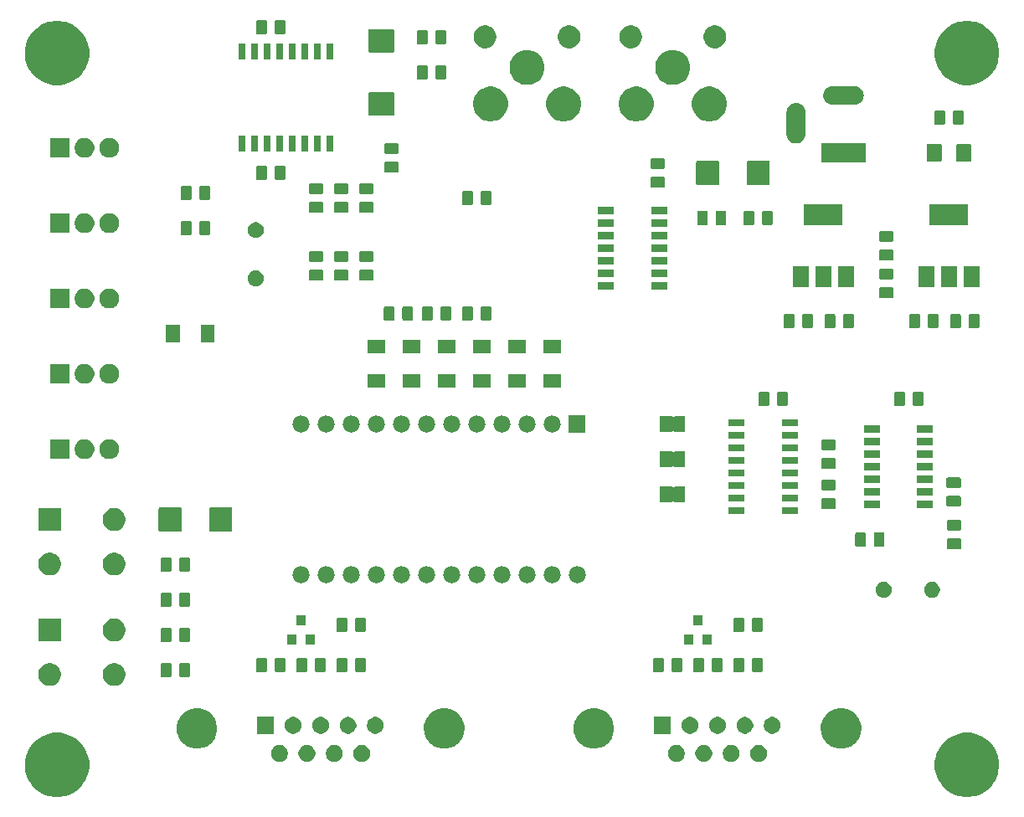
<source format=gbr>
G04 #@! TF.GenerationSoftware,KiCad,Pcbnew,5.0.2-bee76a0~70~ubuntu18.04.1*
G04 #@! TF.CreationDate,2020-01-13T15:24:33+02:00*
G04 #@! TF.ProjectId,videosport,76696465-6f73-4706-9f72-742e6b696361,rev?*
G04 #@! TF.SameCoordinates,Original*
G04 #@! TF.FileFunction,Soldermask,Top*
G04 #@! TF.FilePolarity,Negative*
%FSLAX46Y46*%
G04 Gerber Fmt 4.6, Leading zero omitted, Abs format (unit mm)*
G04 Created by KiCad (PCBNEW 5.0.2-bee76a0~70~ubuntu18.04.1) date Пнд 13 янв 2020 15:24:33*
%MOMM*%
%LPD*%
G01*
G04 APERTURE LIST*
%ADD10C,0.100000*%
G04 APERTURE END LIST*
D10*
G36*
X205359728Y-126738147D02*
X205951682Y-126855894D01*
X206543326Y-127100961D01*
X206832923Y-127294464D01*
X207075795Y-127456746D01*
X207528614Y-127909565D01*
X207528616Y-127909568D01*
X207884399Y-128442034D01*
X208077332Y-128907816D01*
X208129466Y-129033679D01*
X208254400Y-129661763D01*
X208254400Y-130302157D01*
X208191933Y-130616199D01*
X208129466Y-130930242D01*
X207884399Y-131521886D01*
X207636665Y-131892645D01*
X207528614Y-132054355D01*
X207075795Y-132507174D01*
X207075792Y-132507176D01*
X206543326Y-132862959D01*
X205951682Y-133108026D01*
X205637639Y-133170493D01*
X205323597Y-133232960D01*
X204683203Y-133232960D01*
X204369161Y-133170493D01*
X204055118Y-133108026D01*
X203463474Y-132862959D01*
X202931008Y-132507176D01*
X202931005Y-132507174D01*
X202478186Y-132054355D01*
X202370135Y-131892645D01*
X202122401Y-131521886D01*
X201877334Y-130930242D01*
X201814867Y-130616199D01*
X201752400Y-130302157D01*
X201752400Y-129661763D01*
X201877334Y-129033679D01*
X201929468Y-128907816D01*
X202122401Y-128442034D01*
X202478184Y-127909568D01*
X202478186Y-127909565D01*
X202931005Y-127456746D01*
X203173877Y-127294464D01*
X203463474Y-127100961D01*
X204055118Y-126855894D01*
X204647072Y-126738147D01*
X204683203Y-126730960D01*
X205323597Y-126730960D01*
X205359728Y-126738147D01*
X205359728Y-126738147D01*
G37*
G36*
X113360928Y-126738147D02*
X113952882Y-126855894D01*
X114544526Y-127100961D01*
X114834123Y-127294464D01*
X115076995Y-127456746D01*
X115529814Y-127909565D01*
X115529816Y-127909568D01*
X115885599Y-128442034D01*
X116078532Y-128907816D01*
X116130666Y-129033679D01*
X116255600Y-129661763D01*
X116255600Y-130302157D01*
X116193133Y-130616199D01*
X116130666Y-130930242D01*
X115885599Y-131521886D01*
X115637865Y-131892645D01*
X115529814Y-132054355D01*
X115076995Y-132507174D01*
X115076992Y-132507176D01*
X114544526Y-132862959D01*
X113952882Y-133108026D01*
X113638839Y-133170493D01*
X113324797Y-133232960D01*
X112684403Y-133232960D01*
X112370361Y-133170493D01*
X112056318Y-133108026D01*
X111464674Y-132862959D01*
X110932208Y-132507176D01*
X110932205Y-132507174D01*
X110479386Y-132054355D01*
X110371335Y-131892645D01*
X110123601Y-131521886D01*
X109878534Y-130930242D01*
X109816067Y-130616199D01*
X109753600Y-130302157D01*
X109753600Y-129661763D01*
X109878534Y-129033679D01*
X109930668Y-128907816D01*
X110123601Y-128442034D01*
X110479384Y-127909568D01*
X110479386Y-127909565D01*
X110932205Y-127456746D01*
X111175077Y-127294464D01*
X111464674Y-127100961D01*
X112056318Y-126855894D01*
X112648272Y-126738147D01*
X112684403Y-126730960D01*
X113324797Y-126730960D01*
X113360928Y-126738147D01*
X113360928Y-126738147D01*
G37*
G36*
X144055228Y-128005703D02*
X144210100Y-128069853D01*
X144349481Y-128162985D01*
X144468015Y-128281519D01*
X144561147Y-128420900D01*
X144625297Y-128575772D01*
X144658000Y-128740184D01*
X144658000Y-128907816D01*
X144625297Y-129072228D01*
X144561147Y-129227100D01*
X144468015Y-129366481D01*
X144349481Y-129485015D01*
X144210100Y-129578147D01*
X144055228Y-129642297D01*
X143890816Y-129675000D01*
X143723184Y-129675000D01*
X143558772Y-129642297D01*
X143403900Y-129578147D01*
X143264519Y-129485015D01*
X143145985Y-129366481D01*
X143052853Y-129227100D01*
X142988703Y-129072228D01*
X142956000Y-128907816D01*
X142956000Y-128740184D01*
X142988703Y-128575772D01*
X143052853Y-128420900D01*
X143145985Y-128281519D01*
X143264519Y-128162985D01*
X143403900Y-128069853D01*
X143558772Y-128005703D01*
X143723184Y-127973000D01*
X143890816Y-127973000D01*
X144055228Y-128005703D01*
X144055228Y-128005703D01*
G37*
G36*
X181417228Y-128005703D02*
X181572100Y-128069853D01*
X181711481Y-128162985D01*
X181830015Y-128281519D01*
X181923147Y-128420900D01*
X181987297Y-128575772D01*
X182020000Y-128740184D01*
X182020000Y-128907816D01*
X181987297Y-129072228D01*
X181923147Y-129227100D01*
X181830015Y-129366481D01*
X181711481Y-129485015D01*
X181572100Y-129578147D01*
X181417228Y-129642297D01*
X181252816Y-129675000D01*
X181085184Y-129675000D01*
X180920772Y-129642297D01*
X180765900Y-129578147D01*
X180626519Y-129485015D01*
X180507985Y-129366481D01*
X180414853Y-129227100D01*
X180350703Y-129072228D01*
X180318000Y-128907816D01*
X180318000Y-128740184D01*
X180350703Y-128575772D01*
X180414853Y-128420900D01*
X180507985Y-128281519D01*
X180626519Y-128162985D01*
X180765900Y-128069853D01*
X180920772Y-128005703D01*
X181085184Y-127973000D01*
X181252816Y-127973000D01*
X181417228Y-128005703D01*
X181417228Y-128005703D01*
G37*
G36*
X184187228Y-128005703D02*
X184342100Y-128069853D01*
X184481481Y-128162985D01*
X184600015Y-128281519D01*
X184693147Y-128420900D01*
X184757297Y-128575772D01*
X184790000Y-128740184D01*
X184790000Y-128907816D01*
X184757297Y-129072228D01*
X184693147Y-129227100D01*
X184600015Y-129366481D01*
X184481481Y-129485015D01*
X184342100Y-129578147D01*
X184187228Y-129642297D01*
X184022816Y-129675000D01*
X183855184Y-129675000D01*
X183690772Y-129642297D01*
X183535900Y-129578147D01*
X183396519Y-129485015D01*
X183277985Y-129366481D01*
X183184853Y-129227100D01*
X183120703Y-129072228D01*
X183088000Y-128907816D01*
X183088000Y-128740184D01*
X183120703Y-128575772D01*
X183184853Y-128420900D01*
X183277985Y-128281519D01*
X183396519Y-128162985D01*
X183535900Y-128069853D01*
X183690772Y-128005703D01*
X183855184Y-127973000D01*
X184022816Y-127973000D01*
X184187228Y-128005703D01*
X184187228Y-128005703D01*
G37*
G36*
X178647228Y-128005703D02*
X178802100Y-128069853D01*
X178941481Y-128162985D01*
X179060015Y-128281519D01*
X179153147Y-128420900D01*
X179217297Y-128575772D01*
X179250000Y-128740184D01*
X179250000Y-128907816D01*
X179217297Y-129072228D01*
X179153147Y-129227100D01*
X179060015Y-129366481D01*
X178941481Y-129485015D01*
X178802100Y-129578147D01*
X178647228Y-129642297D01*
X178482816Y-129675000D01*
X178315184Y-129675000D01*
X178150772Y-129642297D01*
X177995900Y-129578147D01*
X177856519Y-129485015D01*
X177737985Y-129366481D01*
X177644853Y-129227100D01*
X177580703Y-129072228D01*
X177548000Y-128907816D01*
X177548000Y-128740184D01*
X177580703Y-128575772D01*
X177644853Y-128420900D01*
X177737985Y-128281519D01*
X177856519Y-128162985D01*
X177995900Y-128069853D01*
X178150772Y-128005703D01*
X178315184Y-127973000D01*
X178482816Y-127973000D01*
X178647228Y-128005703D01*
X178647228Y-128005703D01*
G37*
G36*
X175877228Y-128005703D02*
X176032100Y-128069853D01*
X176171481Y-128162985D01*
X176290015Y-128281519D01*
X176383147Y-128420900D01*
X176447297Y-128575772D01*
X176480000Y-128740184D01*
X176480000Y-128907816D01*
X176447297Y-129072228D01*
X176383147Y-129227100D01*
X176290015Y-129366481D01*
X176171481Y-129485015D01*
X176032100Y-129578147D01*
X175877228Y-129642297D01*
X175712816Y-129675000D01*
X175545184Y-129675000D01*
X175380772Y-129642297D01*
X175225900Y-129578147D01*
X175086519Y-129485015D01*
X174967985Y-129366481D01*
X174874853Y-129227100D01*
X174810703Y-129072228D01*
X174778000Y-128907816D01*
X174778000Y-128740184D01*
X174810703Y-128575772D01*
X174874853Y-128420900D01*
X174967985Y-128281519D01*
X175086519Y-128162985D01*
X175225900Y-128069853D01*
X175380772Y-128005703D01*
X175545184Y-127973000D01*
X175712816Y-127973000D01*
X175877228Y-128005703D01*
X175877228Y-128005703D01*
G37*
G36*
X138515228Y-128005703D02*
X138670100Y-128069853D01*
X138809481Y-128162985D01*
X138928015Y-128281519D01*
X139021147Y-128420900D01*
X139085297Y-128575772D01*
X139118000Y-128740184D01*
X139118000Y-128907816D01*
X139085297Y-129072228D01*
X139021147Y-129227100D01*
X138928015Y-129366481D01*
X138809481Y-129485015D01*
X138670100Y-129578147D01*
X138515228Y-129642297D01*
X138350816Y-129675000D01*
X138183184Y-129675000D01*
X138018772Y-129642297D01*
X137863900Y-129578147D01*
X137724519Y-129485015D01*
X137605985Y-129366481D01*
X137512853Y-129227100D01*
X137448703Y-129072228D01*
X137416000Y-128907816D01*
X137416000Y-128740184D01*
X137448703Y-128575772D01*
X137512853Y-128420900D01*
X137605985Y-128281519D01*
X137724519Y-128162985D01*
X137863900Y-128069853D01*
X138018772Y-128005703D01*
X138183184Y-127973000D01*
X138350816Y-127973000D01*
X138515228Y-128005703D01*
X138515228Y-128005703D01*
G37*
G36*
X135745228Y-128005703D02*
X135900100Y-128069853D01*
X136039481Y-128162985D01*
X136158015Y-128281519D01*
X136251147Y-128420900D01*
X136315297Y-128575772D01*
X136348000Y-128740184D01*
X136348000Y-128907816D01*
X136315297Y-129072228D01*
X136251147Y-129227100D01*
X136158015Y-129366481D01*
X136039481Y-129485015D01*
X135900100Y-129578147D01*
X135745228Y-129642297D01*
X135580816Y-129675000D01*
X135413184Y-129675000D01*
X135248772Y-129642297D01*
X135093900Y-129578147D01*
X134954519Y-129485015D01*
X134835985Y-129366481D01*
X134742853Y-129227100D01*
X134678703Y-129072228D01*
X134646000Y-128907816D01*
X134646000Y-128740184D01*
X134678703Y-128575772D01*
X134742853Y-128420900D01*
X134835985Y-128281519D01*
X134954519Y-128162985D01*
X135093900Y-128069853D01*
X135248772Y-128005703D01*
X135413184Y-127973000D01*
X135580816Y-127973000D01*
X135745228Y-128005703D01*
X135745228Y-128005703D01*
G37*
G36*
X141285228Y-128005703D02*
X141440100Y-128069853D01*
X141579481Y-128162985D01*
X141698015Y-128281519D01*
X141791147Y-128420900D01*
X141855297Y-128575772D01*
X141888000Y-128740184D01*
X141888000Y-128907816D01*
X141855297Y-129072228D01*
X141791147Y-129227100D01*
X141698015Y-129366481D01*
X141579481Y-129485015D01*
X141440100Y-129578147D01*
X141285228Y-129642297D01*
X141120816Y-129675000D01*
X140953184Y-129675000D01*
X140788772Y-129642297D01*
X140633900Y-129578147D01*
X140494519Y-129485015D01*
X140375985Y-129366481D01*
X140282853Y-129227100D01*
X140218703Y-129072228D01*
X140186000Y-128907816D01*
X140186000Y-128740184D01*
X140218703Y-128575772D01*
X140282853Y-128420900D01*
X140375985Y-128281519D01*
X140494519Y-128162985D01*
X140633900Y-128069853D01*
X140788772Y-128005703D01*
X140953184Y-127973000D01*
X141120816Y-127973000D01*
X141285228Y-128005703D01*
X141285228Y-128005703D01*
G37*
G36*
X167882252Y-124311818D02*
X167882254Y-124311819D01*
X167882255Y-124311819D01*
X168255513Y-124466427D01*
X168255514Y-124466428D01*
X168591439Y-124690886D01*
X168877114Y-124976561D01*
X168877116Y-124976564D01*
X169101573Y-125312487D01*
X169212753Y-125580900D01*
X169256182Y-125685748D01*
X169335000Y-126081993D01*
X169335000Y-126486007D01*
X169303372Y-126645014D01*
X169256181Y-126882255D01*
X169101573Y-127255513D01*
X169026190Y-127368331D01*
X168877114Y-127591439D01*
X168591439Y-127877114D01*
X168591436Y-127877116D01*
X168255513Y-128101573D01*
X167882255Y-128256181D01*
X167882254Y-128256181D01*
X167882252Y-128256182D01*
X167486007Y-128335000D01*
X167081993Y-128335000D01*
X166685748Y-128256182D01*
X166685746Y-128256181D01*
X166685745Y-128256181D01*
X166312487Y-128101573D01*
X165976564Y-127877116D01*
X165976561Y-127877114D01*
X165690886Y-127591439D01*
X165541810Y-127368331D01*
X165466427Y-127255513D01*
X165311819Y-126882255D01*
X165264629Y-126645014D01*
X165233000Y-126486007D01*
X165233000Y-126081993D01*
X165311818Y-125685748D01*
X165355247Y-125580900D01*
X165466427Y-125312487D01*
X165690884Y-124976564D01*
X165690886Y-124976561D01*
X165976561Y-124690886D01*
X166312486Y-124466428D01*
X166312487Y-124466427D01*
X166685745Y-124311819D01*
X166685746Y-124311819D01*
X166685748Y-124311818D01*
X167081993Y-124233000D01*
X167486007Y-124233000D01*
X167882252Y-124311818D01*
X167882252Y-124311818D01*
G37*
G36*
X192882252Y-124311818D02*
X192882254Y-124311819D01*
X192882255Y-124311819D01*
X193255513Y-124466427D01*
X193255514Y-124466428D01*
X193591439Y-124690886D01*
X193877114Y-124976561D01*
X193877116Y-124976564D01*
X194101573Y-125312487D01*
X194212753Y-125580900D01*
X194256182Y-125685748D01*
X194335000Y-126081993D01*
X194335000Y-126486007D01*
X194303372Y-126645014D01*
X194256181Y-126882255D01*
X194101573Y-127255513D01*
X194026190Y-127368331D01*
X193877114Y-127591439D01*
X193591439Y-127877114D01*
X193591436Y-127877116D01*
X193255513Y-128101573D01*
X192882255Y-128256181D01*
X192882254Y-128256181D01*
X192882252Y-128256182D01*
X192486007Y-128335000D01*
X192081993Y-128335000D01*
X191685748Y-128256182D01*
X191685746Y-128256181D01*
X191685745Y-128256181D01*
X191312487Y-128101573D01*
X190976564Y-127877116D01*
X190976561Y-127877114D01*
X190690886Y-127591439D01*
X190541810Y-127368331D01*
X190466427Y-127255513D01*
X190311819Y-126882255D01*
X190264629Y-126645014D01*
X190233000Y-126486007D01*
X190233000Y-126081993D01*
X190311818Y-125685748D01*
X190355247Y-125580900D01*
X190466427Y-125312487D01*
X190690884Y-124976564D01*
X190690886Y-124976561D01*
X190976561Y-124690886D01*
X191312486Y-124466428D01*
X191312487Y-124466427D01*
X191685745Y-124311819D01*
X191685746Y-124311819D01*
X191685748Y-124311818D01*
X192081993Y-124233000D01*
X192486007Y-124233000D01*
X192882252Y-124311818D01*
X192882252Y-124311818D01*
G37*
G36*
X152750252Y-124311818D02*
X152750254Y-124311819D01*
X152750255Y-124311819D01*
X153123513Y-124466427D01*
X153123514Y-124466428D01*
X153459439Y-124690886D01*
X153745114Y-124976561D01*
X153745116Y-124976564D01*
X153969573Y-125312487D01*
X154080753Y-125580900D01*
X154124182Y-125685748D01*
X154203000Y-126081993D01*
X154203000Y-126486007D01*
X154171372Y-126645014D01*
X154124181Y-126882255D01*
X153969573Y-127255513D01*
X153894190Y-127368331D01*
X153745114Y-127591439D01*
X153459439Y-127877114D01*
X153459436Y-127877116D01*
X153123513Y-128101573D01*
X152750255Y-128256181D01*
X152750254Y-128256181D01*
X152750252Y-128256182D01*
X152354007Y-128335000D01*
X151949993Y-128335000D01*
X151553748Y-128256182D01*
X151553746Y-128256181D01*
X151553745Y-128256181D01*
X151180487Y-128101573D01*
X150844564Y-127877116D01*
X150844561Y-127877114D01*
X150558886Y-127591439D01*
X150409810Y-127368331D01*
X150334427Y-127255513D01*
X150179819Y-126882255D01*
X150132629Y-126645014D01*
X150101000Y-126486007D01*
X150101000Y-126081993D01*
X150179818Y-125685748D01*
X150223247Y-125580900D01*
X150334427Y-125312487D01*
X150558884Y-124976564D01*
X150558886Y-124976561D01*
X150844561Y-124690886D01*
X151180486Y-124466428D01*
X151180487Y-124466427D01*
X151553745Y-124311819D01*
X151553746Y-124311819D01*
X151553748Y-124311818D01*
X151949993Y-124233000D01*
X152354007Y-124233000D01*
X152750252Y-124311818D01*
X152750252Y-124311818D01*
G37*
G36*
X127750252Y-124311818D02*
X127750254Y-124311819D01*
X127750255Y-124311819D01*
X128123513Y-124466427D01*
X128123514Y-124466428D01*
X128459439Y-124690886D01*
X128745114Y-124976561D01*
X128745116Y-124976564D01*
X128969573Y-125312487D01*
X129080753Y-125580900D01*
X129124182Y-125685748D01*
X129203000Y-126081993D01*
X129203000Y-126486007D01*
X129171372Y-126645014D01*
X129124181Y-126882255D01*
X128969573Y-127255513D01*
X128894190Y-127368331D01*
X128745114Y-127591439D01*
X128459439Y-127877114D01*
X128459436Y-127877116D01*
X128123513Y-128101573D01*
X127750255Y-128256181D01*
X127750254Y-128256181D01*
X127750252Y-128256182D01*
X127354007Y-128335000D01*
X126949993Y-128335000D01*
X126553748Y-128256182D01*
X126553746Y-128256181D01*
X126553745Y-128256181D01*
X126180487Y-128101573D01*
X125844564Y-127877116D01*
X125844561Y-127877114D01*
X125558886Y-127591439D01*
X125409810Y-127368331D01*
X125334427Y-127255513D01*
X125179819Y-126882255D01*
X125132629Y-126645014D01*
X125101000Y-126486007D01*
X125101000Y-126081993D01*
X125179818Y-125685748D01*
X125223247Y-125580900D01*
X125334427Y-125312487D01*
X125558884Y-124976564D01*
X125558886Y-124976561D01*
X125844561Y-124690886D01*
X126180486Y-124466428D01*
X126180487Y-124466427D01*
X126553745Y-124311819D01*
X126553746Y-124311819D01*
X126553748Y-124311818D01*
X126949993Y-124233000D01*
X127354007Y-124233000D01*
X127750252Y-124311818D01*
X127750252Y-124311818D01*
G37*
G36*
X175095000Y-126835000D02*
X173393000Y-126835000D01*
X173393000Y-125133000D01*
X175095000Y-125133000D01*
X175095000Y-126835000D01*
X175095000Y-126835000D01*
G37*
G36*
X145440228Y-125165703D02*
X145595100Y-125229853D01*
X145734481Y-125322985D01*
X145853015Y-125441519D01*
X145946147Y-125580900D01*
X146010297Y-125735772D01*
X146043000Y-125900184D01*
X146043000Y-126067816D01*
X146010297Y-126232228D01*
X145946147Y-126387100D01*
X145853015Y-126526481D01*
X145734481Y-126645015D01*
X145595100Y-126738147D01*
X145440228Y-126802297D01*
X145275816Y-126835000D01*
X145108184Y-126835000D01*
X144943772Y-126802297D01*
X144788900Y-126738147D01*
X144649519Y-126645015D01*
X144530985Y-126526481D01*
X144437853Y-126387100D01*
X144373703Y-126232228D01*
X144341000Y-126067816D01*
X144341000Y-125900184D01*
X144373703Y-125735772D01*
X144437853Y-125580900D01*
X144530985Y-125441519D01*
X144649519Y-125322985D01*
X144788900Y-125229853D01*
X144943772Y-125165703D01*
X145108184Y-125133000D01*
X145275816Y-125133000D01*
X145440228Y-125165703D01*
X145440228Y-125165703D01*
G37*
G36*
X142670228Y-125165703D02*
X142825100Y-125229853D01*
X142964481Y-125322985D01*
X143083015Y-125441519D01*
X143176147Y-125580900D01*
X143240297Y-125735772D01*
X143273000Y-125900184D01*
X143273000Y-126067816D01*
X143240297Y-126232228D01*
X143176147Y-126387100D01*
X143083015Y-126526481D01*
X142964481Y-126645015D01*
X142825100Y-126738147D01*
X142670228Y-126802297D01*
X142505816Y-126835000D01*
X142338184Y-126835000D01*
X142173772Y-126802297D01*
X142018900Y-126738147D01*
X141879519Y-126645015D01*
X141760985Y-126526481D01*
X141667853Y-126387100D01*
X141603703Y-126232228D01*
X141571000Y-126067816D01*
X141571000Y-125900184D01*
X141603703Y-125735772D01*
X141667853Y-125580900D01*
X141760985Y-125441519D01*
X141879519Y-125322985D01*
X142018900Y-125229853D01*
X142173772Y-125165703D01*
X142338184Y-125133000D01*
X142505816Y-125133000D01*
X142670228Y-125165703D01*
X142670228Y-125165703D01*
G37*
G36*
X139900228Y-125165703D02*
X140055100Y-125229853D01*
X140194481Y-125322985D01*
X140313015Y-125441519D01*
X140406147Y-125580900D01*
X140470297Y-125735772D01*
X140503000Y-125900184D01*
X140503000Y-126067816D01*
X140470297Y-126232228D01*
X140406147Y-126387100D01*
X140313015Y-126526481D01*
X140194481Y-126645015D01*
X140055100Y-126738147D01*
X139900228Y-126802297D01*
X139735816Y-126835000D01*
X139568184Y-126835000D01*
X139403772Y-126802297D01*
X139248900Y-126738147D01*
X139109519Y-126645015D01*
X138990985Y-126526481D01*
X138897853Y-126387100D01*
X138833703Y-126232228D01*
X138801000Y-126067816D01*
X138801000Y-125900184D01*
X138833703Y-125735772D01*
X138897853Y-125580900D01*
X138990985Y-125441519D01*
X139109519Y-125322985D01*
X139248900Y-125229853D01*
X139403772Y-125165703D01*
X139568184Y-125133000D01*
X139735816Y-125133000D01*
X139900228Y-125165703D01*
X139900228Y-125165703D01*
G37*
G36*
X137130228Y-125165703D02*
X137285100Y-125229853D01*
X137424481Y-125322985D01*
X137543015Y-125441519D01*
X137636147Y-125580900D01*
X137700297Y-125735772D01*
X137733000Y-125900184D01*
X137733000Y-126067816D01*
X137700297Y-126232228D01*
X137636147Y-126387100D01*
X137543015Y-126526481D01*
X137424481Y-126645015D01*
X137285100Y-126738147D01*
X137130228Y-126802297D01*
X136965816Y-126835000D01*
X136798184Y-126835000D01*
X136633772Y-126802297D01*
X136478900Y-126738147D01*
X136339519Y-126645015D01*
X136220985Y-126526481D01*
X136127853Y-126387100D01*
X136063703Y-126232228D01*
X136031000Y-126067816D01*
X136031000Y-125900184D01*
X136063703Y-125735772D01*
X136127853Y-125580900D01*
X136220985Y-125441519D01*
X136339519Y-125322985D01*
X136478900Y-125229853D01*
X136633772Y-125165703D01*
X136798184Y-125133000D01*
X136965816Y-125133000D01*
X137130228Y-125165703D01*
X137130228Y-125165703D01*
G37*
G36*
X134963000Y-126835000D02*
X133261000Y-126835000D01*
X133261000Y-125133000D01*
X134963000Y-125133000D01*
X134963000Y-126835000D01*
X134963000Y-126835000D01*
G37*
G36*
X182802228Y-125165703D02*
X182957100Y-125229853D01*
X183096481Y-125322985D01*
X183215015Y-125441519D01*
X183308147Y-125580900D01*
X183372297Y-125735772D01*
X183405000Y-125900184D01*
X183405000Y-126067816D01*
X183372297Y-126232228D01*
X183308147Y-126387100D01*
X183215015Y-126526481D01*
X183096481Y-126645015D01*
X182957100Y-126738147D01*
X182802228Y-126802297D01*
X182637816Y-126835000D01*
X182470184Y-126835000D01*
X182305772Y-126802297D01*
X182150900Y-126738147D01*
X182011519Y-126645015D01*
X181892985Y-126526481D01*
X181799853Y-126387100D01*
X181735703Y-126232228D01*
X181703000Y-126067816D01*
X181703000Y-125900184D01*
X181735703Y-125735772D01*
X181799853Y-125580900D01*
X181892985Y-125441519D01*
X182011519Y-125322985D01*
X182150900Y-125229853D01*
X182305772Y-125165703D01*
X182470184Y-125133000D01*
X182637816Y-125133000D01*
X182802228Y-125165703D01*
X182802228Y-125165703D01*
G37*
G36*
X177262228Y-125165703D02*
X177417100Y-125229853D01*
X177556481Y-125322985D01*
X177675015Y-125441519D01*
X177768147Y-125580900D01*
X177832297Y-125735772D01*
X177865000Y-125900184D01*
X177865000Y-126067816D01*
X177832297Y-126232228D01*
X177768147Y-126387100D01*
X177675015Y-126526481D01*
X177556481Y-126645015D01*
X177417100Y-126738147D01*
X177262228Y-126802297D01*
X177097816Y-126835000D01*
X176930184Y-126835000D01*
X176765772Y-126802297D01*
X176610900Y-126738147D01*
X176471519Y-126645015D01*
X176352985Y-126526481D01*
X176259853Y-126387100D01*
X176195703Y-126232228D01*
X176163000Y-126067816D01*
X176163000Y-125900184D01*
X176195703Y-125735772D01*
X176259853Y-125580900D01*
X176352985Y-125441519D01*
X176471519Y-125322985D01*
X176610900Y-125229853D01*
X176765772Y-125165703D01*
X176930184Y-125133000D01*
X177097816Y-125133000D01*
X177262228Y-125165703D01*
X177262228Y-125165703D01*
G37*
G36*
X185572228Y-125165703D02*
X185727100Y-125229853D01*
X185866481Y-125322985D01*
X185985015Y-125441519D01*
X186078147Y-125580900D01*
X186142297Y-125735772D01*
X186175000Y-125900184D01*
X186175000Y-126067816D01*
X186142297Y-126232228D01*
X186078147Y-126387100D01*
X185985015Y-126526481D01*
X185866481Y-126645015D01*
X185727100Y-126738147D01*
X185572228Y-126802297D01*
X185407816Y-126835000D01*
X185240184Y-126835000D01*
X185075772Y-126802297D01*
X184920900Y-126738147D01*
X184781519Y-126645015D01*
X184662985Y-126526481D01*
X184569853Y-126387100D01*
X184505703Y-126232228D01*
X184473000Y-126067816D01*
X184473000Y-125900184D01*
X184505703Y-125735772D01*
X184569853Y-125580900D01*
X184662985Y-125441519D01*
X184781519Y-125322985D01*
X184920900Y-125229853D01*
X185075772Y-125165703D01*
X185240184Y-125133000D01*
X185407816Y-125133000D01*
X185572228Y-125165703D01*
X185572228Y-125165703D01*
G37*
G36*
X180032228Y-125165703D02*
X180187100Y-125229853D01*
X180326481Y-125322985D01*
X180445015Y-125441519D01*
X180538147Y-125580900D01*
X180602297Y-125735772D01*
X180635000Y-125900184D01*
X180635000Y-126067816D01*
X180602297Y-126232228D01*
X180538147Y-126387100D01*
X180445015Y-126526481D01*
X180326481Y-126645015D01*
X180187100Y-126738147D01*
X180032228Y-126802297D01*
X179867816Y-126835000D01*
X179700184Y-126835000D01*
X179535772Y-126802297D01*
X179380900Y-126738147D01*
X179241519Y-126645015D01*
X179122985Y-126526481D01*
X179029853Y-126387100D01*
X178965703Y-126232228D01*
X178933000Y-126067816D01*
X178933000Y-125900184D01*
X178965703Y-125735772D01*
X179029853Y-125580900D01*
X179122985Y-125441519D01*
X179241519Y-125322985D01*
X179380900Y-125229853D01*
X179535772Y-125165703D01*
X179700184Y-125133000D01*
X179867816Y-125133000D01*
X180032228Y-125165703D01*
X180032228Y-125165703D01*
G37*
G36*
X112603734Y-119725232D02*
X112813202Y-119811996D01*
X113001723Y-119937962D01*
X113162038Y-120098277D01*
X113288004Y-120286798D01*
X113374768Y-120496266D01*
X113419000Y-120718635D01*
X113419000Y-120945365D01*
X113374768Y-121167734D01*
X113288004Y-121377202D01*
X113162038Y-121565723D01*
X113001723Y-121726038D01*
X112813202Y-121852004D01*
X112603734Y-121938768D01*
X112381365Y-121983000D01*
X112154635Y-121983000D01*
X111932266Y-121938768D01*
X111722798Y-121852004D01*
X111534277Y-121726038D01*
X111373962Y-121565723D01*
X111247996Y-121377202D01*
X111161232Y-121167734D01*
X111117000Y-120945365D01*
X111117000Y-120718635D01*
X111161232Y-120496266D01*
X111247996Y-120286798D01*
X111373962Y-120098277D01*
X111534277Y-119937962D01*
X111722798Y-119811996D01*
X111932266Y-119725232D01*
X112154635Y-119681000D01*
X112381365Y-119681000D01*
X112603734Y-119725232D01*
X112603734Y-119725232D01*
G37*
G36*
X119103734Y-119725232D02*
X119313202Y-119811996D01*
X119501723Y-119937962D01*
X119662038Y-120098277D01*
X119788004Y-120286798D01*
X119874768Y-120496266D01*
X119919000Y-120718635D01*
X119919000Y-120945365D01*
X119874768Y-121167734D01*
X119788004Y-121377202D01*
X119662038Y-121565723D01*
X119501723Y-121726038D01*
X119313202Y-121852004D01*
X119103734Y-121938768D01*
X118881365Y-121983000D01*
X118654635Y-121983000D01*
X118432266Y-121938768D01*
X118222798Y-121852004D01*
X118034277Y-121726038D01*
X117873962Y-121565723D01*
X117747996Y-121377202D01*
X117661232Y-121167734D01*
X117617000Y-120945365D01*
X117617000Y-120718635D01*
X117661232Y-120496266D01*
X117747996Y-120286798D01*
X117873962Y-120098277D01*
X118034277Y-119937962D01*
X118222798Y-119811996D01*
X118432266Y-119725232D01*
X118654635Y-119681000D01*
X118881365Y-119681000D01*
X119103734Y-119725232D01*
X119103734Y-119725232D01*
G37*
G36*
X124402466Y-119649565D02*
X124441137Y-119661296D01*
X124476779Y-119680348D01*
X124508017Y-119705983D01*
X124533652Y-119737221D01*
X124552704Y-119772863D01*
X124564435Y-119811534D01*
X124569000Y-119857888D01*
X124569000Y-120934112D01*
X124564435Y-120980466D01*
X124552704Y-121019137D01*
X124533652Y-121054779D01*
X124508017Y-121086017D01*
X124476779Y-121111652D01*
X124441137Y-121130704D01*
X124402466Y-121142435D01*
X124356112Y-121147000D01*
X123704888Y-121147000D01*
X123658534Y-121142435D01*
X123619863Y-121130704D01*
X123584221Y-121111652D01*
X123552983Y-121086017D01*
X123527348Y-121054779D01*
X123508296Y-121019137D01*
X123496565Y-120980466D01*
X123492000Y-120934112D01*
X123492000Y-119857888D01*
X123496565Y-119811534D01*
X123508296Y-119772863D01*
X123527348Y-119737221D01*
X123552983Y-119705983D01*
X123584221Y-119680348D01*
X123619863Y-119661296D01*
X123658534Y-119649565D01*
X123704888Y-119645000D01*
X124356112Y-119645000D01*
X124402466Y-119649565D01*
X124402466Y-119649565D01*
G37*
G36*
X126277466Y-119649565D02*
X126316137Y-119661296D01*
X126351779Y-119680348D01*
X126383017Y-119705983D01*
X126408652Y-119737221D01*
X126427704Y-119772863D01*
X126439435Y-119811534D01*
X126444000Y-119857888D01*
X126444000Y-120934112D01*
X126439435Y-120980466D01*
X126427704Y-121019137D01*
X126408652Y-121054779D01*
X126383017Y-121086017D01*
X126351779Y-121111652D01*
X126316137Y-121130704D01*
X126277466Y-121142435D01*
X126231112Y-121147000D01*
X125579888Y-121147000D01*
X125533534Y-121142435D01*
X125494863Y-121130704D01*
X125459221Y-121111652D01*
X125427983Y-121086017D01*
X125402348Y-121054779D01*
X125383296Y-121019137D01*
X125371565Y-120980466D01*
X125367000Y-120934112D01*
X125367000Y-119857888D01*
X125371565Y-119811534D01*
X125383296Y-119772863D01*
X125402348Y-119737221D01*
X125427983Y-119705983D01*
X125459221Y-119680348D01*
X125494863Y-119661296D01*
X125533534Y-119649565D01*
X125579888Y-119645000D01*
X126231112Y-119645000D01*
X126277466Y-119649565D01*
X126277466Y-119649565D01*
G37*
G36*
X135929466Y-119141565D02*
X135968137Y-119153296D01*
X136003779Y-119172348D01*
X136035017Y-119197983D01*
X136060652Y-119229221D01*
X136079704Y-119264863D01*
X136091435Y-119303534D01*
X136096000Y-119349888D01*
X136096000Y-120426112D01*
X136091435Y-120472466D01*
X136079704Y-120511137D01*
X136060652Y-120546779D01*
X136035017Y-120578017D01*
X136003779Y-120603652D01*
X135968137Y-120622704D01*
X135929466Y-120634435D01*
X135883112Y-120639000D01*
X135231888Y-120639000D01*
X135185534Y-120634435D01*
X135146863Y-120622704D01*
X135111221Y-120603652D01*
X135079983Y-120578017D01*
X135054348Y-120546779D01*
X135035296Y-120511137D01*
X135023565Y-120472466D01*
X135019000Y-120426112D01*
X135019000Y-119349888D01*
X135023565Y-119303534D01*
X135035296Y-119264863D01*
X135054348Y-119229221D01*
X135079983Y-119197983D01*
X135111221Y-119172348D01*
X135146863Y-119153296D01*
X135185534Y-119141565D01*
X135231888Y-119137000D01*
X135883112Y-119137000D01*
X135929466Y-119141565D01*
X135929466Y-119141565D01*
G37*
G36*
X142182466Y-119141565D02*
X142221137Y-119153296D01*
X142256779Y-119172348D01*
X142288017Y-119197983D01*
X142313652Y-119229221D01*
X142332704Y-119264863D01*
X142344435Y-119303534D01*
X142349000Y-119349888D01*
X142349000Y-120426112D01*
X142344435Y-120472466D01*
X142332704Y-120511137D01*
X142313652Y-120546779D01*
X142288017Y-120578017D01*
X142256779Y-120603652D01*
X142221137Y-120622704D01*
X142182466Y-120634435D01*
X142136112Y-120639000D01*
X141484888Y-120639000D01*
X141438534Y-120634435D01*
X141399863Y-120622704D01*
X141364221Y-120603652D01*
X141332983Y-120578017D01*
X141307348Y-120546779D01*
X141288296Y-120511137D01*
X141276565Y-120472466D01*
X141272000Y-120426112D01*
X141272000Y-119349888D01*
X141276565Y-119303534D01*
X141288296Y-119264863D01*
X141307348Y-119229221D01*
X141332983Y-119197983D01*
X141364221Y-119172348D01*
X141399863Y-119153296D01*
X141438534Y-119141565D01*
X141484888Y-119137000D01*
X142136112Y-119137000D01*
X142182466Y-119141565D01*
X142182466Y-119141565D01*
G37*
G36*
X144057466Y-119141565D02*
X144096137Y-119153296D01*
X144131779Y-119172348D01*
X144163017Y-119197983D01*
X144188652Y-119229221D01*
X144207704Y-119264863D01*
X144219435Y-119303534D01*
X144224000Y-119349888D01*
X144224000Y-120426112D01*
X144219435Y-120472466D01*
X144207704Y-120511137D01*
X144188652Y-120546779D01*
X144163017Y-120578017D01*
X144131779Y-120603652D01*
X144096137Y-120622704D01*
X144057466Y-120634435D01*
X144011112Y-120639000D01*
X143359888Y-120639000D01*
X143313534Y-120634435D01*
X143274863Y-120622704D01*
X143239221Y-120603652D01*
X143207983Y-120578017D01*
X143182348Y-120546779D01*
X143163296Y-120511137D01*
X143151565Y-120472466D01*
X143147000Y-120426112D01*
X143147000Y-119349888D01*
X143151565Y-119303534D01*
X143163296Y-119264863D01*
X143182348Y-119229221D01*
X143207983Y-119197983D01*
X143239221Y-119172348D01*
X143274863Y-119153296D01*
X143313534Y-119141565D01*
X143359888Y-119137000D01*
X144011112Y-119137000D01*
X144057466Y-119141565D01*
X144057466Y-119141565D01*
G37*
G36*
X184189466Y-119141565D02*
X184228137Y-119153296D01*
X184263779Y-119172348D01*
X184295017Y-119197983D01*
X184320652Y-119229221D01*
X184339704Y-119264863D01*
X184351435Y-119303534D01*
X184356000Y-119349888D01*
X184356000Y-120426112D01*
X184351435Y-120472466D01*
X184339704Y-120511137D01*
X184320652Y-120546779D01*
X184295017Y-120578017D01*
X184263779Y-120603652D01*
X184228137Y-120622704D01*
X184189466Y-120634435D01*
X184143112Y-120639000D01*
X183491888Y-120639000D01*
X183445534Y-120634435D01*
X183406863Y-120622704D01*
X183371221Y-120603652D01*
X183339983Y-120578017D01*
X183314348Y-120546779D01*
X183295296Y-120511137D01*
X183283565Y-120472466D01*
X183279000Y-120426112D01*
X183279000Y-119349888D01*
X183283565Y-119303534D01*
X183295296Y-119264863D01*
X183314348Y-119229221D01*
X183339983Y-119197983D01*
X183371221Y-119172348D01*
X183406863Y-119153296D01*
X183445534Y-119141565D01*
X183491888Y-119137000D01*
X184143112Y-119137000D01*
X184189466Y-119141565D01*
X184189466Y-119141565D01*
G37*
G36*
X182314466Y-119141565D02*
X182353137Y-119153296D01*
X182388779Y-119172348D01*
X182420017Y-119197983D01*
X182445652Y-119229221D01*
X182464704Y-119264863D01*
X182476435Y-119303534D01*
X182481000Y-119349888D01*
X182481000Y-120426112D01*
X182476435Y-120472466D01*
X182464704Y-120511137D01*
X182445652Y-120546779D01*
X182420017Y-120578017D01*
X182388779Y-120603652D01*
X182353137Y-120622704D01*
X182314466Y-120634435D01*
X182268112Y-120639000D01*
X181616888Y-120639000D01*
X181570534Y-120634435D01*
X181531863Y-120622704D01*
X181496221Y-120603652D01*
X181464983Y-120578017D01*
X181439348Y-120546779D01*
X181420296Y-120511137D01*
X181408565Y-120472466D01*
X181404000Y-120426112D01*
X181404000Y-119349888D01*
X181408565Y-119303534D01*
X181420296Y-119264863D01*
X181439348Y-119229221D01*
X181464983Y-119197983D01*
X181496221Y-119172348D01*
X181531863Y-119153296D01*
X181570534Y-119141565D01*
X181616888Y-119137000D01*
X182268112Y-119137000D01*
X182314466Y-119141565D01*
X182314466Y-119141565D01*
G37*
G36*
X176061466Y-119141565D02*
X176100137Y-119153296D01*
X176135779Y-119172348D01*
X176167017Y-119197983D01*
X176192652Y-119229221D01*
X176211704Y-119264863D01*
X176223435Y-119303534D01*
X176228000Y-119349888D01*
X176228000Y-120426112D01*
X176223435Y-120472466D01*
X176211704Y-120511137D01*
X176192652Y-120546779D01*
X176167017Y-120578017D01*
X176135779Y-120603652D01*
X176100137Y-120622704D01*
X176061466Y-120634435D01*
X176015112Y-120639000D01*
X175363888Y-120639000D01*
X175317534Y-120634435D01*
X175278863Y-120622704D01*
X175243221Y-120603652D01*
X175211983Y-120578017D01*
X175186348Y-120546779D01*
X175167296Y-120511137D01*
X175155565Y-120472466D01*
X175151000Y-120426112D01*
X175151000Y-119349888D01*
X175155565Y-119303534D01*
X175167296Y-119264863D01*
X175186348Y-119229221D01*
X175211983Y-119197983D01*
X175243221Y-119172348D01*
X175278863Y-119153296D01*
X175317534Y-119141565D01*
X175363888Y-119137000D01*
X176015112Y-119137000D01*
X176061466Y-119141565D01*
X176061466Y-119141565D01*
G37*
G36*
X134054466Y-119141565D02*
X134093137Y-119153296D01*
X134128779Y-119172348D01*
X134160017Y-119197983D01*
X134185652Y-119229221D01*
X134204704Y-119264863D01*
X134216435Y-119303534D01*
X134221000Y-119349888D01*
X134221000Y-120426112D01*
X134216435Y-120472466D01*
X134204704Y-120511137D01*
X134185652Y-120546779D01*
X134160017Y-120578017D01*
X134128779Y-120603652D01*
X134093137Y-120622704D01*
X134054466Y-120634435D01*
X134008112Y-120639000D01*
X133356888Y-120639000D01*
X133310534Y-120634435D01*
X133271863Y-120622704D01*
X133236221Y-120603652D01*
X133204983Y-120578017D01*
X133179348Y-120546779D01*
X133160296Y-120511137D01*
X133148565Y-120472466D01*
X133144000Y-120426112D01*
X133144000Y-119349888D01*
X133148565Y-119303534D01*
X133160296Y-119264863D01*
X133179348Y-119229221D01*
X133204983Y-119197983D01*
X133236221Y-119172348D01*
X133271863Y-119153296D01*
X133310534Y-119141565D01*
X133356888Y-119137000D01*
X134008112Y-119137000D01*
X134054466Y-119141565D01*
X134054466Y-119141565D01*
G37*
G36*
X139993466Y-119141565D02*
X140032137Y-119153296D01*
X140067779Y-119172348D01*
X140099017Y-119197983D01*
X140124652Y-119229221D01*
X140143704Y-119264863D01*
X140155435Y-119303534D01*
X140160000Y-119349888D01*
X140160000Y-120426112D01*
X140155435Y-120472466D01*
X140143704Y-120511137D01*
X140124652Y-120546779D01*
X140099017Y-120578017D01*
X140067779Y-120603652D01*
X140032137Y-120622704D01*
X139993466Y-120634435D01*
X139947112Y-120639000D01*
X139295888Y-120639000D01*
X139249534Y-120634435D01*
X139210863Y-120622704D01*
X139175221Y-120603652D01*
X139143983Y-120578017D01*
X139118348Y-120546779D01*
X139099296Y-120511137D01*
X139087565Y-120472466D01*
X139083000Y-120426112D01*
X139083000Y-119349888D01*
X139087565Y-119303534D01*
X139099296Y-119264863D01*
X139118348Y-119229221D01*
X139143983Y-119197983D01*
X139175221Y-119172348D01*
X139210863Y-119153296D01*
X139249534Y-119141565D01*
X139295888Y-119137000D01*
X139947112Y-119137000D01*
X139993466Y-119141565D01*
X139993466Y-119141565D01*
G37*
G36*
X174186466Y-119141565D02*
X174225137Y-119153296D01*
X174260779Y-119172348D01*
X174292017Y-119197983D01*
X174317652Y-119229221D01*
X174336704Y-119264863D01*
X174348435Y-119303534D01*
X174353000Y-119349888D01*
X174353000Y-120426112D01*
X174348435Y-120472466D01*
X174336704Y-120511137D01*
X174317652Y-120546779D01*
X174292017Y-120578017D01*
X174260779Y-120603652D01*
X174225137Y-120622704D01*
X174186466Y-120634435D01*
X174140112Y-120639000D01*
X173488888Y-120639000D01*
X173442534Y-120634435D01*
X173403863Y-120622704D01*
X173368221Y-120603652D01*
X173336983Y-120578017D01*
X173311348Y-120546779D01*
X173292296Y-120511137D01*
X173280565Y-120472466D01*
X173276000Y-120426112D01*
X173276000Y-119349888D01*
X173280565Y-119303534D01*
X173292296Y-119264863D01*
X173311348Y-119229221D01*
X173336983Y-119197983D01*
X173368221Y-119172348D01*
X173403863Y-119153296D01*
X173442534Y-119141565D01*
X173488888Y-119137000D01*
X174140112Y-119137000D01*
X174186466Y-119141565D01*
X174186466Y-119141565D01*
G37*
G36*
X138118466Y-119141565D02*
X138157137Y-119153296D01*
X138192779Y-119172348D01*
X138224017Y-119197983D01*
X138249652Y-119229221D01*
X138268704Y-119264863D01*
X138280435Y-119303534D01*
X138285000Y-119349888D01*
X138285000Y-120426112D01*
X138280435Y-120472466D01*
X138268704Y-120511137D01*
X138249652Y-120546779D01*
X138224017Y-120578017D01*
X138192779Y-120603652D01*
X138157137Y-120622704D01*
X138118466Y-120634435D01*
X138072112Y-120639000D01*
X137420888Y-120639000D01*
X137374534Y-120634435D01*
X137335863Y-120622704D01*
X137300221Y-120603652D01*
X137268983Y-120578017D01*
X137243348Y-120546779D01*
X137224296Y-120511137D01*
X137212565Y-120472466D01*
X137208000Y-120426112D01*
X137208000Y-119349888D01*
X137212565Y-119303534D01*
X137224296Y-119264863D01*
X137243348Y-119229221D01*
X137268983Y-119197983D01*
X137300221Y-119172348D01*
X137335863Y-119153296D01*
X137374534Y-119141565D01*
X137420888Y-119137000D01*
X138072112Y-119137000D01*
X138118466Y-119141565D01*
X138118466Y-119141565D01*
G37*
G36*
X180125466Y-119141565D02*
X180164137Y-119153296D01*
X180199779Y-119172348D01*
X180231017Y-119197983D01*
X180256652Y-119229221D01*
X180275704Y-119264863D01*
X180287435Y-119303534D01*
X180292000Y-119349888D01*
X180292000Y-120426112D01*
X180287435Y-120472466D01*
X180275704Y-120511137D01*
X180256652Y-120546779D01*
X180231017Y-120578017D01*
X180199779Y-120603652D01*
X180164137Y-120622704D01*
X180125466Y-120634435D01*
X180079112Y-120639000D01*
X179427888Y-120639000D01*
X179381534Y-120634435D01*
X179342863Y-120622704D01*
X179307221Y-120603652D01*
X179275983Y-120578017D01*
X179250348Y-120546779D01*
X179231296Y-120511137D01*
X179219565Y-120472466D01*
X179215000Y-120426112D01*
X179215000Y-119349888D01*
X179219565Y-119303534D01*
X179231296Y-119264863D01*
X179250348Y-119229221D01*
X179275983Y-119197983D01*
X179307221Y-119172348D01*
X179342863Y-119153296D01*
X179381534Y-119141565D01*
X179427888Y-119137000D01*
X180079112Y-119137000D01*
X180125466Y-119141565D01*
X180125466Y-119141565D01*
G37*
G36*
X178250466Y-119141565D02*
X178289137Y-119153296D01*
X178324779Y-119172348D01*
X178356017Y-119197983D01*
X178381652Y-119229221D01*
X178400704Y-119264863D01*
X178412435Y-119303534D01*
X178417000Y-119349888D01*
X178417000Y-120426112D01*
X178412435Y-120472466D01*
X178400704Y-120511137D01*
X178381652Y-120546779D01*
X178356017Y-120578017D01*
X178324779Y-120603652D01*
X178289137Y-120622704D01*
X178250466Y-120634435D01*
X178204112Y-120639000D01*
X177552888Y-120639000D01*
X177506534Y-120634435D01*
X177467863Y-120622704D01*
X177432221Y-120603652D01*
X177400983Y-120578017D01*
X177375348Y-120546779D01*
X177356296Y-120511137D01*
X177344565Y-120472466D01*
X177340000Y-120426112D01*
X177340000Y-119349888D01*
X177344565Y-119303534D01*
X177356296Y-119264863D01*
X177375348Y-119229221D01*
X177400983Y-119197983D01*
X177432221Y-119172348D01*
X177467863Y-119153296D01*
X177506534Y-119141565D01*
X177552888Y-119137000D01*
X178204112Y-119137000D01*
X178250466Y-119141565D01*
X178250466Y-119141565D01*
G37*
G36*
X179201000Y-117833000D02*
X178299000Y-117833000D01*
X178299000Y-116831000D01*
X179201000Y-116831000D01*
X179201000Y-117833000D01*
X179201000Y-117833000D01*
G37*
G36*
X139069000Y-117833000D02*
X138167000Y-117833000D01*
X138167000Y-116831000D01*
X139069000Y-116831000D01*
X139069000Y-117833000D01*
X139069000Y-117833000D01*
G37*
G36*
X137169000Y-117833000D02*
X136267000Y-117833000D01*
X136267000Y-116831000D01*
X137169000Y-116831000D01*
X137169000Y-117833000D01*
X137169000Y-117833000D01*
G37*
G36*
X177301000Y-117833000D02*
X176399000Y-117833000D01*
X176399000Y-116831000D01*
X177301000Y-116831000D01*
X177301000Y-117833000D01*
X177301000Y-117833000D01*
G37*
G36*
X124402466Y-116093565D02*
X124441137Y-116105296D01*
X124476779Y-116124348D01*
X124508017Y-116149983D01*
X124533652Y-116181221D01*
X124552704Y-116216863D01*
X124564435Y-116255534D01*
X124569000Y-116301888D01*
X124569000Y-117378112D01*
X124564435Y-117424466D01*
X124552704Y-117463137D01*
X124533652Y-117498779D01*
X124508017Y-117530017D01*
X124476779Y-117555652D01*
X124441137Y-117574704D01*
X124402466Y-117586435D01*
X124356112Y-117591000D01*
X123704888Y-117591000D01*
X123658534Y-117586435D01*
X123619863Y-117574704D01*
X123584221Y-117555652D01*
X123552983Y-117530017D01*
X123527348Y-117498779D01*
X123508296Y-117463137D01*
X123496565Y-117424466D01*
X123492000Y-117378112D01*
X123492000Y-116301888D01*
X123496565Y-116255534D01*
X123508296Y-116216863D01*
X123527348Y-116181221D01*
X123552983Y-116149983D01*
X123584221Y-116124348D01*
X123619863Y-116105296D01*
X123658534Y-116093565D01*
X123704888Y-116089000D01*
X124356112Y-116089000D01*
X124402466Y-116093565D01*
X124402466Y-116093565D01*
G37*
G36*
X126277466Y-116093565D02*
X126316137Y-116105296D01*
X126351779Y-116124348D01*
X126383017Y-116149983D01*
X126408652Y-116181221D01*
X126427704Y-116216863D01*
X126439435Y-116255534D01*
X126444000Y-116301888D01*
X126444000Y-117378112D01*
X126439435Y-117424466D01*
X126427704Y-117463137D01*
X126408652Y-117498779D01*
X126383017Y-117530017D01*
X126351779Y-117555652D01*
X126316137Y-117574704D01*
X126277466Y-117586435D01*
X126231112Y-117591000D01*
X125579888Y-117591000D01*
X125533534Y-117586435D01*
X125494863Y-117574704D01*
X125459221Y-117555652D01*
X125427983Y-117530017D01*
X125402348Y-117498779D01*
X125383296Y-117463137D01*
X125371565Y-117424466D01*
X125367000Y-117378112D01*
X125367000Y-116301888D01*
X125371565Y-116255534D01*
X125383296Y-116216863D01*
X125402348Y-116181221D01*
X125427983Y-116149983D01*
X125459221Y-116124348D01*
X125494863Y-116105296D01*
X125533534Y-116093565D01*
X125579888Y-116089000D01*
X126231112Y-116089000D01*
X126277466Y-116093565D01*
X126277466Y-116093565D01*
G37*
G36*
X119103734Y-115225232D02*
X119313202Y-115311996D01*
X119501723Y-115437962D01*
X119662038Y-115598277D01*
X119788004Y-115786798D01*
X119874768Y-115996266D01*
X119919000Y-116218635D01*
X119919000Y-116445365D01*
X119874768Y-116667734D01*
X119788004Y-116877202D01*
X119662038Y-117065723D01*
X119501723Y-117226038D01*
X119313202Y-117352004D01*
X119103734Y-117438768D01*
X118881365Y-117483000D01*
X118654635Y-117483000D01*
X118432266Y-117438768D01*
X118222798Y-117352004D01*
X118034277Y-117226038D01*
X117873962Y-117065723D01*
X117747996Y-116877202D01*
X117661232Y-116667734D01*
X117617000Y-116445365D01*
X117617000Y-116218635D01*
X117661232Y-115996266D01*
X117747996Y-115786798D01*
X117873962Y-115598277D01*
X118034277Y-115437962D01*
X118222798Y-115311996D01*
X118432266Y-115225232D01*
X118654635Y-115181000D01*
X118881365Y-115181000D01*
X119103734Y-115225232D01*
X119103734Y-115225232D01*
G37*
G36*
X113419000Y-117483000D02*
X111117000Y-117483000D01*
X111117000Y-115181000D01*
X113419000Y-115181000D01*
X113419000Y-117483000D01*
X113419000Y-117483000D01*
G37*
G36*
X182314466Y-115077565D02*
X182353137Y-115089296D01*
X182388779Y-115108348D01*
X182420017Y-115133983D01*
X182445652Y-115165221D01*
X182464704Y-115200863D01*
X182476435Y-115239534D01*
X182481000Y-115285888D01*
X182481000Y-116362112D01*
X182476435Y-116408466D01*
X182464704Y-116447137D01*
X182445652Y-116482779D01*
X182420017Y-116514017D01*
X182388779Y-116539652D01*
X182353137Y-116558704D01*
X182314466Y-116570435D01*
X182268112Y-116575000D01*
X181616888Y-116575000D01*
X181570534Y-116570435D01*
X181531863Y-116558704D01*
X181496221Y-116539652D01*
X181464983Y-116514017D01*
X181439348Y-116482779D01*
X181420296Y-116447137D01*
X181408565Y-116408466D01*
X181404000Y-116362112D01*
X181404000Y-115285888D01*
X181408565Y-115239534D01*
X181420296Y-115200863D01*
X181439348Y-115165221D01*
X181464983Y-115133983D01*
X181496221Y-115108348D01*
X181531863Y-115089296D01*
X181570534Y-115077565D01*
X181616888Y-115073000D01*
X182268112Y-115073000D01*
X182314466Y-115077565D01*
X182314466Y-115077565D01*
G37*
G36*
X184189466Y-115077565D02*
X184228137Y-115089296D01*
X184263779Y-115108348D01*
X184295017Y-115133983D01*
X184320652Y-115165221D01*
X184339704Y-115200863D01*
X184351435Y-115239534D01*
X184356000Y-115285888D01*
X184356000Y-116362112D01*
X184351435Y-116408466D01*
X184339704Y-116447137D01*
X184320652Y-116482779D01*
X184295017Y-116514017D01*
X184263779Y-116539652D01*
X184228137Y-116558704D01*
X184189466Y-116570435D01*
X184143112Y-116575000D01*
X183491888Y-116575000D01*
X183445534Y-116570435D01*
X183406863Y-116558704D01*
X183371221Y-116539652D01*
X183339983Y-116514017D01*
X183314348Y-116482779D01*
X183295296Y-116447137D01*
X183283565Y-116408466D01*
X183279000Y-116362112D01*
X183279000Y-115285888D01*
X183283565Y-115239534D01*
X183295296Y-115200863D01*
X183314348Y-115165221D01*
X183339983Y-115133983D01*
X183371221Y-115108348D01*
X183406863Y-115089296D01*
X183445534Y-115077565D01*
X183491888Y-115073000D01*
X184143112Y-115073000D01*
X184189466Y-115077565D01*
X184189466Y-115077565D01*
G37*
G36*
X144057466Y-115077565D02*
X144096137Y-115089296D01*
X144131779Y-115108348D01*
X144163017Y-115133983D01*
X144188652Y-115165221D01*
X144207704Y-115200863D01*
X144219435Y-115239534D01*
X144224000Y-115285888D01*
X144224000Y-116362112D01*
X144219435Y-116408466D01*
X144207704Y-116447137D01*
X144188652Y-116482779D01*
X144163017Y-116514017D01*
X144131779Y-116539652D01*
X144096137Y-116558704D01*
X144057466Y-116570435D01*
X144011112Y-116575000D01*
X143359888Y-116575000D01*
X143313534Y-116570435D01*
X143274863Y-116558704D01*
X143239221Y-116539652D01*
X143207983Y-116514017D01*
X143182348Y-116482779D01*
X143163296Y-116447137D01*
X143151565Y-116408466D01*
X143147000Y-116362112D01*
X143147000Y-115285888D01*
X143151565Y-115239534D01*
X143163296Y-115200863D01*
X143182348Y-115165221D01*
X143207983Y-115133983D01*
X143239221Y-115108348D01*
X143274863Y-115089296D01*
X143313534Y-115077565D01*
X143359888Y-115073000D01*
X144011112Y-115073000D01*
X144057466Y-115077565D01*
X144057466Y-115077565D01*
G37*
G36*
X142182466Y-115077565D02*
X142221137Y-115089296D01*
X142256779Y-115108348D01*
X142288017Y-115133983D01*
X142313652Y-115165221D01*
X142332704Y-115200863D01*
X142344435Y-115239534D01*
X142349000Y-115285888D01*
X142349000Y-116362112D01*
X142344435Y-116408466D01*
X142332704Y-116447137D01*
X142313652Y-116482779D01*
X142288017Y-116514017D01*
X142256779Y-116539652D01*
X142221137Y-116558704D01*
X142182466Y-116570435D01*
X142136112Y-116575000D01*
X141484888Y-116575000D01*
X141438534Y-116570435D01*
X141399863Y-116558704D01*
X141364221Y-116539652D01*
X141332983Y-116514017D01*
X141307348Y-116482779D01*
X141288296Y-116447137D01*
X141276565Y-116408466D01*
X141272000Y-116362112D01*
X141272000Y-115285888D01*
X141276565Y-115239534D01*
X141288296Y-115200863D01*
X141307348Y-115165221D01*
X141332983Y-115133983D01*
X141364221Y-115108348D01*
X141399863Y-115089296D01*
X141438534Y-115077565D01*
X141484888Y-115073000D01*
X142136112Y-115073000D01*
X142182466Y-115077565D01*
X142182466Y-115077565D01*
G37*
G36*
X138119000Y-115833000D02*
X137217000Y-115833000D01*
X137217000Y-114831000D01*
X138119000Y-114831000D01*
X138119000Y-115833000D01*
X138119000Y-115833000D01*
G37*
G36*
X178251000Y-115833000D02*
X177349000Y-115833000D01*
X177349000Y-114831000D01*
X178251000Y-114831000D01*
X178251000Y-115833000D01*
X178251000Y-115833000D01*
G37*
G36*
X126277466Y-112537565D02*
X126316137Y-112549296D01*
X126351779Y-112568348D01*
X126383017Y-112593983D01*
X126408652Y-112625221D01*
X126427704Y-112660863D01*
X126439435Y-112699534D01*
X126444000Y-112745888D01*
X126444000Y-113822112D01*
X126439435Y-113868466D01*
X126427704Y-113907137D01*
X126408652Y-113942779D01*
X126383017Y-113974017D01*
X126351779Y-113999652D01*
X126316137Y-114018704D01*
X126277466Y-114030435D01*
X126231112Y-114035000D01*
X125579888Y-114035000D01*
X125533534Y-114030435D01*
X125494863Y-114018704D01*
X125459221Y-113999652D01*
X125427983Y-113974017D01*
X125402348Y-113942779D01*
X125383296Y-113907137D01*
X125371565Y-113868466D01*
X125367000Y-113822112D01*
X125367000Y-112745888D01*
X125371565Y-112699534D01*
X125383296Y-112660863D01*
X125402348Y-112625221D01*
X125427983Y-112593983D01*
X125459221Y-112568348D01*
X125494863Y-112549296D01*
X125533534Y-112537565D01*
X125579888Y-112533000D01*
X126231112Y-112533000D01*
X126277466Y-112537565D01*
X126277466Y-112537565D01*
G37*
G36*
X124402466Y-112537565D02*
X124441137Y-112549296D01*
X124476779Y-112568348D01*
X124508017Y-112593983D01*
X124533652Y-112625221D01*
X124552704Y-112660863D01*
X124564435Y-112699534D01*
X124569000Y-112745888D01*
X124569000Y-113822112D01*
X124564435Y-113868466D01*
X124552704Y-113907137D01*
X124533652Y-113942779D01*
X124508017Y-113974017D01*
X124476779Y-113999652D01*
X124441137Y-114018704D01*
X124402466Y-114030435D01*
X124356112Y-114035000D01*
X123704888Y-114035000D01*
X123658534Y-114030435D01*
X123619863Y-114018704D01*
X123584221Y-113999652D01*
X123552983Y-113974017D01*
X123527348Y-113942779D01*
X123508296Y-113907137D01*
X123496565Y-113868466D01*
X123492000Y-113822112D01*
X123492000Y-112745888D01*
X123496565Y-112699534D01*
X123508296Y-112660863D01*
X123527348Y-112625221D01*
X123552983Y-112593983D01*
X123584221Y-112568348D01*
X123619863Y-112549296D01*
X123658534Y-112537565D01*
X123704888Y-112533000D01*
X124356112Y-112533000D01*
X124402466Y-112537565D01*
X124402466Y-112537565D01*
G37*
G36*
X201709643Y-111497781D02*
X201855415Y-111558162D01*
X201986611Y-111645824D01*
X202098176Y-111757389D01*
X202185838Y-111888585D01*
X202246219Y-112034357D01*
X202277000Y-112189107D01*
X202277000Y-112346893D01*
X202246219Y-112501643D01*
X202185838Y-112647415D01*
X202098176Y-112778611D01*
X201986611Y-112890176D01*
X201855415Y-112977838D01*
X201709643Y-113038219D01*
X201554893Y-113069000D01*
X201397107Y-113069000D01*
X201242357Y-113038219D01*
X201096585Y-112977838D01*
X200965389Y-112890176D01*
X200853824Y-112778611D01*
X200766162Y-112647415D01*
X200705781Y-112501643D01*
X200675000Y-112346893D01*
X200675000Y-112189107D01*
X200705781Y-112034357D01*
X200766162Y-111888585D01*
X200853824Y-111757389D01*
X200965389Y-111645824D01*
X201096585Y-111558162D01*
X201242357Y-111497781D01*
X201397107Y-111467000D01*
X201554893Y-111467000D01*
X201709643Y-111497781D01*
X201709643Y-111497781D01*
G37*
G36*
X196829643Y-111497781D02*
X196975415Y-111558162D01*
X197106611Y-111645824D01*
X197218176Y-111757389D01*
X197305838Y-111888585D01*
X197366219Y-112034357D01*
X197397000Y-112189107D01*
X197397000Y-112346893D01*
X197366219Y-112501643D01*
X197305838Y-112647415D01*
X197218176Y-112778611D01*
X197106611Y-112890176D01*
X196975415Y-112977838D01*
X196829643Y-113038219D01*
X196674893Y-113069000D01*
X196517107Y-113069000D01*
X196362357Y-113038219D01*
X196216585Y-112977838D01*
X196085389Y-112890176D01*
X195973824Y-112778611D01*
X195886162Y-112647415D01*
X195825781Y-112501643D01*
X195795000Y-112346893D01*
X195795000Y-112189107D01*
X195825781Y-112034357D01*
X195886162Y-111888585D01*
X195973824Y-111757389D01*
X196085389Y-111645824D01*
X196216585Y-111558162D01*
X196362357Y-111497781D01*
X196517107Y-111467000D01*
X196674893Y-111467000D01*
X196829643Y-111497781D01*
X196829643Y-111497781D01*
G37*
G36*
X140374821Y-109905313D02*
X140374824Y-109905314D01*
X140374825Y-109905314D01*
X140535239Y-109953975D01*
X140535241Y-109953976D01*
X140535244Y-109953977D01*
X140683078Y-110032995D01*
X140812659Y-110139341D01*
X140919005Y-110268922D01*
X140998023Y-110416756D01*
X140998024Y-110416759D01*
X140998025Y-110416761D01*
X141046686Y-110577175D01*
X141046687Y-110577179D01*
X141063117Y-110744000D01*
X141046687Y-110910821D01*
X140998023Y-111071244D01*
X140919005Y-111219078D01*
X140812659Y-111348659D01*
X140683078Y-111455005D01*
X140535244Y-111534023D01*
X140535241Y-111534024D01*
X140535239Y-111534025D01*
X140374825Y-111582686D01*
X140374824Y-111582686D01*
X140374821Y-111582687D01*
X140249804Y-111595000D01*
X140166196Y-111595000D01*
X140041179Y-111582687D01*
X140041176Y-111582686D01*
X140041175Y-111582686D01*
X139880761Y-111534025D01*
X139880759Y-111534024D01*
X139880756Y-111534023D01*
X139732922Y-111455005D01*
X139603341Y-111348659D01*
X139496995Y-111219078D01*
X139417977Y-111071244D01*
X139369313Y-110910821D01*
X139352883Y-110744000D01*
X139369313Y-110577179D01*
X139369314Y-110577175D01*
X139417975Y-110416761D01*
X139417976Y-110416759D01*
X139417977Y-110416756D01*
X139496995Y-110268922D01*
X139603341Y-110139341D01*
X139732922Y-110032995D01*
X139880756Y-109953977D01*
X139880759Y-109953976D01*
X139880761Y-109953975D01*
X140041175Y-109905314D01*
X140041176Y-109905314D01*
X140041179Y-109905313D01*
X140166196Y-109893000D01*
X140249804Y-109893000D01*
X140374821Y-109905313D01*
X140374821Y-109905313D01*
G37*
G36*
X165774821Y-109905313D02*
X165774824Y-109905314D01*
X165774825Y-109905314D01*
X165935239Y-109953975D01*
X165935241Y-109953976D01*
X165935244Y-109953977D01*
X166083078Y-110032995D01*
X166212659Y-110139341D01*
X166319005Y-110268922D01*
X166398023Y-110416756D01*
X166398024Y-110416759D01*
X166398025Y-110416761D01*
X166446686Y-110577175D01*
X166446687Y-110577179D01*
X166463117Y-110744000D01*
X166446687Y-110910821D01*
X166398023Y-111071244D01*
X166319005Y-111219078D01*
X166212659Y-111348659D01*
X166083078Y-111455005D01*
X165935244Y-111534023D01*
X165935241Y-111534024D01*
X165935239Y-111534025D01*
X165774825Y-111582686D01*
X165774824Y-111582686D01*
X165774821Y-111582687D01*
X165649804Y-111595000D01*
X165566196Y-111595000D01*
X165441179Y-111582687D01*
X165441176Y-111582686D01*
X165441175Y-111582686D01*
X165280761Y-111534025D01*
X165280759Y-111534024D01*
X165280756Y-111534023D01*
X165132922Y-111455005D01*
X165003341Y-111348659D01*
X164896995Y-111219078D01*
X164817977Y-111071244D01*
X164769313Y-110910821D01*
X164752883Y-110744000D01*
X164769313Y-110577179D01*
X164769314Y-110577175D01*
X164817975Y-110416761D01*
X164817976Y-110416759D01*
X164817977Y-110416756D01*
X164896995Y-110268922D01*
X165003341Y-110139341D01*
X165132922Y-110032995D01*
X165280756Y-109953977D01*
X165280759Y-109953976D01*
X165280761Y-109953975D01*
X165441175Y-109905314D01*
X165441176Y-109905314D01*
X165441179Y-109905313D01*
X165566196Y-109893000D01*
X165649804Y-109893000D01*
X165774821Y-109905313D01*
X165774821Y-109905313D01*
G37*
G36*
X163234821Y-109905313D02*
X163234824Y-109905314D01*
X163234825Y-109905314D01*
X163395239Y-109953975D01*
X163395241Y-109953976D01*
X163395244Y-109953977D01*
X163543078Y-110032995D01*
X163672659Y-110139341D01*
X163779005Y-110268922D01*
X163858023Y-110416756D01*
X163858024Y-110416759D01*
X163858025Y-110416761D01*
X163906686Y-110577175D01*
X163906687Y-110577179D01*
X163923117Y-110744000D01*
X163906687Y-110910821D01*
X163858023Y-111071244D01*
X163779005Y-111219078D01*
X163672659Y-111348659D01*
X163543078Y-111455005D01*
X163395244Y-111534023D01*
X163395241Y-111534024D01*
X163395239Y-111534025D01*
X163234825Y-111582686D01*
X163234824Y-111582686D01*
X163234821Y-111582687D01*
X163109804Y-111595000D01*
X163026196Y-111595000D01*
X162901179Y-111582687D01*
X162901176Y-111582686D01*
X162901175Y-111582686D01*
X162740761Y-111534025D01*
X162740759Y-111534024D01*
X162740756Y-111534023D01*
X162592922Y-111455005D01*
X162463341Y-111348659D01*
X162356995Y-111219078D01*
X162277977Y-111071244D01*
X162229313Y-110910821D01*
X162212883Y-110744000D01*
X162229313Y-110577179D01*
X162229314Y-110577175D01*
X162277975Y-110416761D01*
X162277976Y-110416759D01*
X162277977Y-110416756D01*
X162356995Y-110268922D01*
X162463341Y-110139341D01*
X162592922Y-110032995D01*
X162740756Y-109953977D01*
X162740759Y-109953976D01*
X162740761Y-109953975D01*
X162901175Y-109905314D01*
X162901176Y-109905314D01*
X162901179Y-109905313D01*
X163026196Y-109893000D01*
X163109804Y-109893000D01*
X163234821Y-109905313D01*
X163234821Y-109905313D01*
G37*
G36*
X160694821Y-109905313D02*
X160694824Y-109905314D01*
X160694825Y-109905314D01*
X160855239Y-109953975D01*
X160855241Y-109953976D01*
X160855244Y-109953977D01*
X161003078Y-110032995D01*
X161132659Y-110139341D01*
X161239005Y-110268922D01*
X161318023Y-110416756D01*
X161318024Y-110416759D01*
X161318025Y-110416761D01*
X161366686Y-110577175D01*
X161366687Y-110577179D01*
X161383117Y-110744000D01*
X161366687Y-110910821D01*
X161318023Y-111071244D01*
X161239005Y-111219078D01*
X161132659Y-111348659D01*
X161003078Y-111455005D01*
X160855244Y-111534023D01*
X160855241Y-111534024D01*
X160855239Y-111534025D01*
X160694825Y-111582686D01*
X160694824Y-111582686D01*
X160694821Y-111582687D01*
X160569804Y-111595000D01*
X160486196Y-111595000D01*
X160361179Y-111582687D01*
X160361176Y-111582686D01*
X160361175Y-111582686D01*
X160200761Y-111534025D01*
X160200759Y-111534024D01*
X160200756Y-111534023D01*
X160052922Y-111455005D01*
X159923341Y-111348659D01*
X159816995Y-111219078D01*
X159737977Y-111071244D01*
X159689313Y-110910821D01*
X159672883Y-110744000D01*
X159689313Y-110577179D01*
X159689314Y-110577175D01*
X159737975Y-110416761D01*
X159737976Y-110416759D01*
X159737977Y-110416756D01*
X159816995Y-110268922D01*
X159923341Y-110139341D01*
X160052922Y-110032995D01*
X160200756Y-109953977D01*
X160200759Y-109953976D01*
X160200761Y-109953975D01*
X160361175Y-109905314D01*
X160361176Y-109905314D01*
X160361179Y-109905313D01*
X160486196Y-109893000D01*
X160569804Y-109893000D01*
X160694821Y-109905313D01*
X160694821Y-109905313D01*
G37*
G36*
X158154821Y-109905313D02*
X158154824Y-109905314D01*
X158154825Y-109905314D01*
X158315239Y-109953975D01*
X158315241Y-109953976D01*
X158315244Y-109953977D01*
X158463078Y-110032995D01*
X158592659Y-110139341D01*
X158699005Y-110268922D01*
X158778023Y-110416756D01*
X158778024Y-110416759D01*
X158778025Y-110416761D01*
X158826686Y-110577175D01*
X158826687Y-110577179D01*
X158843117Y-110744000D01*
X158826687Y-110910821D01*
X158778023Y-111071244D01*
X158699005Y-111219078D01*
X158592659Y-111348659D01*
X158463078Y-111455005D01*
X158315244Y-111534023D01*
X158315241Y-111534024D01*
X158315239Y-111534025D01*
X158154825Y-111582686D01*
X158154824Y-111582686D01*
X158154821Y-111582687D01*
X158029804Y-111595000D01*
X157946196Y-111595000D01*
X157821179Y-111582687D01*
X157821176Y-111582686D01*
X157821175Y-111582686D01*
X157660761Y-111534025D01*
X157660759Y-111534024D01*
X157660756Y-111534023D01*
X157512922Y-111455005D01*
X157383341Y-111348659D01*
X157276995Y-111219078D01*
X157197977Y-111071244D01*
X157149313Y-110910821D01*
X157132883Y-110744000D01*
X157149313Y-110577179D01*
X157149314Y-110577175D01*
X157197975Y-110416761D01*
X157197976Y-110416759D01*
X157197977Y-110416756D01*
X157276995Y-110268922D01*
X157383341Y-110139341D01*
X157512922Y-110032995D01*
X157660756Y-109953977D01*
X157660759Y-109953976D01*
X157660761Y-109953975D01*
X157821175Y-109905314D01*
X157821176Y-109905314D01*
X157821179Y-109905313D01*
X157946196Y-109893000D01*
X158029804Y-109893000D01*
X158154821Y-109905313D01*
X158154821Y-109905313D01*
G37*
G36*
X155614821Y-109905313D02*
X155614824Y-109905314D01*
X155614825Y-109905314D01*
X155775239Y-109953975D01*
X155775241Y-109953976D01*
X155775244Y-109953977D01*
X155923078Y-110032995D01*
X156052659Y-110139341D01*
X156159005Y-110268922D01*
X156238023Y-110416756D01*
X156238024Y-110416759D01*
X156238025Y-110416761D01*
X156286686Y-110577175D01*
X156286687Y-110577179D01*
X156303117Y-110744000D01*
X156286687Y-110910821D01*
X156238023Y-111071244D01*
X156159005Y-111219078D01*
X156052659Y-111348659D01*
X155923078Y-111455005D01*
X155775244Y-111534023D01*
X155775241Y-111534024D01*
X155775239Y-111534025D01*
X155614825Y-111582686D01*
X155614824Y-111582686D01*
X155614821Y-111582687D01*
X155489804Y-111595000D01*
X155406196Y-111595000D01*
X155281179Y-111582687D01*
X155281176Y-111582686D01*
X155281175Y-111582686D01*
X155120761Y-111534025D01*
X155120759Y-111534024D01*
X155120756Y-111534023D01*
X154972922Y-111455005D01*
X154843341Y-111348659D01*
X154736995Y-111219078D01*
X154657977Y-111071244D01*
X154609313Y-110910821D01*
X154592883Y-110744000D01*
X154609313Y-110577179D01*
X154609314Y-110577175D01*
X154657975Y-110416761D01*
X154657976Y-110416759D01*
X154657977Y-110416756D01*
X154736995Y-110268922D01*
X154843341Y-110139341D01*
X154972922Y-110032995D01*
X155120756Y-109953977D01*
X155120759Y-109953976D01*
X155120761Y-109953975D01*
X155281175Y-109905314D01*
X155281176Y-109905314D01*
X155281179Y-109905313D01*
X155406196Y-109893000D01*
X155489804Y-109893000D01*
X155614821Y-109905313D01*
X155614821Y-109905313D01*
G37*
G36*
X153074821Y-109905313D02*
X153074824Y-109905314D01*
X153074825Y-109905314D01*
X153235239Y-109953975D01*
X153235241Y-109953976D01*
X153235244Y-109953977D01*
X153383078Y-110032995D01*
X153512659Y-110139341D01*
X153619005Y-110268922D01*
X153698023Y-110416756D01*
X153698024Y-110416759D01*
X153698025Y-110416761D01*
X153746686Y-110577175D01*
X153746687Y-110577179D01*
X153763117Y-110744000D01*
X153746687Y-110910821D01*
X153698023Y-111071244D01*
X153619005Y-111219078D01*
X153512659Y-111348659D01*
X153383078Y-111455005D01*
X153235244Y-111534023D01*
X153235241Y-111534024D01*
X153235239Y-111534025D01*
X153074825Y-111582686D01*
X153074824Y-111582686D01*
X153074821Y-111582687D01*
X152949804Y-111595000D01*
X152866196Y-111595000D01*
X152741179Y-111582687D01*
X152741176Y-111582686D01*
X152741175Y-111582686D01*
X152580761Y-111534025D01*
X152580759Y-111534024D01*
X152580756Y-111534023D01*
X152432922Y-111455005D01*
X152303341Y-111348659D01*
X152196995Y-111219078D01*
X152117977Y-111071244D01*
X152069313Y-110910821D01*
X152052883Y-110744000D01*
X152069313Y-110577179D01*
X152069314Y-110577175D01*
X152117975Y-110416761D01*
X152117976Y-110416759D01*
X152117977Y-110416756D01*
X152196995Y-110268922D01*
X152303341Y-110139341D01*
X152432922Y-110032995D01*
X152580756Y-109953977D01*
X152580759Y-109953976D01*
X152580761Y-109953975D01*
X152741175Y-109905314D01*
X152741176Y-109905314D01*
X152741179Y-109905313D01*
X152866196Y-109893000D01*
X152949804Y-109893000D01*
X153074821Y-109905313D01*
X153074821Y-109905313D01*
G37*
G36*
X150534821Y-109905313D02*
X150534824Y-109905314D01*
X150534825Y-109905314D01*
X150695239Y-109953975D01*
X150695241Y-109953976D01*
X150695244Y-109953977D01*
X150843078Y-110032995D01*
X150972659Y-110139341D01*
X151079005Y-110268922D01*
X151158023Y-110416756D01*
X151158024Y-110416759D01*
X151158025Y-110416761D01*
X151206686Y-110577175D01*
X151206687Y-110577179D01*
X151223117Y-110744000D01*
X151206687Y-110910821D01*
X151158023Y-111071244D01*
X151079005Y-111219078D01*
X150972659Y-111348659D01*
X150843078Y-111455005D01*
X150695244Y-111534023D01*
X150695241Y-111534024D01*
X150695239Y-111534025D01*
X150534825Y-111582686D01*
X150534824Y-111582686D01*
X150534821Y-111582687D01*
X150409804Y-111595000D01*
X150326196Y-111595000D01*
X150201179Y-111582687D01*
X150201176Y-111582686D01*
X150201175Y-111582686D01*
X150040761Y-111534025D01*
X150040759Y-111534024D01*
X150040756Y-111534023D01*
X149892922Y-111455005D01*
X149763341Y-111348659D01*
X149656995Y-111219078D01*
X149577977Y-111071244D01*
X149529313Y-110910821D01*
X149512883Y-110744000D01*
X149529313Y-110577179D01*
X149529314Y-110577175D01*
X149577975Y-110416761D01*
X149577976Y-110416759D01*
X149577977Y-110416756D01*
X149656995Y-110268922D01*
X149763341Y-110139341D01*
X149892922Y-110032995D01*
X150040756Y-109953977D01*
X150040759Y-109953976D01*
X150040761Y-109953975D01*
X150201175Y-109905314D01*
X150201176Y-109905314D01*
X150201179Y-109905313D01*
X150326196Y-109893000D01*
X150409804Y-109893000D01*
X150534821Y-109905313D01*
X150534821Y-109905313D01*
G37*
G36*
X147994821Y-109905313D02*
X147994824Y-109905314D01*
X147994825Y-109905314D01*
X148155239Y-109953975D01*
X148155241Y-109953976D01*
X148155244Y-109953977D01*
X148303078Y-110032995D01*
X148432659Y-110139341D01*
X148539005Y-110268922D01*
X148618023Y-110416756D01*
X148618024Y-110416759D01*
X148618025Y-110416761D01*
X148666686Y-110577175D01*
X148666687Y-110577179D01*
X148683117Y-110744000D01*
X148666687Y-110910821D01*
X148618023Y-111071244D01*
X148539005Y-111219078D01*
X148432659Y-111348659D01*
X148303078Y-111455005D01*
X148155244Y-111534023D01*
X148155241Y-111534024D01*
X148155239Y-111534025D01*
X147994825Y-111582686D01*
X147994824Y-111582686D01*
X147994821Y-111582687D01*
X147869804Y-111595000D01*
X147786196Y-111595000D01*
X147661179Y-111582687D01*
X147661176Y-111582686D01*
X147661175Y-111582686D01*
X147500761Y-111534025D01*
X147500759Y-111534024D01*
X147500756Y-111534023D01*
X147352922Y-111455005D01*
X147223341Y-111348659D01*
X147116995Y-111219078D01*
X147037977Y-111071244D01*
X146989313Y-110910821D01*
X146972883Y-110744000D01*
X146989313Y-110577179D01*
X146989314Y-110577175D01*
X147037975Y-110416761D01*
X147037976Y-110416759D01*
X147037977Y-110416756D01*
X147116995Y-110268922D01*
X147223341Y-110139341D01*
X147352922Y-110032995D01*
X147500756Y-109953977D01*
X147500759Y-109953976D01*
X147500761Y-109953975D01*
X147661175Y-109905314D01*
X147661176Y-109905314D01*
X147661179Y-109905313D01*
X147786196Y-109893000D01*
X147869804Y-109893000D01*
X147994821Y-109905313D01*
X147994821Y-109905313D01*
G37*
G36*
X145454821Y-109905313D02*
X145454824Y-109905314D01*
X145454825Y-109905314D01*
X145615239Y-109953975D01*
X145615241Y-109953976D01*
X145615244Y-109953977D01*
X145763078Y-110032995D01*
X145892659Y-110139341D01*
X145999005Y-110268922D01*
X146078023Y-110416756D01*
X146078024Y-110416759D01*
X146078025Y-110416761D01*
X146126686Y-110577175D01*
X146126687Y-110577179D01*
X146143117Y-110744000D01*
X146126687Y-110910821D01*
X146078023Y-111071244D01*
X145999005Y-111219078D01*
X145892659Y-111348659D01*
X145763078Y-111455005D01*
X145615244Y-111534023D01*
X145615241Y-111534024D01*
X145615239Y-111534025D01*
X145454825Y-111582686D01*
X145454824Y-111582686D01*
X145454821Y-111582687D01*
X145329804Y-111595000D01*
X145246196Y-111595000D01*
X145121179Y-111582687D01*
X145121176Y-111582686D01*
X145121175Y-111582686D01*
X144960761Y-111534025D01*
X144960759Y-111534024D01*
X144960756Y-111534023D01*
X144812922Y-111455005D01*
X144683341Y-111348659D01*
X144576995Y-111219078D01*
X144497977Y-111071244D01*
X144449313Y-110910821D01*
X144432883Y-110744000D01*
X144449313Y-110577179D01*
X144449314Y-110577175D01*
X144497975Y-110416761D01*
X144497976Y-110416759D01*
X144497977Y-110416756D01*
X144576995Y-110268922D01*
X144683341Y-110139341D01*
X144812922Y-110032995D01*
X144960756Y-109953977D01*
X144960759Y-109953976D01*
X144960761Y-109953975D01*
X145121175Y-109905314D01*
X145121176Y-109905314D01*
X145121179Y-109905313D01*
X145246196Y-109893000D01*
X145329804Y-109893000D01*
X145454821Y-109905313D01*
X145454821Y-109905313D01*
G37*
G36*
X142914821Y-109905313D02*
X142914824Y-109905314D01*
X142914825Y-109905314D01*
X143075239Y-109953975D01*
X143075241Y-109953976D01*
X143075244Y-109953977D01*
X143223078Y-110032995D01*
X143352659Y-110139341D01*
X143459005Y-110268922D01*
X143538023Y-110416756D01*
X143538024Y-110416759D01*
X143538025Y-110416761D01*
X143586686Y-110577175D01*
X143586687Y-110577179D01*
X143603117Y-110744000D01*
X143586687Y-110910821D01*
X143538023Y-111071244D01*
X143459005Y-111219078D01*
X143352659Y-111348659D01*
X143223078Y-111455005D01*
X143075244Y-111534023D01*
X143075241Y-111534024D01*
X143075239Y-111534025D01*
X142914825Y-111582686D01*
X142914824Y-111582686D01*
X142914821Y-111582687D01*
X142789804Y-111595000D01*
X142706196Y-111595000D01*
X142581179Y-111582687D01*
X142581176Y-111582686D01*
X142581175Y-111582686D01*
X142420761Y-111534025D01*
X142420759Y-111534024D01*
X142420756Y-111534023D01*
X142272922Y-111455005D01*
X142143341Y-111348659D01*
X142036995Y-111219078D01*
X141957977Y-111071244D01*
X141909313Y-110910821D01*
X141892883Y-110744000D01*
X141909313Y-110577179D01*
X141909314Y-110577175D01*
X141957975Y-110416761D01*
X141957976Y-110416759D01*
X141957977Y-110416756D01*
X142036995Y-110268922D01*
X142143341Y-110139341D01*
X142272922Y-110032995D01*
X142420756Y-109953977D01*
X142420759Y-109953976D01*
X142420761Y-109953975D01*
X142581175Y-109905314D01*
X142581176Y-109905314D01*
X142581179Y-109905313D01*
X142706196Y-109893000D01*
X142789804Y-109893000D01*
X142914821Y-109905313D01*
X142914821Y-109905313D01*
G37*
G36*
X137834821Y-109905313D02*
X137834824Y-109905314D01*
X137834825Y-109905314D01*
X137995239Y-109953975D01*
X137995241Y-109953976D01*
X137995244Y-109953977D01*
X138143078Y-110032995D01*
X138272659Y-110139341D01*
X138379005Y-110268922D01*
X138458023Y-110416756D01*
X138458024Y-110416759D01*
X138458025Y-110416761D01*
X138506686Y-110577175D01*
X138506687Y-110577179D01*
X138523117Y-110744000D01*
X138506687Y-110910821D01*
X138458023Y-111071244D01*
X138379005Y-111219078D01*
X138272659Y-111348659D01*
X138143078Y-111455005D01*
X137995244Y-111534023D01*
X137995241Y-111534024D01*
X137995239Y-111534025D01*
X137834825Y-111582686D01*
X137834824Y-111582686D01*
X137834821Y-111582687D01*
X137709804Y-111595000D01*
X137626196Y-111595000D01*
X137501179Y-111582687D01*
X137501176Y-111582686D01*
X137501175Y-111582686D01*
X137340761Y-111534025D01*
X137340759Y-111534024D01*
X137340756Y-111534023D01*
X137192922Y-111455005D01*
X137063341Y-111348659D01*
X136956995Y-111219078D01*
X136877977Y-111071244D01*
X136829313Y-110910821D01*
X136812883Y-110744000D01*
X136829313Y-110577179D01*
X136829314Y-110577175D01*
X136877975Y-110416761D01*
X136877976Y-110416759D01*
X136877977Y-110416756D01*
X136956995Y-110268922D01*
X137063341Y-110139341D01*
X137192922Y-110032995D01*
X137340756Y-109953977D01*
X137340759Y-109953976D01*
X137340761Y-109953975D01*
X137501175Y-109905314D01*
X137501176Y-109905314D01*
X137501179Y-109905313D01*
X137626196Y-109893000D01*
X137709804Y-109893000D01*
X137834821Y-109905313D01*
X137834821Y-109905313D01*
G37*
G36*
X119103734Y-108549232D02*
X119313202Y-108635996D01*
X119501723Y-108761962D01*
X119662038Y-108922277D01*
X119788004Y-109110798D01*
X119874768Y-109320266D01*
X119919000Y-109542635D01*
X119919000Y-109769365D01*
X119874768Y-109991734D01*
X119788004Y-110201202D01*
X119662038Y-110389723D01*
X119501723Y-110550038D01*
X119313202Y-110676004D01*
X119103734Y-110762768D01*
X118881365Y-110807000D01*
X118654635Y-110807000D01*
X118432266Y-110762768D01*
X118222798Y-110676004D01*
X118034277Y-110550038D01*
X117873962Y-110389723D01*
X117747996Y-110201202D01*
X117661232Y-109991734D01*
X117617000Y-109769365D01*
X117617000Y-109542635D01*
X117661232Y-109320266D01*
X117747996Y-109110798D01*
X117873962Y-108922277D01*
X118034277Y-108761962D01*
X118222798Y-108635996D01*
X118432266Y-108549232D01*
X118654635Y-108505000D01*
X118881365Y-108505000D01*
X119103734Y-108549232D01*
X119103734Y-108549232D01*
G37*
G36*
X112603734Y-108549232D02*
X112813202Y-108635996D01*
X113001723Y-108761962D01*
X113162038Y-108922277D01*
X113288004Y-109110798D01*
X113374768Y-109320266D01*
X113419000Y-109542635D01*
X113419000Y-109769365D01*
X113374768Y-109991734D01*
X113288004Y-110201202D01*
X113162038Y-110389723D01*
X113001723Y-110550038D01*
X112813202Y-110676004D01*
X112603734Y-110762768D01*
X112381365Y-110807000D01*
X112154635Y-110807000D01*
X111932266Y-110762768D01*
X111722798Y-110676004D01*
X111534277Y-110550038D01*
X111373962Y-110389723D01*
X111247996Y-110201202D01*
X111161232Y-109991734D01*
X111117000Y-109769365D01*
X111117000Y-109542635D01*
X111161232Y-109320266D01*
X111247996Y-109110798D01*
X111373962Y-108922277D01*
X111534277Y-108761962D01*
X111722798Y-108635996D01*
X111932266Y-108549232D01*
X112154635Y-108505000D01*
X112381365Y-108505000D01*
X112603734Y-108549232D01*
X112603734Y-108549232D01*
G37*
G36*
X126277466Y-108981565D02*
X126316137Y-108993296D01*
X126351779Y-109012348D01*
X126383017Y-109037983D01*
X126408652Y-109069221D01*
X126427704Y-109104863D01*
X126439435Y-109143534D01*
X126444000Y-109189888D01*
X126444000Y-110266112D01*
X126439435Y-110312466D01*
X126427704Y-110351137D01*
X126408652Y-110386779D01*
X126383017Y-110418017D01*
X126351779Y-110443652D01*
X126316137Y-110462704D01*
X126277466Y-110474435D01*
X126231112Y-110479000D01*
X125579888Y-110479000D01*
X125533534Y-110474435D01*
X125494863Y-110462704D01*
X125459221Y-110443652D01*
X125427983Y-110418017D01*
X125402348Y-110386779D01*
X125383296Y-110351137D01*
X125371565Y-110312466D01*
X125367000Y-110266112D01*
X125367000Y-109189888D01*
X125371565Y-109143534D01*
X125383296Y-109104863D01*
X125402348Y-109069221D01*
X125427983Y-109037983D01*
X125459221Y-109012348D01*
X125494863Y-108993296D01*
X125533534Y-108981565D01*
X125579888Y-108977000D01*
X126231112Y-108977000D01*
X126277466Y-108981565D01*
X126277466Y-108981565D01*
G37*
G36*
X124402466Y-108981565D02*
X124441137Y-108993296D01*
X124476779Y-109012348D01*
X124508017Y-109037983D01*
X124533652Y-109069221D01*
X124552704Y-109104863D01*
X124564435Y-109143534D01*
X124569000Y-109189888D01*
X124569000Y-110266112D01*
X124564435Y-110312466D01*
X124552704Y-110351137D01*
X124533652Y-110386779D01*
X124508017Y-110418017D01*
X124476779Y-110443652D01*
X124441137Y-110462704D01*
X124402466Y-110474435D01*
X124356112Y-110479000D01*
X123704888Y-110479000D01*
X123658534Y-110474435D01*
X123619863Y-110462704D01*
X123584221Y-110443652D01*
X123552983Y-110418017D01*
X123527348Y-110386779D01*
X123508296Y-110351137D01*
X123496565Y-110312466D01*
X123492000Y-110266112D01*
X123492000Y-109189888D01*
X123496565Y-109143534D01*
X123508296Y-109104863D01*
X123527348Y-109069221D01*
X123552983Y-109037983D01*
X123584221Y-109012348D01*
X123619863Y-108993296D01*
X123658534Y-108981565D01*
X123704888Y-108977000D01*
X124356112Y-108977000D01*
X124402466Y-108981565D01*
X124402466Y-108981565D01*
G37*
G36*
X204292466Y-107083565D02*
X204331137Y-107095296D01*
X204366779Y-107114348D01*
X204398017Y-107139983D01*
X204423652Y-107171221D01*
X204442704Y-107206863D01*
X204454435Y-107245534D01*
X204459000Y-107291888D01*
X204459000Y-107943112D01*
X204454435Y-107989466D01*
X204442704Y-108028137D01*
X204423652Y-108063779D01*
X204398017Y-108095017D01*
X204366779Y-108120652D01*
X204331137Y-108139704D01*
X204292466Y-108151435D01*
X204246112Y-108156000D01*
X203169888Y-108156000D01*
X203123534Y-108151435D01*
X203084863Y-108139704D01*
X203049221Y-108120652D01*
X203017983Y-108095017D01*
X202992348Y-108063779D01*
X202973296Y-108028137D01*
X202961565Y-107989466D01*
X202957000Y-107943112D01*
X202957000Y-107291888D01*
X202961565Y-107245534D01*
X202973296Y-107206863D01*
X202992348Y-107171221D01*
X203017983Y-107139983D01*
X203049221Y-107114348D01*
X203084863Y-107095296D01*
X203123534Y-107083565D01*
X203169888Y-107079000D01*
X204246112Y-107079000D01*
X204292466Y-107083565D01*
X204292466Y-107083565D01*
G37*
G36*
X196498306Y-106441565D02*
X196536977Y-106453296D01*
X196572619Y-106472348D01*
X196603857Y-106497983D01*
X196629492Y-106529221D01*
X196648544Y-106564863D01*
X196660275Y-106603534D01*
X196664840Y-106649888D01*
X196664840Y-107726112D01*
X196660275Y-107772466D01*
X196648544Y-107811137D01*
X196629492Y-107846779D01*
X196603857Y-107878017D01*
X196572619Y-107903652D01*
X196536977Y-107922704D01*
X196498306Y-107934435D01*
X196451952Y-107939000D01*
X195800728Y-107939000D01*
X195754374Y-107934435D01*
X195715703Y-107922704D01*
X195680061Y-107903652D01*
X195648823Y-107878017D01*
X195623188Y-107846779D01*
X195604136Y-107811137D01*
X195592405Y-107772466D01*
X195587840Y-107726112D01*
X195587840Y-106649888D01*
X195592405Y-106603534D01*
X195604136Y-106564863D01*
X195623188Y-106529221D01*
X195648823Y-106497983D01*
X195680061Y-106472348D01*
X195715703Y-106453296D01*
X195754374Y-106441565D01*
X195800728Y-106437000D01*
X196451952Y-106437000D01*
X196498306Y-106441565D01*
X196498306Y-106441565D01*
G37*
G36*
X194623306Y-106441565D02*
X194661977Y-106453296D01*
X194697619Y-106472348D01*
X194728857Y-106497983D01*
X194754492Y-106529221D01*
X194773544Y-106564863D01*
X194785275Y-106603534D01*
X194789840Y-106649888D01*
X194789840Y-107726112D01*
X194785275Y-107772466D01*
X194773544Y-107811137D01*
X194754492Y-107846779D01*
X194728857Y-107878017D01*
X194697619Y-107903652D01*
X194661977Y-107922704D01*
X194623306Y-107934435D01*
X194576952Y-107939000D01*
X193925728Y-107939000D01*
X193879374Y-107934435D01*
X193840703Y-107922704D01*
X193805061Y-107903652D01*
X193773823Y-107878017D01*
X193748188Y-107846779D01*
X193729136Y-107811137D01*
X193717405Y-107772466D01*
X193712840Y-107726112D01*
X193712840Y-106649888D01*
X193717405Y-106603534D01*
X193729136Y-106564863D01*
X193748188Y-106529221D01*
X193773823Y-106497983D01*
X193805061Y-106472348D01*
X193840703Y-106453296D01*
X193879374Y-106441565D01*
X193925728Y-106437000D01*
X194576952Y-106437000D01*
X194623306Y-106441565D01*
X194623306Y-106441565D01*
G37*
G36*
X130593786Y-103933746D02*
X130624461Y-103943051D01*
X130652732Y-103958163D01*
X130677506Y-103978494D01*
X130697837Y-104003268D01*
X130712949Y-104031539D01*
X130722254Y-104062214D01*
X130726000Y-104100250D01*
X130726000Y-106211750D01*
X130722254Y-106249786D01*
X130712949Y-106280461D01*
X130697837Y-106308732D01*
X130677506Y-106333506D01*
X130652732Y-106353837D01*
X130624461Y-106368949D01*
X130593786Y-106378254D01*
X130555750Y-106382000D01*
X128544250Y-106382000D01*
X128506214Y-106378254D01*
X128475539Y-106368949D01*
X128447268Y-106353837D01*
X128422494Y-106333506D01*
X128402163Y-106308732D01*
X128387051Y-106280461D01*
X128377746Y-106249786D01*
X128374000Y-106211750D01*
X128374000Y-104100250D01*
X128377746Y-104062214D01*
X128387051Y-104031539D01*
X128402163Y-104003268D01*
X128422494Y-103978494D01*
X128447268Y-103958163D01*
X128475539Y-103943051D01*
X128506214Y-103933746D01*
X128544250Y-103930000D01*
X130555750Y-103930000D01*
X130593786Y-103933746D01*
X130593786Y-103933746D01*
G37*
G36*
X125493786Y-103933746D02*
X125524461Y-103943051D01*
X125552732Y-103958163D01*
X125577506Y-103978494D01*
X125597837Y-104003268D01*
X125612949Y-104031539D01*
X125622254Y-104062214D01*
X125626000Y-104100250D01*
X125626000Y-106211750D01*
X125622254Y-106249786D01*
X125612949Y-106280461D01*
X125597837Y-106308732D01*
X125577506Y-106333506D01*
X125552732Y-106353837D01*
X125524461Y-106368949D01*
X125493786Y-106378254D01*
X125455750Y-106382000D01*
X123444250Y-106382000D01*
X123406214Y-106378254D01*
X123375539Y-106368949D01*
X123347268Y-106353837D01*
X123322494Y-106333506D01*
X123302163Y-106308732D01*
X123287051Y-106280461D01*
X123277746Y-106249786D01*
X123274000Y-106211750D01*
X123274000Y-104100250D01*
X123277746Y-104062214D01*
X123287051Y-104031539D01*
X123302163Y-104003268D01*
X123322494Y-103978494D01*
X123347268Y-103958163D01*
X123375539Y-103943051D01*
X123406214Y-103933746D01*
X123444250Y-103930000D01*
X125455750Y-103930000D01*
X125493786Y-103933746D01*
X125493786Y-103933746D01*
G37*
G36*
X119103734Y-104049232D02*
X119313202Y-104135996D01*
X119501723Y-104261962D01*
X119662038Y-104422277D01*
X119788004Y-104610798D01*
X119874768Y-104820266D01*
X119919000Y-105042635D01*
X119919000Y-105269365D01*
X119874768Y-105491734D01*
X119788004Y-105701202D01*
X119662038Y-105889723D01*
X119501723Y-106050038D01*
X119313202Y-106176004D01*
X119103734Y-106262768D01*
X118881365Y-106307000D01*
X118654635Y-106307000D01*
X118432266Y-106262768D01*
X118222798Y-106176004D01*
X118034277Y-106050038D01*
X117873962Y-105889723D01*
X117747996Y-105701202D01*
X117661232Y-105491734D01*
X117617000Y-105269365D01*
X117617000Y-105042635D01*
X117661232Y-104820266D01*
X117747996Y-104610798D01*
X117873962Y-104422277D01*
X118034277Y-104261962D01*
X118222798Y-104135996D01*
X118432266Y-104049232D01*
X118654635Y-104005000D01*
X118881365Y-104005000D01*
X119103734Y-104049232D01*
X119103734Y-104049232D01*
G37*
G36*
X113419000Y-106307000D02*
X111117000Y-106307000D01*
X111117000Y-104005000D01*
X113419000Y-104005000D01*
X113419000Y-106307000D01*
X113419000Y-106307000D01*
G37*
G36*
X204292466Y-105208565D02*
X204331137Y-105220296D01*
X204366779Y-105239348D01*
X204398017Y-105264983D01*
X204423652Y-105296221D01*
X204442704Y-105331863D01*
X204454435Y-105370534D01*
X204459000Y-105416888D01*
X204459000Y-106068112D01*
X204454435Y-106114466D01*
X204442704Y-106153137D01*
X204423652Y-106188779D01*
X204398017Y-106220017D01*
X204366779Y-106245652D01*
X204331137Y-106264704D01*
X204292466Y-106276435D01*
X204246112Y-106281000D01*
X203169888Y-106281000D01*
X203123534Y-106276435D01*
X203084863Y-106264704D01*
X203049221Y-106245652D01*
X203017983Y-106220017D01*
X202992348Y-106188779D01*
X202973296Y-106153137D01*
X202961565Y-106114466D01*
X202957000Y-106068112D01*
X202957000Y-105416888D01*
X202961565Y-105370534D01*
X202973296Y-105331863D01*
X202992348Y-105296221D01*
X203017983Y-105264983D01*
X203049221Y-105239348D01*
X203084863Y-105220296D01*
X203123534Y-105208565D01*
X203169888Y-105204000D01*
X204246112Y-105204000D01*
X204292466Y-105208565D01*
X204292466Y-105208565D01*
G37*
G36*
X187905000Y-104621735D02*
X186303000Y-104621735D01*
X186303000Y-103919735D01*
X187905000Y-103919735D01*
X187905000Y-104621735D01*
X187905000Y-104621735D01*
G37*
G36*
X182505000Y-104621735D02*
X180903000Y-104621735D01*
X180903000Y-103919735D01*
X182505000Y-103919735D01*
X182505000Y-104621735D01*
X182505000Y-104621735D01*
G37*
G36*
X191592466Y-103019565D02*
X191631137Y-103031296D01*
X191666779Y-103050348D01*
X191698017Y-103075983D01*
X191723652Y-103107221D01*
X191742704Y-103142863D01*
X191754435Y-103181534D01*
X191759000Y-103227888D01*
X191759000Y-103879112D01*
X191754435Y-103925466D01*
X191742704Y-103964137D01*
X191723652Y-103999779D01*
X191698017Y-104031017D01*
X191666779Y-104056652D01*
X191631137Y-104075704D01*
X191592466Y-104087435D01*
X191546112Y-104092000D01*
X190469888Y-104092000D01*
X190423534Y-104087435D01*
X190384863Y-104075704D01*
X190349221Y-104056652D01*
X190317983Y-104031017D01*
X190292348Y-103999779D01*
X190273296Y-103964137D01*
X190261565Y-103925466D01*
X190257000Y-103879112D01*
X190257000Y-103227888D01*
X190261565Y-103181534D01*
X190273296Y-103142863D01*
X190292348Y-103107221D01*
X190317983Y-103075983D01*
X190349221Y-103050348D01*
X190384863Y-103031296D01*
X190423534Y-103019565D01*
X190469888Y-103015000D01*
X191546112Y-103015000D01*
X191592466Y-103019565D01*
X191592466Y-103019565D01*
G37*
G36*
X201581157Y-103986735D02*
X199979157Y-103986735D01*
X199979157Y-103284735D01*
X201581157Y-103284735D01*
X201581157Y-103986735D01*
X201581157Y-103986735D01*
G37*
G36*
X196181157Y-103986735D02*
X194579157Y-103986735D01*
X194579157Y-103284735D01*
X196181157Y-103284735D01*
X196181157Y-103986735D01*
X196181157Y-103986735D01*
G37*
G36*
X204252623Y-102769300D02*
X204291294Y-102781031D01*
X204326936Y-102800083D01*
X204358174Y-102825718D01*
X204383809Y-102856956D01*
X204402861Y-102892598D01*
X204414592Y-102931269D01*
X204419157Y-102977623D01*
X204419157Y-103628847D01*
X204414592Y-103675201D01*
X204402861Y-103713872D01*
X204383809Y-103749514D01*
X204358174Y-103780752D01*
X204326936Y-103806387D01*
X204291294Y-103825439D01*
X204252623Y-103837170D01*
X204206269Y-103841735D01*
X203130045Y-103841735D01*
X203083691Y-103837170D01*
X203045020Y-103825439D01*
X203009378Y-103806387D01*
X202978140Y-103780752D01*
X202952505Y-103749514D01*
X202933453Y-103713872D01*
X202921722Y-103675201D01*
X202917157Y-103628847D01*
X202917157Y-102977623D01*
X202921722Y-102931269D01*
X202933453Y-102892598D01*
X202952505Y-102856956D01*
X202978140Y-102825718D01*
X203009378Y-102800083D01*
X203045020Y-102781031D01*
X203083691Y-102769300D01*
X203130045Y-102764735D01*
X204206269Y-102764735D01*
X204252623Y-102769300D01*
X204252623Y-102769300D01*
G37*
G36*
X175194999Y-101815737D02*
X175204611Y-101818653D01*
X175213469Y-101823388D01*
X175221237Y-101829763D01*
X175231884Y-101842736D01*
X175238046Y-101851959D01*
X175255373Y-101869287D01*
X175275747Y-101882901D01*
X175298386Y-101892279D01*
X175322419Y-101897061D01*
X175346923Y-101897061D01*
X175370957Y-101892282D01*
X175393596Y-101882905D01*
X175413971Y-101869292D01*
X175431299Y-101851965D01*
X175438183Y-101842673D01*
X175448721Y-101829805D01*
X175448725Y-101829801D01*
X175456484Y-101823419D01*
X175465339Y-101818674D01*
X175474950Y-101815748D01*
X175485000Y-101814753D01*
X175485066Y-101814753D01*
X175491175Y-101814148D01*
X176478860Y-101814148D01*
X176494999Y-101815737D01*
X176504611Y-101818653D01*
X176513469Y-101823388D01*
X176521237Y-101829763D01*
X176527612Y-101837531D01*
X176532347Y-101846389D01*
X176535263Y-101856001D01*
X176536852Y-101872140D01*
X176536852Y-103359860D01*
X176535263Y-103375999D01*
X176532347Y-103385611D01*
X176527612Y-103394469D01*
X176521237Y-103402237D01*
X176513469Y-103408612D01*
X176504611Y-103413347D01*
X176494999Y-103416263D01*
X176478860Y-103417852D01*
X175491140Y-103417852D01*
X175475001Y-103416263D01*
X175465389Y-103413347D01*
X175456531Y-103408612D01*
X175448786Y-103402256D01*
X175448763Y-103402237D01*
X175442360Y-103394427D01*
X175442327Y-103394378D01*
X175434516Y-103384850D01*
X175434486Y-103384875D01*
X175423143Y-103371026D01*
X175404217Y-103355462D01*
X175382618Y-103343889D01*
X175359176Y-103336752D01*
X175334792Y-103334326D01*
X175310403Y-103336704D01*
X175286947Y-103343793D01*
X175265324Y-103355323D01*
X175246367Y-103370850D01*
X175235676Y-103385234D01*
X175235400Y-103385007D01*
X175227584Y-103394511D01*
X175227581Y-103394516D01*
X175221199Y-103402275D01*
X175221195Y-103402279D01*
X175213428Y-103408640D01*
X175205543Y-103412844D01*
X175204600Y-103413347D01*
X175204560Y-103413368D01*
X175194918Y-103416282D01*
X175178888Y-103417852D01*
X174041140Y-103417852D01*
X174025001Y-103416263D01*
X174015389Y-103413347D01*
X174006531Y-103408612D01*
X173998763Y-103402237D01*
X173992388Y-103394469D01*
X173987653Y-103385611D01*
X173984737Y-103375999D01*
X173983148Y-103359860D01*
X173983148Y-101872140D01*
X173984737Y-101856001D01*
X173987653Y-101846389D01*
X173992388Y-101837531D01*
X173998763Y-101829763D01*
X174006531Y-101823388D01*
X174015389Y-101818653D01*
X174025001Y-101815737D01*
X174041140Y-101814148D01*
X175178860Y-101814148D01*
X175194999Y-101815737D01*
X175194999Y-101815737D01*
G37*
G36*
X182505000Y-103351735D02*
X180903000Y-103351735D01*
X180903000Y-102649735D01*
X182505000Y-102649735D01*
X182505000Y-103351735D01*
X182505000Y-103351735D01*
G37*
G36*
X187905000Y-103351735D02*
X186303000Y-103351735D01*
X186303000Y-102649735D01*
X187905000Y-102649735D01*
X187905000Y-103351735D01*
X187905000Y-103351735D01*
G37*
G36*
X196181157Y-102716735D02*
X194579157Y-102716735D01*
X194579157Y-102014735D01*
X196181157Y-102014735D01*
X196181157Y-102716735D01*
X196181157Y-102716735D01*
G37*
G36*
X201581157Y-102716735D02*
X199979157Y-102716735D01*
X199979157Y-102014735D01*
X201581157Y-102014735D01*
X201581157Y-102716735D01*
X201581157Y-102716735D01*
G37*
G36*
X191592466Y-101144565D02*
X191631137Y-101156296D01*
X191666779Y-101175348D01*
X191698017Y-101200983D01*
X191723652Y-101232221D01*
X191742704Y-101267863D01*
X191754435Y-101306534D01*
X191759000Y-101352888D01*
X191759000Y-102004112D01*
X191754435Y-102050466D01*
X191742704Y-102089137D01*
X191723652Y-102124779D01*
X191698017Y-102156017D01*
X191666779Y-102181652D01*
X191631137Y-102200704D01*
X191592466Y-102212435D01*
X191546112Y-102217000D01*
X190469888Y-102217000D01*
X190423534Y-102212435D01*
X190384863Y-102200704D01*
X190349221Y-102181652D01*
X190317983Y-102156017D01*
X190292348Y-102124779D01*
X190273296Y-102089137D01*
X190261565Y-102050466D01*
X190257000Y-102004112D01*
X190257000Y-101352888D01*
X190261565Y-101306534D01*
X190273296Y-101267863D01*
X190292348Y-101232221D01*
X190317983Y-101200983D01*
X190349221Y-101175348D01*
X190384863Y-101156296D01*
X190423534Y-101144565D01*
X190469888Y-101140000D01*
X191546112Y-101140000D01*
X191592466Y-101144565D01*
X191592466Y-101144565D01*
G37*
G36*
X187905000Y-102081735D02*
X186303000Y-102081735D01*
X186303000Y-101379735D01*
X187905000Y-101379735D01*
X187905000Y-102081735D01*
X187905000Y-102081735D01*
G37*
G36*
X182505000Y-102081735D02*
X180903000Y-102081735D01*
X180903000Y-101379735D01*
X182505000Y-101379735D01*
X182505000Y-102081735D01*
X182505000Y-102081735D01*
G37*
G36*
X204252623Y-100894300D02*
X204291294Y-100906031D01*
X204326936Y-100925083D01*
X204358174Y-100950718D01*
X204383809Y-100981956D01*
X204402861Y-101017598D01*
X204414592Y-101056269D01*
X204419157Y-101102623D01*
X204419157Y-101753847D01*
X204414592Y-101800201D01*
X204402861Y-101838872D01*
X204383809Y-101874514D01*
X204358174Y-101905752D01*
X204326936Y-101931387D01*
X204291294Y-101950439D01*
X204252623Y-101962170D01*
X204206269Y-101966735D01*
X203130045Y-101966735D01*
X203083691Y-101962170D01*
X203045020Y-101950439D01*
X203009378Y-101931387D01*
X202978140Y-101905752D01*
X202952505Y-101874514D01*
X202933453Y-101838872D01*
X202921722Y-101800201D01*
X202917157Y-101753847D01*
X202917157Y-101102623D01*
X202921722Y-101056269D01*
X202933453Y-101017598D01*
X202952505Y-100981956D01*
X202978140Y-100950718D01*
X203009378Y-100925083D01*
X203045020Y-100906031D01*
X203083691Y-100894300D01*
X203130045Y-100889735D01*
X204206269Y-100889735D01*
X204252623Y-100894300D01*
X204252623Y-100894300D01*
G37*
G36*
X201581157Y-101446735D02*
X199979157Y-101446735D01*
X199979157Y-100744735D01*
X201581157Y-100744735D01*
X201581157Y-101446735D01*
X201581157Y-101446735D01*
G37*
G36*
X196181157Y-101446735D02*
X194579157Y-101446735D01*
X194579157Y-100744735D01*
X196181157Y-100744735D01*
X196181157Y-101446735D01*
X196181157Y-101446735D01*
G37*
G36*
X182505000Y-100811735D02*
X180903000Y-100811735D01*
X180903000Y-100109735D01*
X182505000Y-100109735D01*
X182505000Y-100811735D01*
X182505000Y-100811735D01*
G37*
G36*
X187905000Y-100811735D02*
X186303000Y-100811735D01*
X186303000Y-100109735D01*
X187905000Y-100109735D01*
X187905000Y-100811735D01*
X187905000Y-100811735D01*
G37*
G36*
X201581157Y-100176735D02*
X199979157Y-100176735D01*
X199979157Y-99474735D01*
X201581157Y-99474735D01*
X201581157Y-100176735D01*
X201581157Y-100176735D01*
G37*
G36*
X196181157Y-100176735D02*
X194579157Y-100176735D01*
X194579157Y-99474735D01*
X196181157Y-99474735D01*
X196181157Y-100176735D01*
X196181157Y-100176735D01*
G37*
G36*
X191592466Y-98955565D02*
X191631137Y-98967296D01*
X191666779Y-98986348D01*
X191698017Y-99011983D01*
X191723652Y-99043221D01*
X191742704Y-99078863D01*
X191754435Y-99117534D01*
X191759000Y-99163888D01*
X191759000Y-99815112D01*
X191754435Y-99861466D01*
X191742704Y-99900137D01*
X191723652Y-99935779D01*
X191698017Y-99967017D01*
X191666779Y-99992652D01*
X191631137Y-100011704D01*
X191592466Y-100023435D01*
X191546112Y-100028000D01*
X190469888Y-100028000D01*
X190423534Y-100023435D01*
X190384863Y-100011704D01*
X190349221Y-99992652D01*
X190317983Y-99967017D01*
X190292348Y-99935779D01*
X190273296Y-99900137D01*
X190261565Y-99861466D01*
X190257000Y-99815112D01*
X190257000Y-99163888D01*
X190261565Y-99117534D01*
X190273296Y-99078863D01*
X190292348Y-99043221D01*
X190317983Y-99011983D01*
X190349221Y-98986348D01*
X190384863Y-98967296D01*
X190423534Y-98955565D01*
X190469888Y-98951000D01*
X191546112Y-98951000D01*
X191592466Y-98955565D01*
X191592466Y-98955565D01*
G37*
G36*
X175194999Y-98259737D02*
X175204611Y-98262653D01*
X175213469Y-98267388D01*
X175221237Y-98273763D01*
X175231884Y-98286736D01*
X175238046Y-98295959D01*
X175255373Y-98313287D01*
X175275747Y-98326901D01*
X175298386Y-98336279D01*
X175322419Y-98341061D01*
X175346923Y-98341061D01*
X175370957Y-98336282D01*
X175393596Y-98326905D01*
X175413971Y-98313292D01*
X175431299Y-98295965D01*
X175438183Y-98286673D01*
X175448721Y-98273805D01*
X175448725Y-98273801D01*
X175456484Y-98267419D01*
X175465339Y-98262674D01*
X175474950Y-98259748D01*
X175485000Y-98258753D01*
X175485066Y-98258753D01*
X175491175Y-98258148D01*
X176478860Y-98258148D01*
X176494999Y-98259737D01*
X176504611Y-98262653D01*
X176513469Y-98267388D01*
X176521237Y-98273763D01*
X176527612Y-98281531D01*
X176532347Y-98290389D01*
X176535263Y-98300001D01*
X176536852Y-98316140D01*
X176536852Y-99803860D01*
X176535263Y-99819999D01*
X176532347Y-99829611D01*
X176527612Y-99838469D01*
X176521237Y-99846237D01*
X176513469Y-99852612D01*
X176504611Y-99857347D01*
X176494999Y-99860263D01*
X176478860Y-99861852D01*
X175491140Y-99861852D01*
X175475001Y-99860263D01*
X175465389Y-99857347D01*
X175456531Y-99852612D01*
X175448786Y-99846256D01*
X175448763Y-99846237D01*
X175442360Y-99838427D01*
X175442327Y-99838378D01*
X175434516Y-99828850D01*
X175434486Y-99828875D01*
X175423143Y-99815026D01*
X175404217Y-99799462D01*
X175382618Y-99787889D01*
X175359176Y-99780752D01*
X175334792Y-99778326D01*
X175310403Y-99780704D01*
X175286947Y-99787793D01*
X175265324Y-99799323D01*
X175246367Y-99814850D01*
X175235676Y-99829234D01*
X175235400Y-99829007D01*
X175227584Y-99838511D01*
X175227581Y-99838516D01*
X175221199Y-99846275D01*
X175221195Y-99846279D01*
X175213428Y-99852640D01*
X175205543Y-99856844D01*
X175204600Y-99857347D01*
X175204560Y-99857368D01*
X175194918Y-99860282D01*
X175178888Y-99861852D01*
X174041140Y-99861852D01*
X174025001Y-99860263D01*
X174015389Y-99857347D01*
X174006531Y-99852612D01*
X173998763Y-99846237D01*
X173992388Y-99838469D01*
X173987653Y-99829611D01*
X173984737Y-99819999D01*
X173983148Y-99803860D01*
X173983148Y-98316140D01*
X173984737Y-98300001D01*
X173987653Y-98290389D01*
X173992388Y-98281531D01*
X173998763Y-98273763D01*
X174006531Y-98267388D01*
X174015389Y-98262653D01*
X174025001Y-98259737D01*
X174041140Y-98258148D01*
X175178860Y-98258148D01*
X175194999Y-98259737D01*
X175194999Y-98259737D01*
G37*
G36*
X182505000Y-99541735D02*
X180903000Y-99541735D01*
X180903000Y-98839735D01*
X182505000Y-98839735D01*
X182505000Y-99541735D01*
X182505000Y-99541735D01*
G37*
G36*
X187905000Y-99541735D02*
X186303000Y-99541735D01*
X186303000Y-98839735D01*
X187905000Y-98839735D01*
X187905000Y-99541735D01*
X187905000Y-99541735D01*
G37*
G36*
X118575981Y-97081468D02*
X118758150Y-97156925D01*
X118922103Y-97266475D01*
X119061525Y-97405897D01*
X119171075Y-97569850D01*
X119246532Y-97752019D01*
X119285000Y-97945410D01*
X119285000Y-98142590D01*
X119246532Y-98335981D01*
X119171075Y-98518150D01*
X119061525Y-98682103D01*
X118922103Y-98821525D01*
X118758150Y-98931075D01*
X118624709Y-98986348D01*
X118575981Y-99006532D01*
X118382590Y-99045000D01*
X118185410Y-99045000D01*
X117992019Y-99006532D01*
X117943291Y-98986348D01*
X117809850Y-98931075D01*
X117645897Y-98821525D01*
X117506475Y-98682103D01*
X117396925Y-98518150D01*
X117321468Y-98335981D01*
X117283000Y-98142590D01*
X117283000Y-97945410D01*
X117321468Y-97752019D01*
X117396925Y-97569850D01*
X117506475Y-97405897D01*
X117645897Y-97266475D01*
X117809850Y-97156925D01*
X117992019Y-97081468D01*
X118185410Y-97043000D01*
X118382590Y-97043000D01*
X118575981Y-97081468D01*
X118575981Y-97081468D01*
G37*
G36*
X114285000Y-99045000D02*
X112283000Y-99045000D01*
X112283000Y-97043000D01*
X114285000Y-97043000D01*
X114285000Y-99045000D01*
X114285000Y-99045000D01*
G37*
G36*
X116075981Y-97081468D02*
X116258150Y-97156925D01*
X116422103Y-97266475D01*
X116561525Y-97405897D01*
X116671075Y-97569850D01*
X116746532Y-97752019D01*
X116785000Y-97945410D01*
X116785000Y-98142590D01*
X116746532Y-98335981D01*
X116671075Y-98518150D01*
X116561525Y-98682103D01*
X116422103Y-98821525D01*
X116258150Y-98931075D01*
X116124709Y-98986348D01*
X116075981Y-99006532D01*
X115882590Y-99045000D01*
X115685410Y-99045000D01*
X115492019Y-99006532D01*
X115443291Y-98986348D01*
X115309850Y-98931075D01*
X115145897Y-98821525D01*
X115006475Y-98682103D01*
X114896925Y-98518150D01*
X114821468Y-98335981D01*
X114783000Y-98142590D01*
X114783000Y-97945410D01*
X114821468Y-97752019D01*
X114896925Y-97569850D01*
X115006475Y-97405897D01*
X115145897Y-97266475D01*
X115309850Y-97156925D01*
X115492019Y-97081468D01*
X115685410Y-97043000D01*
X115882590Y-97043000D01*
X116075981Y-97081468D01*
X116075981Y-97081468D01*
G37*
G36*
X196181157Y-98906735D02*
X194579157Y-98906735D01*
X194579157Y-98204735D01*
X196181157Y-98204735D01*
X196181157Y-98906735D01*
X196181157Y-98906735D01*
G37*
G36*
X201581157Y-98906735D02*
X199979157Y-98906735D01*
X199979157Y-98204735D01*
X201581157Y-98204735D01*
X201581157Y-98906735D01*
X201581157Y-98906735D01*
G37*
G36*
X187905000Y-98271735D02*
X186303000Y-98271735D01*
X186303000Y-97569735D01*
X187905000Y-97569735D01*
X187905000Y-98271735D01*
X187905000Y-98271735D01*
G37*
G36*
X182505000Y-98271735D02*
X180903000Y-98271735D01*
X180903000Y-97569735D01*
X182505000Y-97569735D01*
X182505000Y-98271735D01*
X182505000Y-98271735D01*
G37*
G36*
X191592466Y-97080565D02*
X191631137Y-97092296D01*
X191666779Y-97111348D01*
X191698017Y-97136983D01*
X191723652Y-97168221D01*
X191742704Y-97203863D01*
X191754435Y-97242534D01*
X191759000Y-97288888D01*
X191759000Y-97940112D01*
X191754435Y-97986466D01*
X191742704Y-98025137D01*
X191723652Y-98060779D01*
X191698017Y-98092017D01*
X191666779Y-98117652D01*
X191631137Y-98136704D01*
X191592466Y-98148435D01*
X191546112Y-98153000D01*
X190469888Y-98153000D01*
X190423534Y-98148435D01*
X190384863Y-98136704D01*
X190349221Y-98117652D01*
X190317983Y-98092017D01*
X190292348Y-98060779D01*
X190273296Y-98025137D01*
X190261565Y-97986466D01*
X190257000Y-97940112D01*
X190257000Y-97288888D01*
X190261565Y-97242534D01*
X190273296Y-97203863D01*
X190292348Y-97168221D01*
X190317983Y-97136983D01*
X190349221Y-97111348D01*
X190384863Y-97092296D01*
X190423534Y-97080565D01*
X190469888Y-97076000D01*
X191546112Y-97076000D01*
X191592466Y-97080565D01*
X191592466Y-97080565D01*
G37*
G36*
X201581157Y-97636735D02*
X199979157Y-97636735D01*
X199979157Y-96934735D01*
X201581157Y-96934735D01*
X201581157Y-97636735D01*
X201581157Y-97636735D01*
G37*
G36*
X196181157Y-97636735D02*
X194579157Y-97636735D01*
X194579157Y-96934735D01*
X196181157Y-96934735D01*
X196181157Y-97636735D01*
X196181157Y-97636735D01*
G37*
G36*
X187905000Y-97001735D02*
X186303000Y-97001735D01*
X186303000Y-96299735D01*
X187905000Y-96299735D01*
X187905000Y-97001735D01*
X187905000Y-97001735D01*
G37*
G36*
X182505000Y-97001735D02*
X180903000Y-97001735D01*
X180903000Y-96299735D01*
X182505000Y-96299735D01*
X182505000Y-97001735D01*
X182505000Y-97001735D01*
G37*
G36*
X196181157Y-96366735D02*
X194579157Y-96366735D01*
X194579157Y-95664735D01*
X196181157Y-95664735D01*
X196181157Y-96366735D01*
X196181157Y-96366735D01*
G37*
G36*
X201581157Y-96366735D02*
X199979157Y-96366735D01*
X199979157Y-95664735D01*
X201581157Y-95664735D01*
X201581157Y-96366735D01*
X201581157Y-96366735D01*
G37*
G36*
X137834821Y-94665313D02*
X137834824Y-94665314D01*
X137834825Y-94665314D01*
X137995239Y-94713975D01*
X137995241Y-94713976D01*
X137995244Y-94713977D01*
X138143078Y-94792995D01*
X138272659Y-94899341D01*
X138379005Y-95028922D01*
X138458023Y-95176756D01*
X138506687Y-95337179D01*
X138523117Y-95504000D01*
X138506687Y-95670821D01*
X138458023Y-95831244D01*
X138379005Y-95979078D01*
X138272659Y-96108659D01*
X138143078Y-96215005D01*
X137995244Y-96294023D01*
X137995241Y-96294024D01*
X137995239Y-96294025D01*
X137834825Y-96342686D01*
X137834824Y-96342686D01*
X137834821Y-96342687D01*
X137709804Y-96355000D01*
X137626196Y-96355000D01*
X137501179Y-96342687D01*
X137501176Y-96342686D01*
X137501175Y-96342686D01*
X137340761Y-96294025D01*
X137340759Y-96294024D01*
X137340756Y-96294023D01*
X137192922Y-96215005D01*
X137063341Y-96108659D01*
X136956995Y-95979078D01*
X136877977Y-95831244D01*
X136829313Y-95670821D01*
X136812883Y-95504000D01*
X136829313Y-95337179D01*
X136877977Y-95176756D01*
X136956995Y-95028922D01*
X137063341Y-94899341D01*
X137192922Y-94792995D01*
X137340756Y-94713977D01*
X137340759Y-94713976D01*
X137340761Y-94713975D01*
X137501175Y-94665314D01*
X137501176Y-94665314D01*
X137501179Y-94665313D01*
X137626196Y-94653000D01*
X137709804Y-94653000D01*
X137834821Y-94665313D01*
X137834821Y-94665313D01*
G37*
G36*
X150534821Y-94665313D02*
X150534824Y-94665314D01*
X150534825Y-94665314D01*
X150695239Y-94713975D01*
X150695241Y-94713976D01*
X150695244Y-94713977D01*
X150843078Y-94792995D01*
X150972659Y-94899341D01*
X151079005Y-95028922D01*
X151158023Y-95176756D01*
X151206687Y-95337179D01*
X151223117Y-95504000D01*
X151206687Y-95670821D01*
X151158023Y-95831244D01*
X151079005Y-95979078D01*
X150972659Y-96108659D01*
X150843078Y-96215005D01*
X150695244Y-96294023D01*
X150695241Y-96294024D01*
X150695239Y-96294025D01*
X150534825Y-96342686D01*
X150534824Y-96342686D01*
X150534821Y-96342687D01*
X150409804Y-96355000D01*
X150326196Y-96355000D01*
X150201179Y-96342687D01*
X150201176Y-96342686D01*
X150201175Y-96342686D01*
X150040761Y-96294025D01*
X150040759Y-96294024D01*
X150040756Y-96294023D01*
X149892922Y-96215005D01*
X149763341Y-96108659D01*
X149656995Y-95979078D01*
X149577977Y-95831244D01*
X149529313Y-95670821D01*
X149512883Y-95504000D01*
X149529313Y-95337179D01*
X149577977Y-95176756D01*
X149656995Y-95028922D01*
X149763341Y-94899341D01*
X149892922Y-94792995D01*
X150040756Y-94713977D01*
X150040759Y-94713976D01*
X150040761Y-94713975D01*
X150201175Y-94665314D01*
X150201176Y-94665314D01*
X150201179Y-94665313D01*
X150326196Y-94653000D01*
X150409804Y-94653000D01*
X150534821Y-94665313D01*
X150534821Y-94665313D01*
G37*
G36*
X153074821Y-94665313D02*
X153074824Y-94665314D01*
X153074825Y-94665314D01*
X153235239Y-94713975D01*
X153235241Y-94713976D01*
X153235244Y-94713977D01*
X153383078Y-94792995D01*
X153512659Y-94899341D01*
X153619005Y-95028922D01*
X153698023Y-95176756D01*
X153746687Y-95337179D01*
X153763117Y-95504000D01*
X153746687Y-95670821D01*
X153698023Y-95831244D01*
X153619005Y-95979078D01*
X153512659Y-96108659D01*
X153383078Y-96215005D01*
X153235244Y-96294023D01*
X153235241Y-96294024D01*
X153235239Y-96294025D01*
X153074825Y-96342686D01*
X153074824Y-96342686D01*
X153074821Y-96342687D01*
X152949804Y-96355000D01*
X152866196Y-96355000D01*
X152741179Y-96342687D01*
X152741176Y-96342686D01*
X152741175Y-96342686D01*
X152580761Y-96294025D01*
X152580759Y-96294024D01*
X152580756Y-96294023D01*
X152432922Y-96215005D01*
X152303341Y-96108659D01*
X152196995Y-95979078D01*
X152117977Y-95831244D01*
X152069313Y-95670821D01*
X152052883Y-95504000D01*
X152069313Y-95337179D01*
X152117977Y-95176756D01*
X152196995Y-95028922D01*
X152303341Y-94899341D01*
X152432922Y-94792995D01*
X152580756Y-94713977D01*
X152580759Y-94713976D01*
X152580761Y-94713975D01*
X152741175Y-94665314D01*
X152741176Y-94665314D01*
X152741179Y-94665313D01*
X152866196Y-94653000D01*
X152949804Y-94653000D01*
X153074821Y-94665313D01*
X153074821Y-94665313D01*
G37*
G36*
X155614821Y-94665313D02*
X155614824Y-94665314D01*
X155614825Y-94665314D01*
X155775239Y-94713975D01*
X155775241Y-94713976D01*
X155775244Y-94713977D01*
X155923078Y-94792995D01*
X156052659Y-94899341D01*
X156159005Y-95028922D01*
X156238023Y-95176756D01*
X156286687Y-95337179D01*
X156303117Y-95504000D01*
X156286687Y-95670821D01*
X156238023Y-95831244D01*
X156159005Y-95979078D01*
X156052659Y-96108659D01*
X155923078Y-96215005D01*
X155775244Y-96294023D01*
X155775241Y-96294024D01*
X155775239Y-96294025D01*
X155614825Y-96342686D01*
X155614824Y-96342686D01*
X155614821Y-96342687D01*
X155489804Y-96355000D01*
X155406196Y-96355000D01*
X155281179Y-96342687D01*
X155281176Y-96342686D01*
X155281175Y-96342686D01*
X155120761Y-96294025D01*
X155120759Y-96294024D01*
X155120756Y-96294023D01*
X154972922Y-96215005D01*
X154843341Y-96108659D01*
X154736995Y-95979078D01*
X154657977Y-95831244D01*
X154609313Y-95670821D01*
X154592883Y-95504000D01*
X154609313Y-95337179D01*
X154657977Y-95176756D01*
X154736995Y-95028922D01*
X154843341Y-94899341D01*
X154972922Y-94792995D01*
X155120756Y-94713977D01*
X155120759Y-94713976D01*
X155120761Y-94713975D01*
X155281175Y-94665314D01*
X155281176Y-94665314D01*
X155281179Y-94665313D01*
X155406196Y-94653000D01*
X155489804Y-94653000D01*
X155614821Y-94665313D01*
X155614821Y-94665313D01*
G37*
G36*
X158154821Y-94665313D02*
X158154824Y-94665314D01*
X158154825Y-94665314D01*
X158315239Y-94713975D01*
X158315241Y-94713976D01*
X158315244Y-94713977D01*
X158463078Y-94792995D01*
X158592659Y-94899341D01*
X158699005Y-95028922D01*
X158778023Y-95176756D01*
X158826687Y-95337179D01*
X158843117Y-95504000D01*
X158826687Y-95670821D01*
X158778023Y-95831244D01*
X158699005Y-95979078D01*
X158592659Y-96108659D01*
X158463078Y-96215005D01*
X158315244Y-96294023D01*
X158315241Y-96294024D01*
X158315239Y-96294025D01*
X158154825Y-96342686D01*
X158154824Y-96342686D01*
X158154821Y-96342687D01*
X158029804Y-96355000D01*
X157946196Y-96355000D01*
X157821179Y-96342687D01*
X157821176Y-96342686D01*
X157821175Y-96342686D01*
X157660761Y-96294025D01*
X157660759Y-96294024D01*
X157660756Y-96294023D01*
X157512922Y-96215005D01*
X157383341Y-96108659D01*
X157276995Y-95979078D01*
X157197977Y-95831244D01*
X157149313Y-95670821D01*
X157132883Y-95504000D01*
X157149313Y-95337179D01*
X157197977Y-95176756D01*
X157276995Y-95028922D01*
X157383341Y-94899341D01*
X157512922Y-94792995D01*
X157660756Y-94713977D01*
X157660759Y-94713976D01*
X157660761Y-94713975D01*
X157821175Y-94665314D01*
X157821176Y-94665314D01*
X157821179Y-94665313D01*
X157946196Y-94653000D01*
X158029804Y-94653000D01*
X158154821Y-94665313D01*
X158154821Y-94665313D01*
G37*
G36*
X160694821Y-94665313D02*
X160694824Y-94665314D01*
X160694825Y-94665314D01*
X160855239Y-94713975D01*
X160855241Y-94713976D01*
X160855244Y-94713977D01*
X161003078Y-94792995D01*
X161132659Y-94899341D01*
X161239005Y-95028922D01*
X161318023Y-95176756D01*
X161366687Y-95337179D01*
X161383117Y-95504000D01*
X161366687Y-95670821D01*
X161318023Y-95831244D01*
X161239005Y-95979078D01*
X161132659Y-96108659D01*
X161003078Y-96215005D01*
X160855244Y-96294023D01*
X160855241Y-96294024D01*
X160855239Y-96294025D01*
X160694825Y-96342686D01*
X160694824Y-96342686D01*
X160694821Y-96342687D01*
X160569804Y-96355000D01*
X160486196Y-96355000D01*
X160361179Y-96342687D01*
X160361176Y-96342686D01*
X160361175Y-96342686D01*
X160200761Y-96294025D01*
X160200759Y-96294024D01*
X160200756Y-96294023D01*
X160052922Y-96215005D01*
X159923341Y-96108659D01*
X159816995Y-95979078D01*
X159737977Y-95831244D01*
X159689313Y-95670821D01*
X159672883Y-95504000D01*
X159689313Y-95337179D01*
X159737977Y-95176756D01*
X159816995Y-95028922D01*
X159923341Y-94899341D01*
X160052922Y-94792995D01*
X160200756Y-94713977D01*
X160200759Y-94713976D01*
X160200761Y-94713975D01*
X160361175Y-94665314D01*
X160361176Y-94665314D01*
X160361179Y-94665313D01*
X160486196Y-94653000D01*
X160569804Y-94653000D01*
X160694821Y-94665313D01*
X160694821Y-94665313D01*
G37*
G36*
X163234821Y-94665313D02*
X163234824Y-94665314D01*
X163234825Y-94665314D01*
X163395239Y-94713975D01*
X163395241Y-94713976D01*
X163395244Y-94713977D01*
X163543078Y-94792995D01*
X163672659Y-94899341D01*
X163779005Y-95028922D01*
X163858023Y-95176756D01*
X163906687Y-95337179D01*
X163923117Y-95504000D01*
X163906687Y-95670821D01*
X163858023Y-95831244D01*
X163779005Y-95979078D01*
X163672659Y-96108659D01*
X163543078Y-96215005D01*
X163395244Y-96294023D01*
X163395241Y-96294024D01*
X163395239Y-96294025D01*
X163234825Y-96342686D01*
X163234824Y-96342686D01*
X163234821Y-96342687D01*
X163109804Y-96355000D01*
X163026196Y-96355000D01*
X162901179Y-96342687D01*
X162901176Y-96342686D01*
X162901175Y-96342686D01*
X162740761Y-96294025D01*
X162740759Y-96294024D01*
X162740756Y-96294023D01*
X162592922Y-96215005D01*
X162463341Y-96108659D01*
X162356995Y-95979078D01*
X162277977Y-95831244D01*
X162229313Y-95670821D01*
X162212883Y-95504000D01*
X162229313Y-95337179D01*
X162277977Y-95176756D01*
X162356995Y-95028922D01*
X162463341Y-94899341D01*
X162592922Y-94792995D01*
X162740756Y-94713977D01*
X162740759Y-94713976D01*
X162740761Y-94713975D01*
X162901175Y-94665314D01*
X162901176Y-94665314D01*
X162901179Y-94665313D01*
X163026196Y-94653000D01*
X163109804Y-94653000D01*
X163234821Y-94665313D01*
X163234821Y-94665313D01*
G37*
G36*
X166459000Y-96355000D02*
X164757000Y-96355000D01*
X164757000Y-94653000D01*
X166459000Y-94653000D01*
X166459000Y-96355000D01*
X166459000Y-96355000D01*
G37*
G36*
X147994821Y-94665313D02*
X147994824Y-94665314D01*
X147994825Y-94665314D01*
X148155239Y-94713975D01*
X148155241Y-94713976D01*
X148155244Y-94713977D01*
X148303078Y-94792995D01*
X148432659Y-94899341D01*
X148539005Y-95028922D01*
X148618023Y-95176756D01*
X148666687Y-95337179D01*
X148683117Y-95504000D01*
X148666687Y-95670821D01*
X148618023Y-95831244D01*
X148539005Y-95979078D01*
X148432659Y-96108659D01*
X148303078Y-96215005D01*
X148155244Y-96294023D01*
X148155241Y-96294024D01*
X148155239Y-96294025D01*
X147994825Y-96342686D01*
X147994824Y-96342686D01*
X147994821Y-96342687D01*
X147869804Y-96355000D01*
X147786196Y-96355000D01*
X147661179Y-96342687D01*
X147661176Y-96342686D01*
X147661175Y-96342686D01*
X147500761Y-96294025D01*
X147500759Y-96294024D01*
X147500756Y-96294023D01*
X147352922Y-96215005D01*
X147223341Y-96108659D01*
X147116995Y-95979078D01*
X147037977Y-95831244D01*
X146989313Y-95670821D01*
X146972883Y-95504000D01*
X146989313Y-95337179D01*
X147037977Y-95176756D01*
X147116995Y-95028922D01*
X147223341Y-94899341D01*
X147352922Y-94792995D01*
X147500756Y-94713977D01*
X147500759Y-94713976D01*
X147500761Y-94713975D01*
X147661175Y-94665314D01*
X147661176Y-94665314D01*
X147661179Y-94665313D01*
X147786196Y-94653000D01*
X147869804Y-94653000D01*
X147994821Y-94665313D01*
X147994821Y-94665313D01*
G37*
G36*
X145454821Y-94665313D02*
X145454824Y-94665314D01*
X145454825Y-94665314D01*
X145615239Y-94713975D01*
X145615241Y-94713976D01*
X145615244Y-94713977D01*
X145763078Y-94792995D01*
X145892659Y-94899341D01*
X145999005Y-95028922D01*
X146078023Y-95176756D01*
X146126687Y-95337179D01*
X146143117Y-95504000D01*
X146126687Y-95670821D01*
X146078023Y-95831244D01*
X145999005Y-95979078D01*
X145892659Y-96108659D01*
X145763078Y-96215005D01*
X145615244Y-96294023D01*
X145615241Y-96294024D01*
X145615239Y-96294025D01*
X145454825Y-96342686D01*
X145454824Y-96342686D01*
X145454821Y-96342687D01*
X145329804Y-96355000D01*
X145246196Y-96355000D01*
X145121179Y-96342687D01*
X145121176Y-96342686D01*
X145121175Y-96342686D01*
X144960761Y-96294025D01*
X144960759Y-96294024D01*
X144960756Y-96294023D01*
X144812922Y-96215005D01*
X144683341Y-96108659D01*
X144576995Y-95979078D01*
X144497977Y-95831244D01*
X144449313Y-95670821D01*
X144432883Y-95504000D01*
X144449313Y-95337179D01*
X144497977Y-95176756D01*
X144576995Y-95028922D01*
X144683341Y-94899341D01*
X144812922Y-94792995D01*
X144960756Y-94713977D01*
X144960759Y-94713976D01*
X144960761Y-94713975D01*
X145121175Y-94665314D01*
X145121176Y-94665314D01*
X145121179Y-94665313D01*
X145246196Y-94653000D01*
X145329804Y-94653000D01*
X145454821Y-94665313D01*
X145454821Y-94665313D01*
G37*
G36*
X140374821Y-94665313D02*
X140374824Y-94665314D01*
X140374825Y-94665314D01*
X140535239Y-94713975D01*
X140535241Y-94713976D01*
X140535244Y-94713977D01*
X140683078Y-94792995D01*
X140812659Y-94899341D01*
X140919005Y-95028922D01*
X140998023Y-95176756D01*
X141046687Y-95337179D01*
X141063117Y-95504000D01*
X141046687Y-95670821D01*
X140998023Y-95831244D01*
X140919005Y-95979078D01*
X140812659Y-96108659D01*
X140683078Y-96215005D01*
X140535244Y-96294023D01*
X140535241Y-96294024D01*
X140535239Y-96294025D01*
X140374825Y-96342686D01*
X140374824Y-96342686D01*
X140374821Y-96342687D01*
X140249804Y-96355000D01*
X140166196Y-96355000D01*
X140041179Y-96342687D01*
X140041176Y-96342686D01*
X140041175Y-96342686D01*
X139880761Y-96294025D01*
X139880759Y-96294024D01*
X139880756Y-96294023D01*
X139732922Y-96215005D01*
X139603341Y-96108659D01*
X139496995Y-95979078D01*
X139417977Y-95831244D01*
X139369313Y-95670821D01*
X139352883Y-95504000D01*
X139369313Y-95337179D01*
X139417977Y-95176756D01*
X139496995Y-95028922D01*
X139603341Y-94899341D01*
X139732922Y-94792995D01*
X139880756Y-94713977D01*
X139880759Y-94713976D01*
X139880761Y-94713975D01*
X140041175Y-94665314D01*
X140041176Y-94665314D01*
X140041179Y-94665313D01*
X140166196Y-94653000D01*
X140249804Y-94653000D01*
X140374821Y-94665313D01*
X140374821Y-94665313D01*
G37*
G36*
X142914821Y-94665313D02*
X142914824Y-94665314D01*
X142914825Y-94665314D01*
X143075239Y-94713975D01*
X143075241Y-94713976D01*
X143075244Y-94713977D01*
X143223078Y-94792995D01*
X143352659Y-94899341D01*
X143459005Y-95028922D01*
X143538023Y-95176756D01*
X143586687Y-95337179D01*
X143603117Y-95504000D01*
X143586687Y-95670821D01*
X143538023Y-95831244D01*
X143459005Y-95979078D01*
X143352659Y-96108659D01*
X143223078Y-96215005D01*
X143075244Y-96294023D01*
X143075241Y-96294024D01*
X143075239Y-96294025D01*
X142914825Y-96342686D01*
X142914824Y-96342686D01*
X142914821Y-96342687D01*
X142789804Y-96355000D01*
X142706196Y-96355000D01*
X142581179Y-96342687D01*
X142581176Y-96342686D01*
X142581175Y-96342686D01*
X142420761Y-96294025D01*
X142420759Y-96294024D01*
X142420756Y-96294023D01*
X142272922Y-96215005D01*
X142143341Y-96108659D01*
X142036995Y-95979078D01*
X141957977Y-95831244D01*
X141909313Y-95670821D01*
X141892883Y-95504000D01*
X141909313Y-95337179D01*
X141957977Y-95176756D01*
X142036995Y-95028922D01*
X142143341Y-94899341D01*
X142272922Y-94792995D01*
X142420756Y-94713977D01*
X142420759Y-94713976D01*
X142420761Y-94713975D01*
X142581175Y-94665314D01*
X142581176Y-94665314D01*
X142581179Y-94665313D01*
X142706196Y-94653000D01*
X142789804Y-94653000D01*
X142914821Y-94665313D01*
X142914821Y-94665313D01*
G37*
G36*
X175194999Y-94703737D02*
X175204611Y-94706653D01*
X175213469Y-94711388D01*
X175221237Y-94717763D01*
X175231884Y-94730736D01*
X175238046Y-94739959D01*
X175255373Y-94757287D01*
X175275747Y-94770901D01*
X175298386Y-94780279D01*
X175322419Y-94785061D01*
X175346923Y-94785061D01*
X175370957Y-94780282D01*
X175393596Y-94770905D01*
X175413971Y-94757292D01*
X175431299Y-94739965D01*
X175438183Y-94730673D01*
X175448721Y-94717805D01*
X175448725Y-94717801D01*
X175456484Y-94711419D01*
X175465339Y-94706674D01*
X175474950Y-94703748D01*
X175485000Y-94702753D01*
X175485066Y-94702753D01*
X175491175Y-94702148D01*
X176478860Y-94702148D01*
X176494999Y-94703737D01*
X176504611Y-94706653D01*
X176513469Y-94711388D01*
X176521237Y-94717763D01*
X176527612Y-94725531D01*
X176532347Y-94734389D01*
X176535263Y-94744001D01*
X176536852Y-94760140D01*
X176536852Y-96247860D01*
X176535263Y-96263999D01*
X176532347Y-96273611D01*
X176527612Y-96282469D01*
X176521237Y-96290237D01*
X176513469Y-96296612D01*
X176504611Y-96301347D01*
X176494999Y-96304263D01*
X176478860Y-96305852D01*
X175491140Y-96305852D01*
X175475001Y-96304263D01*
X175465389Y-96301347D01*
X175456531Y-96296612D01*
X175448786Y-96290256D01*
X175448763Y-96290237D01*
X175442360Y-96282427D01*
X175442327Y-96282378D01*
X175434516Y-96272850D01*
X175434486Y-96272875D01*
X175423143Y-96259026D01*
X175404217Y-96243462D01*
X175382618Y-96231889D01*
X175359176Y-96224752D01*
X175334792Y-96222326D01*
X175310403Y-96224704D01*
X175286947Y-96231793D01*
X175265324Y-96243323D01*
X175246367Y-96258850D01*
X175235676Y-96273234D01*
X175235400Y-96273007D01*
X175227584Y-96282511D01*
X175227581Y-96282516D01*
X175221199Y-96290275D01*
X175221195Y-96290279D01*
X175213428Y-96296640D01*
X175207623Y-96299735D01*
X175204600Y-96301347D01*
X175204560Y-96301368D01*
X175194918Y-96304282D01*
X175178888Y-96305852D01*
X174041140Y-96305852D01*
X174025001Y-96304263D01*
X174015389Y-96301347D01*
X174006531Y-96296612D01*
X173998763Y-96290237D01*
X173992388Y-96282469D01*
X173987653Y-96273611D01*
X173984737Y-96263999D01*
X173983148Y-96247860D01*
X173983148Y-94760140D01*
X173984737Y-94744001D01*
X173987653Y-94734389D01*
X173992388Y-94725531D01*
X173998763Y-94717763D01*
X174006531Y-94711388D01*
X174015389Y-94706653D01*
X174025001Y-94703737D01*
X174041140Y-94702148D01*
X175178860Y-94702148D01*
X175194999Y-94703737D01*
X175194999Y-94703737D01*
G37*
G36*
X187905000Y-95731735D02*
X186303000Y-95731735D01*
X186303000Y-95029735D01*
X187905000Y-95029735D01*
X187905000Y-95731735D01*
X187905000Y-95731735D01*
G37*
G36*
X182505000Y-95731735D02*
X180903000Y-95731735D01*
X180903000Y-95029735D01*
X182505000Y-95029735D01*
X182505000Y-95731735D01*
X182505000Y-95731735D01*
G37*
G36*
X200445466Y-92217565D02*
X200484137Y-92229296D01*
X200519779Y-92248348D01*
X200551017Y-92273983D01*
X200576652Y-92305221D01*
X200595704Y-92340863D01*
X200607435Y-92379534D01*
X200612000Y-92425888D01*
X200612000Y-93502112D01*
X200607435Y-93548466D01*
X200595704Y-93587137D01*
X200576652Y-93622779D01*
X200551017Y-93654017D01*
X200519779Y-93679652D01*
X200484137Y-93698704D01*
X200445466Y-93710435D01*
X200399112Y-93715000D01*
X199747888Y-93715000D01*
X199701534Y-93710435D01*
X199662863Y-93698704D01*
X199627221Y-93679652D01*
X199595983Y-93654017D01*
X199570348Y-93622779D01*
X199551296Y-93587137D01*
X199539565Y-93548466D01*
X199535000Y-93502112D01*
X199535000Y-92425888D01*
X199539565Y-92379534D01*
X199551296Y-92340863D01*
X199570348Y-92305221D01*
X199595983Y-92273983D01*
X199627221Y-92248348D01*
X199662863Y-92229296D01*
X199701534Y-92217565D01*
X199747888Y-92213000D01*
X200399112Y-92213000D01*
X200445466Y-92217565D01*
X200445466Y-92217565D01*
G37*
G36*
X184854466Y-92217565D02*
X184893137Y-92229296D01*
X184928779Y-92248348D01*
X184960017Y-92273983D01*
X184985652Y-92305221D01*
X185004704Y-92340863D01*
X185016435Y-92379534D01*
X185021000Y-92425888D01*
X185021000Y-93502112D01*
X185016435Y-93548466D01*
X185004704Y-93587137D01*
X184985652Y-93622779D01*
X184960017Y-93654017D01*
X184928779Y-93679652D01*
X184893137Y-93698704D01*
X184854466Y-93710435D01*
X184808112Y-93715000D01*
X184156888Y-93715000D01*
X184110534Y-93710435D01*
X184071863Y-93698704D01*
X184036221Y-93679652D01*
X184004983Y-93654017D01*
X183979348Y-93622779D01*
X183960296Y-93587137D01*
X183948565Y-93548466D01*
X183944000Y-93502112D01*
X183944000Y-92425888D01*
X183948565Y-92379534D01*
X183960296Y-92340863D01*
X183979348Y-92305221D01*
X184004983Y-92273983D01*
X184036221Y-92248348D01*
X184071863Y-92229296D01*
X184110534Y-92217565D01*
X184156888Y-92213000D01*
X184808112Y-92213000D01*
X184854466Y-92217565D01*
X184854466Y-92217565D01*
G37*
G36*
X198570466Y-92217565D02*
X198609137Y-92229296D01*
X198644779Y-92248348D01*
X198676017Y-92273983D01*
X198701652Y-92305221D01*
X198720704Y-92340863D01*
X198732435Y-92379534D01*
X198737000Y-92425888D01*
X198737000Y-93502112D01*
X198732435Y-93548466D01*
X198720704Y-93587137D01*
X198701652Y-93622779D01*
X198676017Y-93654017D01*
X198644779Y-93679652D01*
X198609137Y-93698704D01*
X198570466Y-93710435D01*
X198524112Y-93715000D01*
X197872888Y-93715000D01*
X197826534Y-93710435D01*
X197787863Y-93698704D01*
X197752221Y-93679652D01*
X197720983Y-93654017D01*
X197695348Y-93622779D01*
X197676296Y-93587137D01*
X197664565Y-93548466D01*
X197660000Y-93502112D01*
X197660000Y-92425888D01*
X197664565Y-92379534D01*
X197676296Y-92340863D01*
X197695348Y-92305221D01*
X197720983Y-92273983D01*
X197752221Y-92248348D01*
X197787863Y-92229296D01*
X197826534Y-92217565D01*
X197872888Y-92213000D01*
X198524112Y-92213000D01*
X198570466Y-92217565D01*
X198570466Y-92217565D01*
G37*
G36*
X186729466Y-92217565D02*
X186768137Y-92229296D01*
X186803779Y-92248348D01*
X186835017Y-92273983D01*
X186860652Y-92305221D01*
X186879704Y-92340863D01*
X186891435Y-92379534D01*
X186896000Y-92425888D01*
X186896000Y-93502112D01*
X186891435Y-93548466D01*
X186879704Y-93587137D01*
X186860652Y-93622779D01*
X186835017Y-93654017D01*
X186803779Y-93679652D01*
X186768137Y-93698704D01*
X186729466Y-93710435D01*
X186683112Y-93715000D01*
X186031888Y-93715000D01*
X185985534Y-93710435D01*
X185946863Y-93698704D01*
X185911221Y-93679652D01*
X185879983Y-93654017D01*
X185854348Y-93622779D01*
X185835296Y-93587137D01*
X185823565Y-93548466D01*
X185819000Y-93502112D01*
X185819000Y-92425888D01*
X185823565Y-92379534D01*
X185835296Y-92340863D01*
X185854348Y-92305221D01*
X185879983Y-92273983D01*
X185911221Y-92248348D01*
X185946863Y-92229296D01*
X185985534Y-92217565D01*
X186031888Y-92213000D01*
X186683112Y-92213000D01*
X186729466Y-92217565D01*
X186729466Y-92217565D01*
G37*
G36*
X149745000Y-91859000D02*
X147943000Y-91859000D01*
X147943000Y-90457000D01*
X149745000Y-90457000D01*
X149745000Y-91859000D01*
X149745000Y-91859000D01*
G37*
G36*
X156857000Y-91859000D02*
X155055000Y-91859000D01*
X155055000Y-90457000D01*
X156857000Y-90457000D01*
X156857000Y-91859000D01*
X156857000Y-91859000D01*
G37*
G36*
X153301000Y-91859000D02*
X151499000Y-91859000D01*
X151499000Y-90457000D01*
X153301000Y-90457000D01*
X153301000Y-91859000D01*
X153301000Y-91859000D01*
G37*
G36*
X160413000Y-91859000D02*
X158611000Y-91859000D01*
X158611000Y-90457000D01*
X160413000Y-90457000D01*
X160413000Y-91859000D01*
X160413000Y-91859000D01*
G37*
G36*
X163969000Y-91859000D02*
X162167000Y-91859000D01*
X162167000Y-90457000D01*
X163969000Y-90457000D01*
X163969000Y-91859000D01*
X163969000Y-91859000D01*
G37*
G36*
X146189000Y-91859000D02*
X144387000Y-91859000D01*
X144387000Y-90457000D01*
X146189000Y-90457000D01*
X146189000Y-91859000D01*
X146189000Y-91859000D01*
G37*
G36*
X114285000Y-91425000D02*
X112283000Y-91425000D01*
X112283000Y-89423000D01*
X114285000Y-89423000D01*
X114285000Y-91425000D01*
X114285000Y-91425000D01*
G37*
G36*
X118575981Y-89461468D02*
X118758150Y-89536925D01*
X118922103Y-89646475D01*
X119061525Y-89785897D01*
X119171075Y-89949850D01*
X119246532Y-90132019D01*
X119285000Y-90325410D01*
X119285000Y-90522590D01*
X119246532Y-90715981D01*
X119171075Y-90898150D01*
X119061525Y-91062103D01*
X118922103Y-91201525D01*
X118758150Y-91311075D01*
X118575981Y-91386532D01*
X118382590Y-91425000D01*
X118185410Y-91425000D01*
X117992019Y-91386532D01*
X117809850Y-91311075D01*
X117645897Y-91201525D01*
X117506475Y-91062103D01*
X117396925Y-90898150D01*
X117321468Y-90715981D01*
X117283000Y-90522590D01*
X117283000Y-90325410D01*
X117321468Y-90132019D01*
X117396925Y-89949850D01*
X117506475Y-89785897D01*
X117645897Y-89646475D01*
X117809850Y-89536925D01*
X117992019Y-89461468D01*
X118185410Y-89423000D01*
X118382590Y-89423000D01*
X118575981Y-89461468D01*
X118575981Y-89461468D01*
G37*
G36*
X116075981Y-89461468D02*
X116258150Y-89536925D01*
X116422103Y-89646475D01*
X116561525Y-89785897D01*
X116671075Y-89949850D01*
X116746532Y-90132019D01*
X116785000Y-90325410D01*
X116785000Y-90522590D01*
X116746532Y-90715981D01*
X116671075Y-90898150D01*
X116561525Y-91062103D01*
X116422103Y-91201525D01*
X116258150Y-91311075D01*
X116075981Y-91386532D01*
X115882590Y-91425000D01*
X115685410Y-91425000D01*
X115492019Y-91386532D01*
X115309850Y-91311075D01*
X115145897Y-91201525D01*
X115006475Y-91062103D01*
X114896925Y-90898150D01*
X114821468Y-90715981D01*
X114783000Y-90522590D01*
X114783000Y-90325410D01*
X114821468Y-90132019D01*
X114896925Y-89949850D01*
X115006475Y-89785897D01*
X115145897Y-89646475D01*
X115309850Y-89536925D01*
X115492019Y-89461468D01*
X115685410Y-89423000D01*
X115882590Y-89423000D01*
X116075981Y-89461468D01*
X116075981Y-89461468D01*
G37*
G36*
X153301000Y-88359000D02*
X151499000Y-88359000D01*
X151499000Y-86957000D01*
X153301000Y-86957000D01*
X153301000Y-88359000D01*
X153301000Y-88359000D01*
G37*
G36*
X163969000Y-88359000D02*
X162167000Y-88359000D01*
X162167000Y-86957000D01*
X163969000Y-86957000D01*
X163969000Y-88359000D01*
X163969000Y-88359000D01*
G37*
G36*
X160413000Y-88359000D02*
X158611000Y-88359000D01*
X158611000Y-86957000D01*
X160413000Y-86957000D01*
X160413000Y-88359000D01*
X160413000Y-88359000D01*
G37*
G36*
X156857000Y-88359000D02*
X155055000Y-88359000D01*
X155055000Y-86957000D01*
X156857000Y-86957000D01*
X156857000Y-88359000D01*
X156857000Y-88359000D01*
G37*
G36*
X149745000Y-88359000D02*
X147943000Y-88359000D01*
X147943000Y-86957000D01*
X149745000Y-86957000D01*
X149745000Y-88359000D01*
X149745000Y-88359000D01*
G37*
G36*
X146189000Y-88359000D02*
X144387000Y-88359000D01*
X144387000Y-86957000D01*
X146189000Y-86957000D01*
X146189000Y-88359000D01*
X146189000Y-88359000D01*
G37*
G36*
X125443000Y-87261000D02*
X124041000Y-87261000D01*
X124041000Y-85459000D01*
X125443000Y-85459000D01*
X125443000Y-87261000D01*
X125443000Y-87261000D01*
G37*
G36*
X128943000Y-87261000D02*
X127541000Y-87261000D01*
X127541000Y-85459000D01*
X128943000Y-85459000D01*
X128943000Y-87261000D01*
X128943000Y-87261000D01*
G37*
G36*
X204236966Y-84343565D02*
X204275637Y-84355296D01*
X204311279Y-84374348D01*
X204342517Y-84399983D01*
X204368152Y-84431221D01*
X204387204Y-84466863D01*
X204398935Y-84505534D01*
X204403500Y-84551888D01*
X204403500Y-85628112D01*
X204398935Y-85674466D01*
X204387204Y-85713137D01*
X204368152Y-85748779D01*
X204342517Y-85780017D01*
X204311279Y-85805652D01*
X204275637Y-85824704D01*
X204236966Y-85836435D01*
X204190612Y-85841000D01*
X203539388Y-85841000D01*
X203493034Y-85836435D01*
X203454363Y-85824704D01*
X203418721Y-85805652D01*
X203387483Y-85780017D01*
X203361848Y-85748779D01*
X203342796Y-85713137D01*
X203331065Y-85674466D01*
X203326500Y-85628112D01*
X203326500Y-84551888D01*
X203331065Y-84505534D01*
X203342796Y-84466863D01*
X203361848Y-84431221D01*
X203387483Y-84399983D01*
X203418721Y-84374348D01*
X203454363Y-84355296D01*
X203493034Y-84343565D01*
X203539388Y-84339000D01*
X204190612Y-84339000D01*
X204236966Y-84343565D01*
X204236966Y-84343565D01*
G37*
G36*
X193411966Y-84343565D02*
X193450637Y-84355296D01*
X193486279Y-84374348D01*
X193517517Y-84399983D01*
X193543152Y-84431221D01*
X193562204Y-84466863D01*
X193573935Y-84505534D01*
X193578500Y-84551888D01*
X193578500Y-85628112D01*
X193573935Y-85674466D01*
X193562204Y-85713137D01*
X193543152Y-85748779D01*
X193517517Y-85780017D01*
X193486279Y-85805652D01*
X193450637Y-85824704D01*
X193411966Y-85836435D01*
X193365612Y-85841000D01*
X192714388Y-85841000D01*
X192668034Y-85836435D01*
X192629363Y-85824704D01*
X192593721Y-85805652D01*
X192562483Y-85780017D01*
X192536848Y-85748779D01*
X192517796Y-85713137D01*
X192506065Y-85674466D01*
X192501500Y-85628112D01*
X192501500Y-84551888D01*
X192506065Y-84505534D01*
X192517796Y-84466863D01*
X192536848Y-84431221D01*
X192562483Y-84399983D01*
X192593721Y-84374348D01*
X192629363Y-84355296D01*
X192668034Y-84343565D01*
X192714388Y-84339000D01*
X193365612Y-84339000D01*
X193411966Y-84343565D01*
X193411966Y-84343565D01*
G37*
G36*
X187394466Y-84343565D02*
X187433137Y-84355296D01*
X187468779Y-84374348D01*
X187500017Y-84399983D01*
X187525652Y-84431221D01*
X187544704Y-84466863D01*
X187556435Y-84505534D01*
X187561000Y-84551888D01*
X187561000Y-85628112D01*
X187556435Y-85674466D01*
X187544704Y-85713137D01*
X187525652Y-85748779D01*
X187500017Y-85780017D01*
X187468779Y-85805652D01*
X187433137Y-85824704D01*
X187394466Y-85836435D01*
X187348112Y-85841000D01*
X186696888Y-85841000D01*
X186650534Y-85836435D01*
X186611863Y-85824704D01*
X186576221Y-85805652D01*
X186544983Y-85780017D01*
X186519348Y-85748779D01*
X186500296Y-85713137D01*
X186488565Y-85674466D01*
X186484000Y-85628112D01*
X186484000Y-84551888D01*
X186488565Y-84505534D01*
X186500296Y-84466863D01*
X186519348Y-84431221D01*
X186544983Y-84399983D01*
X186576221Y-84374348D01*
X186611863Y-84355296D01*
X186650534Y-84343565D01*
X186696888Y-84339000D01*
X187348112Y-84339000D01*
X187394466Y-84343565D01*
X187394466Y-84343565D01*
G37*
G36*
X189269466Y-84343565D02*
X189308137Y-84355296D01*
X189343779Y-84374348D01*
X189375017Y-84399983D01*
X189400652Y-84431221D01*
X189419704Y-84466863D01*
X189431435Y-84505534D01*
X189436000Y-84551888D01*
X189436000Y-85628112D01*
X189431435Y-85674466D01*
X189419704Y-85713137D01*
X189400652Y-85748779D01*
X189375017Y-85780017D01*
X189343779Y-85805652D01*
X189308137Y-85824704D01*
X189269466Y-85836435D01*
X189223112Y-85841000D01*
X188571888Y-85841000D01*
X188525534Y-85836435D01*
X188486863Y-85824704D01*
X188451221Y-85805652D01*
X188419983Y-85780017D01*
X188394348Y-85748779D01*
X188375296Y-85713137D01*
X188363565Y-85674466D01*
X188359000Y-85628112D01*
X188359000Y-84551888D01*
X188363565Y-84505534D01*
X188375296Y-84466863D01*
X188394348Y-84431221D01*
X188419983Y-84399983D01*
X188451221Y-84374348D01*
X188486863Y-84355296D01*
X188525534Y-84343565D01*
X188571888Y-84339000D01*
X189223112Y-84339000D01*
X189269466Y-84343565D01*
X189269466Y-84343565D01*
G37*
G36*
X191536966Y-84343565D02*
X191575637Y-84355296D01*
X191611279Y-84374348D01*
X191642517Y-84399983D01*
X191668152Y-84431221D01*
X191687204Y-84466863D01*
X191698935Y-84505534D01*
X191703500Y-84551888D01*
X191703500Y-85628112D01*
X191698935Y-85674466D01*
X191687204Y-85713137D01*
X191668152Y-85748779D01*
X191642517Y-85780017D01*
X191611279Y-85805652D01*
X191575637Y-85824704D01*
X191536966Y-85836435D01*
X191490612Y-85841000D01*
X190839388Y-85841000D01*
X190793034Y-85836435D01*
X190754363Y-85824704D01*
X190718721Y-85805652D01*
X190687483Y-85780017D01*
X190661848Y-85748779D01*
X190642796Y-85713137D01*
X190631065Y-85674466D01*
X190626500Y-85628112D01*
X190626500Y-84551888D01*
X190631065Y-84505534D01*
X190642796Y-84466863D01*
X190661848Y-84431221D01*
X190687483Y-84399983D01*
X190718721Y-84374348D01*
X190754363Y-84355296D01*
X190793034Y-84343565D01*
X190839388Y-84339000D01*
X191490612Y-84339000D01*
X191536966Y-84343565D01*
X191536966Y-84343565D01*
G37*
G36*
X206111966Y-84343565D02*
X206150637Y-84355296D01*
X206186279Y-84374348D01*
X206217517Y-84399983D01*
X206243152Y-84431221D01*
X206262204Y-84466863D01*
X206273935Y-84505534D01*
X206278500Y-84551888D01*
X206278500Y-85628112D01*
X206273935Y-85674466D01*
X206262204Y-85713137D01*
X206243152Y-85748779D01*
X206217517Y-85780017D01*
X206186279Y-85805652D01*
X206150637Y-85824704D01*
X206111966Y-85836435D01*
X206065612Y-85841000D01*
X205414388Y-85841000D01*
X205368034Y-85836435D01*
X205329363Y-85824704D01*
X205293721Y-85805652D01*
X205262483Y-85780017D01*
X205236848Y-85748779D01*
X205217796Y-85713137D01*
X205206065Y-85674466D01*
X205201500Y-85628112D01*
X205201500Y-84551888D01*
X205206065Y-84505534D01*
X205217796Y-84466863D01*
X205236848Y-84431221D01*
X205262483Y-84399983D01*
X205293721Y-84374348D01*
X205329363Y-84355296D01*
X205368034Y-84343565D01*
X205414388Y-84339000D01*
X206065612Y-84339000D01*
X206111966Y-84343565D01*
X206111966Y-84343565D01*
G37*
G36*
X201969466Y-84343565D02*
X202008137Y-84355296D01*
X202043779Y-84374348D01*
X202075017Y-84399983D01*
X202100652Y-84431221D01*
X202119704Y-84466863D01*
X202131435Y-84505534D01*
X202136000Y-84551888D01*
X202136000Y-85628112D01*
X202131435Y-85674466D01*
X202119704Y-85713137D01*
X202100652Y-85748779D01*
X202075017Y-85780017D01*
X202043779Y-85805652D01*
X202008137Y-85824704D01*
X201969466Y-85836435D01*
X201923112Y-85841000D01*
X201271888Y-85841000D01*
X201225534Y-85836435D01*
X201186863Y-85824704D01*
X201151221Y-85805652D01*
X201119983Y-85780017D01*
X201094348Y-85748779D01*
X201075296Y-85713137D01*
X201063565Y-85674466D01*
X201059000Y-85628112D01*
X201059000Y-84551888D01*
X201063565Y-84505534D01*
X201075296Y-84466863D01*
X201094348Y-84431221D01*
X201119983Y-84399983D01*
X201151221Y-84374348D01*
X201186863Y-84355296D01*
X201225534Y-84343565D01*
X201271888Y-84339000D01*
X201923112Y-84339000D01*
X201969466Y-84343565D01*
X201969466Y-84343565D01*
G37*
G36*
X200094466Y-84343565D02*
X200133137Y-84355296D01*
X200168779Y-84374348D01*
X200200017Y-84399983D01*
X200225652Y-84431221D01*
X200244704Y-84466863D01*
X200256435Y-84505534D01*
X200261000Y-84551888D01*
X200261000Y-85628112D01*
X200256435Y-85674466D01*
X200244704Y-85713137D01*
X200225652Y-85748779D01*
X200200017Y-85780017D01*
X200168779Y-85805652D01*
X200133137Y-85824704D01*
X200094466Y-85836435D01*
X200048112Y-85841000D01*
X199396888Y-85841000D01*
X199350534Y-85836435D01*
X199311863Y-85824704D01*
X199276221Y-85805652D01*
X199244983Y-85780017D01*
X199219348Y-85748779D01*
X199200296Y-85713137D01*
X199188565Y-85674466D01*
X199184000Y-85628112D01*
X199184000Y-84551888D01*
X199188565Y-84505534D01*
X199200296Y-84466863D01*
X199219348Y-84431221D01*
X199244983Y-84399983D01*
X199276221Y-84374348D01*
X199311863Y-84355296D01*
X199350534Y-84343565D01*
X199396888Y-84339000D01*
X200048112Y-84339000D01*
X200094466Y-84343565D01*
X200094466Y-84343565D01*
G37*
G36*
X156757466Y-83581565D02*
X156796137Y-83593296D01*
X156831779Y-83612348D01*
X156863017Y-83637983D01*
X156888652Y-83669221D01*
X156907704Y-83704863D01*
X156919435Y-83743534D01*
X156924000Y-83789888D01*
X156924000Y-84866112D01*
X156919435Y-84912466D01*
X156907704Y-84951137D01*
X156888652Y-84986779D01*
X156863017Y-85018017D01*
X156831779Y-85043652D01*
X156796137Y-85062704D01*
X156757466Y-85074435D01*
X156711112Y-85079000D01*
X156059888Y-85079000D01*
X156013534Y-85074435D01*
X155974863Y-85062704D01*
X155939221Y-85043652D01*
X155907983Y-85018017D01*
X155882348Y-84986779D01*
X155863296Y-84951137D01*
X155851565Y-84912466D01*
X155847000Y-84866112D01*
X155847000Y-83789888D01*
X155851565Y-83743534D01*
X155863296Y-83704863D01*
X155882348Y-83669221D01*
X155907983Y-83637983D01*
X155939221Y-83612348D01*
X155974863Y-83593296D01*
X156013534Y-83581565D01*
X156059888Y-83577000D01*
X156711112Y-83577000D01*
X156757466Y-83581565D01*
X156757466Y-83581565D01*
G37*
G36*
X154882466Y-83581565D02*
X154921137Y-83593296D01*
X154956779Y-83612348D01*
X154988017Y-83637983D01*
X155013652Y-83669221D01*
X155032704Y-83704863D01*
X155044435Y-83743534D01*
X155049000Y-83789888D01*
X155049000Y-84866112D01*
X155044435Y-84912466D01*
X155032704Y-84951137D01*
X155013652Y-84986779D01*
X154988017Y-85018017D01*
X154956779Y-85043652D01*
X154921137Y-85062704D01*
X154882466Y-85074435D01*
X154836112Y-85079000D01*
X154184888Y-85079000D01*
X154138534Y-85074435D01*
X154099863Y-85062704D01*
X154064221Y-85043652D01*
X154032983Y-85018017D01*
X154007348Y-84986779D01*
X153988296Y-84951137D01*
X153976565Y-84912466D01*
X153972000Y-84866112D01*
X153972000Y-83789888D01*
X153976565Y-83743534D01*
X153988296Y-83704863D01*
X154007348Y-83669221D01*
X154032983Y-83637983D01*
X154064221Y-83612348D01*
X154099863Y-83593296D01*
X154138534Y-83581565D01*
X154184888Y-83577000D01*
X154836112Y-83577000D01*
X154882466Y-83581565D01*
X154882466Y-83581565D01*
G37*
G36*
X152693466Y-83581565D02*
X152732137Y-83593296D01*
X152767779Y-83612348D01*
X152799017Y-83637983D01*
X152824652Y-83669221D01*
X152843704Y-83704863D01*
X152855435Y-83743534D01*
X152860000Y-83789888D01*
X152860000Y-84866112D01*
X152855435Y-84912466D01*
X152843704Y-84951137D01*
X152824652Y-84986779D01*
X152799017Y-85018017D01*
X152767779Y-85043652D01*
X152732137Y-85062704D01*
X152693466Y-85074435D01*
X152647112Y-85079000D01*
X151995888Y-85079000D01*
X151949534Y-85074435D01*
X151910863Y-85062704D01*
X151875221Y-85043652D01*
X151843983Y-85018017D01*
X151818348Y-84986779D01*
X151799296Y-84951137D01*
X151787565Y-84912466D01*
X151783000Y-84866112D01*
X151783000Y-83789888D01*
X151787565Y-83743534D01*
X151799296Y-83704863D01*
X151818348Y-83669221D01*
X151843983Y-83637983D01*
X151875221Y-83612348D01*
X151910863Y-83593296D01*
X151949534Y-83581565D01*
X151995888Y-83577000D01*
X152647112Y-83577000D01*
X152693466Y-83581565D01*
X152693466Y-83581565D01*
G37*
G36*
X150818466Y-83581565D02*
X150857137Y-83593296D01*
X150892779Y-83612348D01*
X150924017Y-83637983D01*
X150949652Y-83669221D01*
X150968704Y-83704863D01*
X150980435Y-83743534D01*
X150985000Y-83789888D01*
X150985000Y-84866112D01*
X150980435Y-84912466D01*
X150968704Y-84951137D01*
X150949652Y-84986779D01*
X150924017Y-85018017D01*
X150892779Y-85043652D01*
X150857137Y-85062704D01*
X150818466Y-85074435D01*
X150772112Y-85079000D01*
X150120888Y-85079000D01*
X150074534Y-85074435D01*
X150035863Y-85062704D01*
X150000221Y-85043652D01*
X149968983Y-85018017D01*
X149943348Y-84986779D01*
X149924296Y-84951137D01*
X149912565Y-84912466D01*
X149908000Y-84866112D01*
X149908000Y-83789888D01*
X149912565Y-83743534D01*
X149924296Y-83704863D01*
X149943348Y-83669221D01*
X149968983Y-83637983D01*
X150000221Y-83612348D01*
X150035863Y-83593296D01*
X150074534Y-83581565D01*
X150120888Y-83577000D01*
X150772112Y-83577000D01*
X150818466Y-83581565D01*
X150818466Y-83581565D01*
G37*
G36*
X146952467Y-83578526D02*
X146991138Y-83590257D01*
X147026780Y-83609309D01*
X147058018Y-83634944D01*
X147083653Y-83666182D01*
X147102705Y-83701824D01*
X147114436Y-83740495D01*
X147119001Y-83786849D01*
X147119001Y-84863073D01*
X147114436Y-84909427D01*
X147102705Y-84948098D01*
X147083653Y-84983740D01*
X147058018Y-85014978D01*
X147026780Y-85040613D01*
X146991138Y-85059665D01*
X146952467Y-85071396D01*
X146906113Y-85075961D01*
X146254889Y-85075961D01*
X146208535Y-85071396D01*
X146169864Y-85059665D01*
X146134222Y-85040613D01*
X146102984Y-85014978D01*
X146077349Y-84983740D01*
X146058297Y-84948098D01*
X146046566Y-84909427D01*
X146042001Y-84863073D01*
X146042001Y-83786849D01*
X146046566Y-83740495D01*
X146058297Y-83701824D01*
X146077349Y-83666182D01*
X146102984Y-83634944D01*
X146134222Y-83609309D01*
X146169864Y-83590257D01*
X146208535Y-83578526D01*
X146254889Y-83573961D01*
X146906113Y-83573961D01*
X146952467Y-83578526D01*
X146952467Y-83578526D01*
G37*
G36*
X148827467Y-83578526D02*
X148866138Y-83590257D01*
X148901780Y-83609309D01*
X148933018Y-83634944D01*
X148958653Y-83666182D01*
X148977705Y-83701824D01*
X148989436Y-83740495D01*
X148994001Y-83786849D01*
X148994001Y-84863073D01*
X148989436Y-84909427D01*
X148977705Y-84948098D01*
X148958653Y-84983740D01*
X148933018Y-85014978D01*
X148901780Y-85040613D01*
X148866138Y-85059665D01*
X148827467Y-85071396D01*
X148781113Y-85075961D01*
X148129889Y-85075961D01*
X148083535Y-85071396D01*
X148044864Y-85059665D01*
X148009222Y-85040613D01*
X147977984Y-85014978D01*
X147952349Y-84983740D01*
X147933297Y-84948098D01*
X147921566Y-84909427D01*
X147917001Y-84863073D01*
X147917001Y-83786849D01*
X147921566Y-83740495D01*
X147933297Y-83701824D01*
X147952349Y-83666182D01*
X147977984Y-83634944D01*
X148009222Y-83609309D01*
X148044864Y-83590257D01*
X148083535Y-83578526D01*
X148129889Y-83573961D01*
X148781113Y-83573961D01*
X148827467Y-83578526D01*
X148827467Y-83578526D01*
G37*
G36*
X114285000Y-83805000D02*
X112283000Y-83805000D01*
X112283000Y-81803000D01*
X114285000Y-81803000D01*
X114285000Y-83805000D01*
X114285000Y-83805000D01*
G37*
G36*
X116075981Y-81841468D02*
X116258150Y-81916925D01*
X116422103Y-82026475D01*
X116561525Y-82165897D01*
X116671075Y-82329850D01*
X116746532Y-82512019D01*
X116785000Y-82705410D01*
X116785000Y-82902590D01*
X116746532Y-83095981D01*
X116671075Y-83278150D01*
X116561525Y-83442103D01*
X116422103Y-83581525D01*
X116258150Y-83691075D01*
X116132280Y-83743212D01*
X116075981Y-83766532D01*
X115882590Y-83805000D01*
X115685410Y-83805000D01*
X115492019Y-83766532D01*
X115435720Y-83743212D01*
X115309850Y-83691075D01*
X115145897Y-83581525D01*
X115006475Y-83442103D01*
X114896925Y-83278150D01*
X114821468Y-83095981D01*
X114783000Y-82902590D01*
X114783000Y-82705410D01*
X114821468Y-82512019D01*
X114896925Y-82329850D01*
X115006475Y-82165897D01*
X115145897Y-82026475D01*
X115309850Y-81916925D01*
X115492019Y-81841468D01*
X115685410Y-81803000D01*
X115882590Y-81803000D01*
X116075981Y-81841468D01*
X116075981Y-81841468D01*
G37*
G36*
X118575981Y-81841468D02*
X118758150Y-81916925D01*
X118922103Y-82026475D01*
X119061525Y-82165897D01*
X119171075Y-82329850D01*
X119246532Y-82512019D01*
X119285000Y-82705410D01*
X119285000Y-82902590D01*
X119246532Y-83095981D01*
X119171075Y-83278150D01*
X119061525Y-83442103D01*
X118922103Y-83581525D01*
X118758150Y-83691075D01*
X118632280Y-83743212D01*
X118575981Y-83766532D01*
X118382590Y-83805000D01*
X118185410Y-83805000D01*
X117992019Y-83766532D01*
X117935720Y-83743212D01*
X117809850Y-83691075D01*
X117645897Y-83581525D01*
X117506475Y-83442103D01*
X117396925Y-83278150D01*
X117321468Y-83095981D01*
X117283000Y-82902590D01*
X117283000Y-82705410D01*
X117321468Y-82512019D01*
X117396925Y-82329850D01*
X117506475Y-82165897D01*
X117645897Y-82026475D01*
X117809850Y-81916925D01*
X117992019Y-81841468D01*
X118185410Y-81803000D01*
X118382590Y-81803000D01*
X118575981Y-81841468D01*
X118575981Y-81841468D01*
G37*
G36*
X197434466Y-81683565D02*
X197473137Y-81695296D01*
X197508779Y-81714348D01*
X197540017Y-81739983D01*
X197565652Y-81771221D01*
X197584704Y-81806863D01*
X197596435Y-81845534D01*
X197601000Y-81891888D01*
X197601000Y-82543112D01*
X197596435Y-82589466D01*
X197584704Y-82628137D01*
X197565652Y-82663779D01*
X197540017Y-82695017D01*
X197508779Y-82720652D01*
X197473137Y-82739704D01*
X197434466Y-82751435D01*
X197388112Y-82756000D01*
X196311888Y-82756000D01*
X196265534Y-82751435D01*
X196226863Y-82739704D01*
X196191221Y-82720652D01*
X196159983Y-82695017D01*
X196134348Y-82663779D01*
X196115296Y-82628137D01*
X196103565Y-82589466D01*
X196099000Y-82543112D01*
X196099000Y-81891888D01*
X196103565Y-81845534D01*
X196115296Y-81806863D01*
X196134348Y-81771221D01*
X196159983Y-81739983D01*
X196191221Y-81714348D01*
X196226863Y-81695296D01*
X196265534Y-81683565D01*
X196311888Y-81679000D01*
X197388112Y-81679000D01*
X197434466Y-81683565D01*
X197434466Y-81683565D01*
G37*
G36*
X169297000Y-81885000D02*
X167695000Y-81885000D01*
X167695000Y-81183000D01*
X169297000Y-81183000D01*
X169297000Y-81885000D01*
X169297000Y-81885000D01*
G37*
G36*
X174697000Y-81885000D02*
X173095000Y-81885000D01*
X173095000Y-81183000D01*
X174697000Y-81183000D01*
X174697000Y-81885000D01*
X174697000Y-81885000D01*
G37*
G36*
X204001000Y-81671000D02*
X202399000Y-81671000D01*
X202399000Y-79569000D01*
X204001000Y-79569000D01*
X204001000Y-81671000D01*
X204001000Y-81671000D01*
G37*
G36*
X206301000Y-81671000D02*
X204699000Y-81671000D01*
X204699000Y-79569000D01*
X206301000Y-79569000D01*
X206301000Y-81671000D01*
X206301000Y-81671000D01*
G37*
G36*
X201701000Y-81671000D02*
X200099000Y-81671000D01*
X200099000Y-79569000D01*
X201701000Y-79569000D01*
X201701000Y-81671000D01*
X201701000Y-81671000D01*
G37*
G36*
X193601000Y-81671000D02*
X191999000Y-81671000D01*
X191999000Y-79569000D01*
X193601000Y-79569000D01*
X193601000Y-81671000D01*
X193601000Y-81671000D01*
G37*
G36*
X189001000Y-81671000D02*
X187399000Y-81671000D01*
X187399000Y-79569000D01*
X189001000Y-79569000D01*
X189001000Y-81671000D01*
X189001000Y-81671000D01*
G37*
G36*
X191301000Y-81671000D02*
X189699000Y-81671000D01*
X189699000Y-79569000D01*
X191301000Y-79569000D01*
X191301000Y-81671000D01*
X191301000Y-81671000D01*
G37*
G36*
X133329643Y-80001781D02*
X133475415Y-80062162D01*
X133606611Y-80149824D01*
X133718176Y-80261389D01*
X133805838Y-80392585D01*
X133866219Y-80538357D01*
X133897000Y-80693107D01*
X133897000Y-80850893D01*
X133866219Y-81005643D01*
X133805838Y-81151415D01*
X133718176Y-81282611D01*
X133606611Y-81394176D01*
X133475415Y-81481838D01*
X133329643Y-81542219D01*
X133174893Y-81573000D01*
X133017107Y-81573000D01*
X132862357Y-81542219D01*
X132716585Y-81481838D01*
X132585389Y-81394176D01*
X132473824Y-81282611D01*
X132386162Y-81151415D01*
X132325781Y-81005643D01*
X132295000Y-80850893D01*
X132295000Y-80693107D01*
X132325781Y-80538357D01*
X132386162Y-80392585D01*
X132473824Y-80261389D01*
X132585389Y-80149824D01*
X132716585Y-80062162D01*
X132862357Y-80001781D01*
X133017107Y-79971000D01*
X133174893Y-79971000D01*
X133329643Y-80001781D01*
X133329643Y-80001781D01*
G37*
G36*
X139776466Y-79905565D02*
X139815137Y-79917296D01*
X139850779Y-79936348D01*
X139882017Y-79961983D01*
X139907652Y-79993221D01*
X139926704Y-80028863D01*
X139938435Y-80067534D01*
X139943000Y-80113888D01*
X139943000Y-80765112D01*
X139938435Y-80811466D01*
X139926704Y-80850137D01*
X139907652Y-80885779D01*
X139882017Y-80917017D01*
X139850779Y-80942652D01*
X139815137Y-80961704D01*
X139776466Y-80973435D01*
X139730112Y-80978000D01*
X138653888Y-80978000D01*
X138607534Y-80973435D01*
X138568863Y-80961704D01*
X138533221Y-80942652D01*
X138501983Y-80917017D01*
X138476348Y-80885779D01*
X138457296Y-80850137D01*
X138445565Y-80811466D01*
X138441000Y-80765112D01*
X138441000Y-80113888D01*
X138445565Y-80067534D01*
X138457296Y-80028863D01*
X138476348Y-79993221D01*
X138501983Y-79961983D01*
X138533221Y-79936348D01*
X138568863Y-79917296D01*
X138607534Y-79905565D01*
X138653888Y-79901000D01*
X139730112Y-79901000D01*
X139776466Y-79905565D01*
X139776466Y-79905565D01*
G37*
G36*
X142316466Y-79905565D02*
X142355137Y-79917296D01*
X142390779Y-79936348D01*
X142422017Y-79961983D01*
X142447652Y-79993221D01*
X142466704Y-80028863D01*
X142478435Y-80067534D01*
X142483000Y-80113888D01*
X142483000Y-80765112D01*
X142478435Y-80811466D01*
X142466704Y-80850137D01*
X142447652Y-80885779D01*
X142422017Y-80917017D01*
X142390779Y-80942652D01*
X142355137Y-80961704D01*
X142316466Y-80973435D01*
X142270112Y-80978000D01*
X141193888Y-80978000D01*
X141147534Y-80973435D01*
X141108863Y-80961704D01*
X141073221Y-80942652D01*
X141041983Y-80917017D01*
X141016348Y-80885779D01*
X140997296Y-80850137D01*
X140985565Y-80811466D01*
X140981000Y-80765112D01*
X140981000Y-80113888D01*
X140985565Y-80067534D01*
X140997296Y-80028863D01*
X141016348Y-79993221D01*
X141041983Y-79961983D01*
X141073221Y-79936348D01*
X141108863Y-79917296D01*
X141147534Y-79905565D01*
X141193888Y-79901000D01*
X142270112Y-79901000D01*
X142316466Y-79905565D01*
X142316466Y-79905565D01*
G37*
G36*
X144856466Y-79905565D02*
X144895137Y-79917296D01*
X144930779Y-79936348D01*
X144962017Y-79961983D01*
X144987652Y-79993221D01*
X145006704Y-80028863D01*
X145018435Y-80067534D01*
X145023000Y-80113888D01*
X145023000Y-80765112D01*
X145018435Y-80811466D01*
X145006704Y-80850137D01*
X144987652Y-80885779D01*
X144962017Y-80917017D01*
X144930779Y-80942652D01*
X144895137Y-80961704D01*
X144856466Y-80973435D01*
X144810112Y-80978000D01*
X143733888Y-80978000D01*
X143687534Y-80973435D01*
X143648863Y-80961704D01*
X143613221Y-80942652D01*
X143581983Y-80917017D01*
X143556348Y-80885779D01*
X143537296Y-80850137D01*
X143525565Y-80811466D01*
X143521000Y-80765112D01*
X143521000Y-80113888D01*
X143525565Y-80067534D01*
X143537296Y-80028863D01*
X143556348Y-79993221D01*
X143581983Y-79961983D01*
X143613221Y-79936348D01*
X143648863Y-79917296D01*
X143687534Y-79905565D01*
X143733888Y-79901000D01*
X144810112Y-79901000D01*
X144856466Y-79905565D01*
X144856466Y-79905565D01*
G37*
G36*
X197434466Y-79808565D02*
X197473137Y-79820296D01*
X197508779Y-79839348D01*
X197540017Y-79864983D01*
X197565652Y-79896221D01*
X197584704Y-79931863D01*
X197596435Y-79970534D01*
X197601000Y-80016888D01*
X197601000Y-80668112D01*
X197596435Y-80714466D01*
X197584704Y-80753137D01*
X197565652Y-80788779D01*
X197540017Y-80820017D01*
X197508779Y-80845652D01*
X197473137Y-80864704D01*
X197434466Y-80876435D01*
X197388112Y-80881000D01*
X196311888Y-80881000D01*
X196265534Y-80876435D01*
X196226863Y-80864704D01*
X196191221Y-80845652D01*
X196159983Y-80820017D01*
X196134348Y-80788779D01*
X196115296Y-80753137D01*
X196103565Y-80714466D01*
X196099000Y-80668112D01*
X196099000Y-80016888D01*
X196103565Y-79970534D01*
X196115296Y-79931863D01*
X196134348Y-79896221D01*
X196159983Y-79864983D01*
X196191221Y-79839348D01*
X196226863Y-79820296D01*
X196265534Y-79808565D01*
X196311888Y-79804000D01*
X197388112Y-79804000D01*
X197434466Y-79808565D01*
X197434466Y-79808565D01*
G37*
G36*
X174697000Y-80615000D02*
X173095000Y-80615000D01*
X173095000Y-79913000D01*
X174697000Y-79913000D01*
X174697000Y-80615000D01*
X174697000Y-80615000D01*
G37*
G36*
X169297000Y-80615000D02*
X167695000Y-80615000D01*
X167695000Y-79913000D01*
X169297000Y-79913000D01*
X169297000Y-80615000D01*
X169297000Y-80615000D01*
G37*
G36*
X174697000Y-79345000D02*
X173095000Y-79345000D01*
X173095000Y-78643000D01*
X174697000Y-78643000D01*
X174697000Y-79345000D01*
X174697000Y-79345000D01*
G37*
G36*
X169297000Y-79345000D02*
X167695000Y-79345000D01*
X167695000Y-78643000D01*
X169297000Y-78643000D01*
X169297000Y-79345000D01*
X169297000Y-79345000D01*
G37*
G36*
X144856466Y-78030565D02*
X144895137Y-78042296D01*
X144930779Y-78061348D01*
X144962017Y-78086983D01*
X144987652Y-78118221D01*
X145006704Y-78153863D01*
X145018435Y-78192534D01*
X145023000Y-78238888D01*
X145023000Y-78890112D01*
X145018435Y-78936466D01*
X145006704Y-78975137D01*
X144987652Y-79010779D01*
X144962017Y-79042017D01*
X144930779Y-79067652D01*
X144895137Y-79086704D01*
X144856466Y-79098435D01*
X144810112Y-79103000D01*
X143733888Y-79103000D01*
X143687534Y-79098435D01*
X143648863Y-79086704D01*
X143613221Y-79067652D01*
X143581983Y-79042017D01*
X143556348Y-79010779D01*
X143537296Y-78975137D01*
X143525565Y-78936466D01*
X143521000Y-78890112D01*
X143521000Y-78238888D01*
X143525565Y-78192534D01*
X143537296Y-78153863D01*
X143556348Y-78118221D01*
X143581983Y-78086983D01*
X143613221Y-78061348D01*
X143648863Y-78042296D01*
X143687534Y-78030565D01*
X143733888Y-78026000D01*
X144810112Y-78026000D01*
X144856466Y-78030565D01*
X144856466Y-78030565D01*
G37*
G36*
X139776466Y-78030565D02*
X139815137Y-78042296D01*
X139850779Y-78061348D01*
X139882017Y-78086983D01*
X139907652Y-78118221D01*
X139926704Y-78153863D01*
X139938435Y-78192534D01*
X139943000Y-78238888D01*
X139943000Y-78890112D01*
X139938435Y-78936466D01*
X139926704Y-78975137D01*
X139907652Y-79010779D01*
X139882017Y-79042017D01*
X139850779Y-79067652D01*
X139815137Y-79086704D01*
X139776466Y-79098435D01*
X139730112Y-79103000D01*
X138653888Y-79103000D01*
X138607534Y-79098435D01*
X138568863Y-79086704D01*
X138533221Y-79067652D01*
X138501983Y-79042017D01*
X138476348Y-79010779D01*
X138457296Y-78975137D01*
X138445565Y-78936466D01*
X138441000Y-78890112D01*
X138441000Y-78238888D01*
X138445565Y-78192534D01*
X138457296Y-78153863D01*
X138476348Y-78118221D01*
X138501983Y-78086983D01*
X138533221Y-78061348D01*
X138568863Y-78042296D01*
X138607534Y-78030565D01*
X138653888Y-78026000D01*
X139730112Y-78026000D01*
X139776466Y-78030565D01*
X139776466Y-78030565D01*
G37*
G36*
X142316466Y-78030565D02*
X142355137Y-78042296D01*
X142390779Y-78061348D01*
X142422017Y-78086983D01*
X142447652Y-78118221D01*
X142466704Y-78153863D01*
X142478435Y-78192534D01*
X142483000Y-78238888D01*
X142483000Y-78890112D01*
X142478435Y-78936466D01*
X142466704Y-78975137D01*
X142447652Y-79010779D01*
X142422017Y-79042017D01*
X142390779Y-79067652D01*
X142355137Y-79086704D01*
X142316466Y-79098435D01*
X142270112Y-79103000D01*
X141193888Y-79103000D01*
X141147534Y-79098435D01*
X141108863Y-79086704D01*
X141073221Y-79067652D01*
X141041983Y-79042017D01*
X141016348Y-79010779D01*
X140997296Y-78975137D01*
X140985565Y-78936466D01*
X140981000Y-78890112D01*
X140981000Y-78238888D01*
X140985565Y-78192534D01*
X140997296Y-78153863D01*
X141016348Y-78118221D01*
X141041983Y-78086983D01*
X141073221Y-78061348D01*
X141108863Y-78042296D01*
X141147534Y-78030565D01*
X141193888Y-78026000D01*
X142270112Y-78026000D01*
X142316466Y-78030565D01*
X142316466Y-78030565D01*
G37*
G36*
X197434466Y-77873565D02*
X197473137Y-77885296D01*
X197508779Y-77904348D01*
X197540017Y-77929983D01*
X197565652Y-77961221D01*
X197584704Y-77996863D01*
X197596435Y-78035534D01*
X197601000Y-78081888D01*
X197601000Y-78733112D01*
X197596435Y-78779466D01*
X197584704Y-78818137D01*
X197565652Y-78853779D01*
X197540017Y-78885017D01*
X197508779Y-78910652D01*
X197473137Y-78929704D01*
X197434466Y-78941435D01*
X197388112Y-78946000D01*
X196311888Y-78946000D01*
X196265534Y-78941435D01*
X196226863Y-78929704D01*
X196191221Y-78910652D01*
X196159983Y-78885017D01*
X196134348Y-78853779D01*
X196115296Y-78818137D01*
X196103565Y-78779466D01*
X196099000Y-78733112D01*
X196099000Y-78081888D01*
X196103565Y-78035534D01*
X196115296Y-77996863D01*
X196134348Y-77961221D01*
X196159983Y-77929983D01*
X196191221Y-77904348D01*
X196226863Y-77885296D01*
X196265534Y-77873565D01*
X196311888Y-77869000D01*
X197388112Y-77869000D01*
X197434466Y-77873565D01*
X197434466Y-77873565D01*
G37*
G36*
X174697000Y-78075000D02*
X173095000Y-78075000D01*
X173095000Y-77373000D01*
X174697000Y-77373000D01*
X174697000Y-78075000D01*
X174697000Y-78075000D01*
G37*
G36*
X169297000Y-78075000D02*
X167695000Y-78075000D01*
X167695000Y-77373000D01*
X169297000Y-77373000D01*
X169297000Y-78075000D01*
X169297000Y-78075000D01*
G37*
G36*
X197434466Y-75998565D02*
X197473137Y-76010296D01*
X197508779Y-76029348D01*
X197540017Y-76054983D01*
X197565652Y-76086221D01*
X197584704Y-76121863D01*
X197596435Y-76160534D01*
X197601000Y-76206888D01*
X197601000Y-76858112D01*
X197596435Y-76904466D01*
X197584704Y-76943137D01*
X197565652Y-76978779D01*
X197540017Y-77010017D01*
X197508779Y-77035652D01*
X197473137Y-77054704D01*
X197434466Y-77066435D01*
X197388112Y-77071000D01*
X196311888Y-77071000D01*
X196265534Y-77066435D01*
X196226863Y-77054704D01*
X196191221Y-77035652D01*
X196159983Y-77010017D01*
X196134348Y-76978779D01*
X196115296Y-76943137D01*
X196103565Y-76904466D01*
X196099000Y-76858112D01*
X196099000Y-76206888D01*
X196103565Y-76160534D01*
X196115296Y-76121863D01*
X196134348Y-76086221D01*
X196159983Y-76054983D01*
X196191221Y-76029348D01*
X196226863Y-76010296D01*
X196265534Y-75998565D01*
X196311888Y-75994000D01*
X197388112Y-75994000D01*
X197434466Y-75998565D01*
X197434466Y-75998565D01*
G37*
G36*
X174697000Y-76805000D02*
X173095000Y-76805000D01*
X173095000Y-76103000D01*
X174697000Y-76103000D01*
X174697000Y-76805000D01*
X174697000Y-76805000D01*
G37*
G36*
X169297000Y-76805000D02*
X167695000Y-76805000D01*
X167695000Y-76103000D01*
X169297000Y-76103000D01*
X169297000Y-76805000D01*
X169297000Y-76805000D01*
G37*
G36*
X133329643Y-75121781D02*
X133475415Y-75182162D01*
X133606611Y-75269824D01*
X133718176Y-75381389D01*
X133805838Y-75512585D01*
X133866219Y-75658357D01*
X133897000Y-75813107D01*
X133897000Y-75970893D01*
X133866219Y-76125643D01*
X133805838Y-76271415D01*
X133718176Y-76402611D01*
X133606611Y-76514176D01*
X133475415Y-76601838D01*
X133329643Y-76662219D01*
X133174893Y-76693000D01*
X133017107Y-76693000D01*
X132862357Y-76662219D01*
X132716585Y-76601838D01*
X132585389Y-76514176D01*
X132473824Y-76402611D01*
X132386162Y-76271415D01*
X132325781Y-76125643D01*
X132295000Y-75970893D01*
X132295000Y-75813107D01*
X132325781Y-75658357D01*
X132386162Y-75512585D01*
X132473824Y-75381389D01*
X132585389Y-75269824D01*
X132716585Y-75182162D01*
X132862357Y-75121781D01*
X133017107Y-75091000D01*
X133174893Y-75091000D01*
X133329643Y-75121781D01*
X133329643Y-75121781D01*
G37*
G36*
X128309466Y-74945565D02*
X128348137Y-74957296D01*
X128383779Y-74976348D01*
X128415017Y-75001983D01*
X128440652Y-75033221D01*
X128459704Y-75068863D01*
X128471435Y-75107534D01*
X128476000Y-75153888D01*
X128476000Y-76230112D01*
X128471435Y-76276466D01*
X128459704Y-76315137D01*
X128440652Y-76350779D01*
X128415017Y-76382017D01*
X128383779Y-76407652D01*
X128348137Y-76426704D01*
X128309466Y-76438435D01*
X128263112Y-76443000D01*
X127611888Y-76443000D01*
X127565534Y-76438435D01*
X127526863Y-76426704D01*
X127491221Y-76407652D01*
X127459983Y-76382017D01*
X127434348Y-76350779D01*
X127415296Y-76315137D01*
X127403565Y-76276466D01*
X127399000Y-76230112D01*
X127399000Y-75153888D01*
X127403565Y-75107534D01*
X127415296Y-75068863D01*
X127434348Y-75033221D01*
X127459983Y-75001983D01*
X127491221Y-74976348D01*
X127526863Y-74957296D01*
X127565534Y-74945565D01*
X127611888Y-74941000D01*
X128263112Y-74941000D01*
X128309466Y-74945565D01*
X128309466Y-74945565D01*
G37*
G36*
X126434466Y-74945565D02*
X126473137Y-74957296D01*
X126508779Y-74976348D01*
X126540017Y-75001983D01*
X126565652Y-75033221D01*
X126584704Y-75068863D01*
X126596435Y-75107534D01*
X126601000Y-75153888D01*
X126601000Y-76230112D01*
X126596435Y-76276466D01*
X126584704Y-76315137D01*
X126565652Y-76350779D01*
X126540017Y-76382017D01*
X126508779Y-76407652D01*
X126473137Y-76426704D01*
X126434466Y-76438435D01*
X126388112Y-76443000D01*
X125736888Y-76443000D01*
X125690534Y-76438435D01*
X125651863Y-76426704D01*
X125616221Y-76407652D01*
X125584983Y-76382017D01*
X125559348Y-76350779D01*
X125540296Y-76315137D01*
X125528565Y-76276466D01*
X125524000Y-76230112D01*
X125524000Y-75153888D01*
X125528565Y-75107534D01*
X125540296Y-75068863D01*
X125559348Y-75033221D01*
X125584983Y-75001983D01*
X125616221Y-74976348D01*
X125651863Y-74957296D01*
X125690534Y-74945565D01*
X125736888Y-74941000D01*
X126388112Y-74941000D01*
X126434466Y-74945565D01*
X126434466Y-74945565D01*
G37*
G36*
X116075981Y-74221468D02*
X116258150Y-74296925D01*
X116422103Y-74406475D01*
X116561525Y-74545897D01*
X116671075Y-74709850D01*
X116746532Y-74892019D01*
X116785000Y-75085410D01*
X116785000Y-75282590D01*
X116746532Y-75475981D01*
X116671075Y-75658150D01*
X116561525Y-75822103D01*
X116422103Y-75961525D01*
X116258150Y-76071075D01*
X116135537Y-76121863D01*
X116075981Y-76146532D01*
X115882590Y-76185000D01*
X115685410Y-76185000D01*
X115492019Y-76146532D01*
X115432463Y-76121863D01*
X115309850Y-76071075D01*
X115145897Y-75961525D01*
X115006475Y-75822103D01*
X114896925Y-75658150D01*
X114821468Y-75475981D01*
X114783000Y-75282590D01*
X114783000Y-75085410D01*
X114821468Y-74892019D01*
X114896925Y-74709850D01*
X115006475Y-74545897D01*
X115145897Y-74406475D01*
X115309850Y-74296925D01*
X115492019Y-74221468D01*
X115685410Y-74183000D01*
X115882590Y-74183000D01*
X116075981Y-74221468D01*
X116075981Y-74221468D01*
G37*
G36*
X114285000Y-76185000D02*
X112283000Y-76185000D01*
X112283000Y-74183000D01*
X114285000Y-74183000D01*
X114285000Y-76185000D01*
X114285000Y-76185000D01*
G37*
G36*
X118575981Y-74221468D02*
X118758150Y-74296925D01*
X118922103Y-74406475D01*
X119061525Y-74545897D01*
X119171075Y-74709850D01*
X119246532Y-74892019D01*
X119285000Y-75085410D01*
X119285000Y-75282590D01*
X119246532Y-75475981D01*
X119171075Y-75658150D01*
X119061525Y-75822103D01*
X118922103Y-75961525D01*
X118758150Y-76071075D01*
X118635537Y-76121863D01*
X118575981Y-76146532D01*
X118382590Y-76185000D01*
X118185410Y-76185000D01*
X117992019Y-76146532D01*
X117932463Y-76121863D01*
X117809850Y-76071075D01*
X117645897Y-75961525D01*
X117506475Y-75822103D01*
X117396925Y-75658150D01*
X117321468Y-75475981D01*
X117283000Y-75282590D01*
X117283000Y-75085410D01*
X117321468Y-74892019D01*
X117396925Y-74709850D01*
X117506475Y-74545897D01*
X117645897Y-74406475D01*
X117809850Y-74296925D01*
X117992019Y-74221468D01*
X118185410Y-74183000D01*
X118382590Y-74183000D01*
X118575981Y-74221468D01*
X118575981Y-74221468D01*
G37*
G36*
X174697000Y-75535000D02*
X173095000Y-75535000D01*
X173095000Y-74833000D01*
X174697000Y-74833000D01*
X174697000Y-75535000D01*
X174697000Y-75535000D01*
G37*
G36*
X169297000Y-75535000D02*
X167695000Y-75535000D01*
X167695000Y-74833000D01*
X169297000Y-74833000D01*
X169297000Y-75535000D01*
X169297000Y-75535000D01*
G37*
G36*
X183330466Y-73929565D02*
X183369137Y-73941296D01*
X183404779Y-73960348D01*
X183436017Y-73985983D01*
X183461652Y-74017221D01*
X183480704Y-74052863D01*
X183492435Y-74091534D01*
X183497000Y-74137888D01*
X183497000Y-75214112D01*
X183492435Y-75260466D01*
X183480704Y-75299137D01*
X183461652Y-75334779D01*
X183436017Y-75366017D01*
X183404779Y-75391652D01*
X183369137Y-75410704D01*
X183330466Y-75422435D01*
X183284112Y-75427000D01*
X182632888Y-75427000D01*
X182586534Y-75422435D01*
X182547863Y-75410704D01*
X182512221Y-75391652D01*
X182480983Y-75366017D01*
X182455348Y-75334779D01*
X182436296Y-75299137D01*
X182424565Y-75260466D01*
X182420000Y-75214112D01*
X182420000Y-74137888D01*
X182424565Y-74091534D01*
X182436296Y-74052863D01*
X182455348Y-74017221D01*
X182480983Y-73985983D01*
X182512221Y-73960348D01*
X182547863Y-73941296D01*
X182586534Y-73929565D01*
X182632888Y-73925000D01*
X183284112Y-73925000D01*
X183330466Y-73929565D01*
X183330466Y-73929565D01*
G37*
G36*
X185205466Y-73929565D02*
X185244137Y-73941296D01*
X185279779Y-73960348D01*
X185311017Y-73985983D01*
X185336652Y-74017221D01*
X185355704Y-74052863D01*
X185367435Y-74091534D01*
X185372000Y-74137888D01*
X185372000Y-75214112D01*
X185367435Y-75260466D01*
X185355704Y-75299137D01*
X185336652Y-75334779D01*
X185311017Y-75366017D01*
X185279779Y-75391652D01*
X185244137Y-75410704D01*
X185205466Y-75422435D01*
X185159112Y-75427000D01*
X184507888Y-75427000D01*
X184461534Y-75422435D01*
X184422863Y-75410704D01*
X184387221Y-75391652D01*
X184355983Y-75366017D01*
X184330348Y-75334779D01*
X184311296Y-75299137D01*
X184299565Y-75260466D01*
X184295000Y-75214112D01*
X184295000Y-74137888D01*
X184299565Y-74091534D01*
X184311296Y-74052863D01*
X184330348Y-74017221D01*
X184355983Y-73985983D01*
X184387221Y-73960348D01*
X184422863Y-73941296D01*
X184461534Y-73929565D01*
X184507888Y-73925000D01*
X185159112Y-73925000D01*
X185205466Y-73929565D01*
X185205466Y-73929565D01*
G37*
G36*
X180516626Y-73929565D02*
X180555297Y-73941296D01*
X180590939Y-73960348D01*
X180622177Y-73985983D01*
X180647812Y-74017221D01*
X180666864Y-74052863D01*
X180678595Y-74091534D01*
X180683160Y-74137888D01*
X180683160Y-75214112D01*
X180678595Y-75260466D01*
X180666864Y-75299137D01*
X180647812Y-75334779D01*
X180622177Y-75366017D01*
X180590939Y-75391652D01*
X180555297Y-75410704D01*
X180516626Y-75422435D01*
X180470272Y-75427000D01*
X179819048Y-75427000D01*
X179772694Y-75422435D01*
X179734023Y-75410704D01*
X179698381Y-75391652D01*
X179667143Y-75366017D01*
X179641508Y-75334779D01*
X179622456Y-75299137D01*
X179610725Y-75260466D01*
X179606160Y-75214112D01*
X179606160Y-74137888D01*
X179610725Y-74091534D01*
X179622456Y-74052863D01*
X179641508Y-74017221D01*
X179667143Y-73985983D01*
X179698381Y-73960348D01*
X179734023Y-73941296D01*
X179772694Y-73929565D01*
X179819048Y-73925000D01*
X180470272Y-73925000D01*
X180516626Y-73929565D01*
X180516626Y-73929565D01*
G37*
G36*
X178641626Y-73929565D02*
X178680297Y-73941296D01*
X178715939Y-73960348D01*
X178747177Y-73985983D01*
X178772812Y-74017221D01*
X178791864Y-74052863D01*
X178803595Y-74091534D01*
X178808160Y-74137888D01*
X178808160Y-75214112D01*
X178803595Y-75260466D01*
X178791864Y-75299137D01*
X178772812Y-75334779D01*
X178747177Y-75366017D01*
X178715939Y-75391652D01*
X178680297Y-75410704D01*
X178641626Y-75422435D01*
X178595272Y-75427000D01*
X177944048Y-75427000D01*
X177897694Y-75422435D01*
X177859023Y-75410704D01*
X177823381Y-75391652D01*
X177792143Y-75366017D01*
X177766508Y-75334779D01*
X177747456Y-75299137D01*
X177735725Y-75260466D01*
X177731160Y-75214112D01*
X177731160Y-74137888D01*
X177735725Y-74091534D01*
X177747456Y-74052863D01*
X177766508Y-74017221D01*
X177792143Y-73985983D01*
X177823381Y-73960348D01*
X177859023Y-73941296D01*
X177897694Y-73929565D01*
X177944048Y-73925000D01*
X178595272Y-73925000D01*
X178641626Y-73929565D01*
X178641626Y-73929565D01*
G37*
G36*
X192451000Y-75371000D02*
X188549000Y-75371000D01*
X188549000Y-73269000D01*
X192451000Y-73269000D01*
X192451000Y-75371000D01*
X192451000Y-75371000D01*
G37*
G36*
X205151000Y-75371000D02*
X201249000Y-75371000D01*
X201249000Y-73269000D01*
X205151000Y-73269000D01*
X205151000Y-75371000D01*
X205151000Y-75371000D01*
G37*
G36*
X174697000Y-74265000D02*
X173095000Y-74265000D01*
X173095000Y-73563000D01*
X174697000Y-73563000D01*
X174697000Y-74265000D01*
X174697000Y-74265000D01*
G37*
G36*
X169297000Y-74265000D02*
X167695000Y-74265000D01*
X167695000Y-73563000D01*
X169297000Y-73563000D01*
X169297000Y-74265000D01*
X169297000Y-74265000D01*
G37*
G36*
X142316466Y-73047565D02*
X142355137Y-73059296D01*
X142390779Y-73078348D01*
X142422017Y-73103983D01*
X142447652Y-73135221D01*
X142466704Y-73170863D01*
X142478435Y-73209534D01*
X142483000Y-73255888D01*
X142483000Y-73907112D01*
X142478435Y-73953466D01*
X142466704Y-73992137D01*
X142447652Y-74027779D01*
X142422017Y-74059017D01*
X142390779Y-74084652D01*
X142355137Y-74103704D01*
X142316466Y-74115435D01*
X142270112Y-74120000D01*
X141193888Y-74120000D01*
X141147534Y-74115435D01*
X141108863Y-74103704D01*
X141073221Y-74084652D01*
X141041983Y-74059017D01*
X141016348Y-74027779D01*
X140997296Y-73992137D01*
X140985565Y-73953466D01*
X140981000Y-73907112D01*
X140981000Y-73255888D01*
X140985565Y-73209534D01*
X140997296Y-73170863D01*
X141016348Y-73135221D01*
X141041983Y-73103983D01*
X141073221Y-73078348D01*
X141108863Y-73059296D01*
X141147534Y-73047565D01*
X141193888Y-73043000D01*
X142270112Y-73043000D01*
X142316466Y-73047565D01*
X142316466Y-73047565D01*
G37*
G36*
X139776466Y-73047565D02*
X139815137Y-73059296D01*
X139850779Y-73078348D01*
X139882017Y-73103983D01*
X139907652Y-73135221D01*
X139926704Y-73170863D01*
X139938435Y-73209534D01*
X139943000Y-73255888D01*
X139943000Y-73907112D01*
X139938435Y-73953466D01*
X139926704Y-73992137D01*
X139907652Y-74027779D01*
X139882017Y-74059017D01*
X139850779Y-74084652D01*
X139815137Y-74103704D01*
X139776466Y-74115435D01*
X139730112Y-74120000D01*
X138653888Y-74120000D01*
X138607534Y-74115435D01*
X138568863Y-74103704D01*
X138533221Y-74084652D01*
X138501983Y-74059017D01*
X138476348Y-74027779D01*
X138457296Y-73992137D01*
X138445565Y-73953466D01*
X138441000Y-73907112D01*
X138441000Y-73255888D01*
X138445565Y-73209534D01*
X138457296Y-73170863D01*
X138476348Y-73135221D01*
X138501983Y-73103983D01*
X138533221Y-73078348D01*
X138568863Y-73059296D01*
X138607534Y-73047565D01*
X138653888Y-73043000D01*
X139730112Y-73043000D01*
X139776466Y-73047565D01*
X139776466Y-73047565D01*
G37*
G36*
X144856466Y-73047565D02*
X144895137Y-73059296D01*
X144930779Y-73078348D01*
X144962017Y-73103983D01*
X144987652Y-73135221D01*
X145006704Y-73170863D01*
X145018435Y-73209534D01*
X145023000Y-73255888D01*
X145023000Y-73907112D01*
X145018435Y-73953466D01*
X145006704Y-73992137D01*
X144987652Y-74027779D01*
X144962017Y-74059017D01*
X144930779Y-74084652D01*
X144895137Y-74103704D01*
X144856466Y-74115435D01*
X144810112Y-74120000D01*
X143733888Y-74120000D01*
X143687534Y-74115435D01*
X143648863Y-74103704D01*
X143613221Y-74084652D01*
X143581983Y-74059017D01*
X143556348Y-74027779D01*
X143537296Y-73992137D01*
X143525565Y-73953466D01*
X143521000Y-73907112D01*
X143521000Y-73255888D01*
X143525565Y-73209534D01*
X143537296Y-73170863D01*
X143556348Y-73135221D01*
X143581983Y-73103983D01*
X143613221Y-73078348D01*
X143648863Y-73059296D01*
X143687534Y-73047565D01*
X143733888Y-73043000D01*
X144810112Y-73043000D01*
X144856466Y-73047565D01*
X144856466Y-73047565D01*
G37*
G36*
X154882466Y-71897565D02*
X154921137Y-71909296D01*
X154956779Y-71928348D01*
X154988017Y-71953983D01*
X155013652Y-71985221D01*
X155032704Y-72020863D01*
X155044435Y-72059534D01*
X155049000Y-72105888D01*
X155049000Y-73182112D01*
X155044435Y-73228466D01*
X155032704Y-73267137D01*
X155013652Y-73302779D01*
X154988017Y-73334017D01*
X154956779Y-73359652D01*
X154921137Y-73378704D01*
X154882466Y-73390435D01*
X154836112Y-73395000D01*
X154184888Y-73395000D01*
X154138534Y-73390435D01*
X154099863Y-73378704D01*
X154064221Y-73359652D01*
X154032983Y-73334017D01*
X154007348Y-73302779D01*
X153988296Y-73267137D01*
X153976565Y-73228466D01*
X153972000Y-73182112D01*
X153972000Y-72105888D01*
X153976565Y-72059534D01*
X153988296Y-72020863D01*
X154007348Y-71985221D01*
X154032983Y-71953983D01*
X154064221Y-71928348D01*
X154099863Y-71909296D01*
X154138534Y-71897565D01*
X154184888Y-71893000D01*
X154836112Y-71893000D01*
X154882466Y-71897565D01*
X154882466Y-71897565D01*
G37*
G36*
X156757466Y-71897565D02*
X156796137Y-71909296D01*
X156831779Y-71928348D01*
X156863017Y-71953983D01*
X156888652Y-71985221D01*
X156907704Y-72020863D01*
X156919435Y-72059534D01*
X156924000Y-72105888D01*
X156924000Y-73182112D01*
X156919435Y-73228466D01*
X156907704Y-73267137D01*
X156888652Y-73302779D01*
X156863017Y-73334017D01*
X156831779Y-73359652D01*
X156796137Y-73378704D01*
X156757466Y-73390435D01*
X156711112Y-73395000D01*
X156059888Y-73395000D01*
X156013534Y-73390435D01*
X155974863Y-73378704D01*
X155939221Y-73359652D01*
X155907983Y-73334017D01*
X155882348Y-73302779D01*
X155863296Y-73267137D01*
X155851565Y-73228466D01*
X155847000Y-73182112D01*
X155847000Y-72105888D01*
X155851565Y-72059534D01*
X155863296Y-72020863D01*
X155882348Y-71985221D01*
X155907983Y-71953983D01*
X155939221Y-71928348D01*
X155974863Y-71909296D01*
X156013534Y-71897565D01*
X156059888Y-71893000D01*
X156711112Y-71893000D01*
X156757466Y-71897565D01*
X156757466Y-71897565D01*
G37*
G36*
X126434466Y-71389565D02*
X126473137Y-71401296D01*
X126508779Y-71420348D01*
X126540017Y-71445983D01*
X126565652Y-71477221D01*
X126584704Y-71512863D01*
X126596435Y-71551534D01*
X126601000Y-71597888D01*
X126601000Y-72674112D01*
X126596435Y-72720466D01*
X126584704Y-72759137D01*
X126565652Y-72794779D01*
X126540017Y-72826017D01*
X126508779Y-72851652D01*
X126473137Y-72870704D01*
X126434466Y-72882435D01*
X126388112Y-72887000D01*
X125736888Y-72887000D01*
X125690534Y-72882435D01*
X125651863Y-72870704D01*
X125616221Y-72851652D01*
X125584983Y-72826017D01*
X125559348Y-72794779D01*
X125540296Y-72759137D01*
X125528565Y-72720466D01*
X125524000Y-72674112D01*
X125524000Y-71597888D01*
X125528565Y-71551534D01*
X125540296Y-71512863D01*
X125559348Y-71477221D01*
X125584983Y-71445983D01*
X125616221Y-71420348D01*
X125651863Y-71401296D01*
X125690534Y-71389565D01*
X125736888Y-71385000D01*
X126388112Y-71385000D01*
X126434466Y-71389565D01*
X126434466Y-71389565D01*
G37*
G36*
X128309466Y-71389565D02*
X128348137Y-71401296D01*
X128383779Y-71420348D01*
X128415017Y-71445983D01*
X128440652Y-71477221D01*
X128459704Y-71512863D01*
X128471435Y-71551534D01*
X128476000Y-71597888D01*
X128476000Y-72674112D01*
X128471435Y-72720466D01*
X128459704Y-72759137D01*
X128440652Y-72794779D01*
X128415017Y-72826017D01*
X128383779Y-72851652D01*
X128348137Y-72870704D01*
X128309466Y-72882435D01*
X128263112Y-72887000D01*
X127611888Y-72887000D01*
X127565534Y-72882435D01*
X127526863Y-72870704D01*
X127491221Y-72851652D01*
X127459983Y-72826017D01*
X127434348Y-72794779D01*
X127415296Y-72759137D01*
X127403565Y-72720466D01*
X127399000Y-72674112D01*
X127399000Y-71597888D01*
X127403565Y-71551534D01*
X127415296Y-71512863D01*
X127434348Y-71477221D01*
X127459983Y-71445983D01*
X127491221Y-71420348D01*
X127526863Y-71401296D01*
X127565534Y-71389565D01*
X127611888Y-71385000D01*
X128263112Y-71385000D01*
X128309466Y-71389565D01*
X128309466Y-71389565D01*
G37*
G36*
X144856466Y-71172565D02*
X144895137Y-71184296D01*
X144930779Y-71203348D01*
X144962017Y-71228983D01*
X144987652Y-71260221D01*
X145006704Y-71295863D01*
X145018435Y-71334534D01*
X145023000Y-71380888D01*
X145023000Y-72032112D01*
X145018435Y-72078466D01*
X145006704Y-72117137D01*
X144987652Y-72152779D01*
X144962017Y-72184017D01*
X144930779Y-72209652D01*
X144895137Y-72228704D01*
X144856466Y-72240435D01*
X144810112Y-72245000D01*
X143733888Y-72245000D01*
X143687534Y-72240435D01*
X143648863Y-72228704D01*
X143613221Y-72209652D01*
X143581983Y-72184017D01*
X143556348Y-72152779D01*
X143537296Y-72117137D01*
X143525565Y-72078466D01*
X143521000Y-72032112D01*
X143521000Y-71380888D01*
X143525565Y-71334534D01*
X143537296Y-71295863D01*
X143556348Y-71260221D01*
X143581983Y-71228983D01*
X143613221Y-71203348D01*
X143648863Y-71184296D01*
X143687534Y-71172565D01*
X143733888Y-71168000D01*
X144810112Y-71168000D01*
X144856466Y-71172565D01*
X144856466Y-71172565D01*
G37*
G36*
X139776466Y-71172565D02*
X139815137Y-71184296D01*
X139850779Y-71203348D01*
X139882017Y-71228983D01*
X139907652Y-71260221D01*
X139926704Y-71295863D01*
X139938435Y-71334534D01*
X139943000Y-71380888D01*
X139943000Y-72032112D01*
X139938435Y-72078466D01*
X139926704Y-72117137D01*
X139907652Y-72152779D01*
X139882017Y-72184017D01*
X139850779Y-72209652D01*
X139815137Y-72228704D01*
X139776466Y-72240435D01*
X139730112Y-72245000D01*
X138653888Y-72245000D01*
X138607534Y-72240435D01*
X138568863Y-72228704D01*
X138533221Y-72209652D01*
X138501983Y-72184017D01*
X138476348Y-72152779D01*
X138457296Y-72117137D01*
X138445565Y-72078466D01*
X138441000Y-72032112D01*
X138441000Y-71380888D01*
X138445565Y-71334534D01*
X138457296Y-71295863D01*
X138476348Y-71260221D01*
X138501983Y-71228983D01*
X138533221Y-71203348D01*
X138568863Y-71184296D01*
X138607534Y-71172565D01*
X138653888Y-71168000D01*
X139730112Y-71168000D01*
X139776466Y-71172565D01*
X139776466Y-71172565D01*
G37*
G36*
X142316466Y-71172565D02*
X142355137Y-71184296D01*
X142390779Y-71203348D01*
X142422017Y-71228983D01*
X142447652Y-71260221D01*
X142466704Y-71295863D01*
X142478435Y-71334534D01*
X142483000Y-71380888D01*
X142483000Y-72032112D01*
X142478435Y-72078466D01*
X142466704Y-72117137D01*
X142447652Y-72152779D01*
X142422017Y-72184017D01*
X142390779Y-72209652D01*
X142355137Y-72228704D01*
X142316466Y-72240435D01*
X142270112Y-72245000D01*
X141193888Y-72245000D01*
X141147534Y-72240435D01*
X141108863Y-72228704D01*
X141073221Y-72209652D01*
X141041983Y-72184017D01*
X141016348Y-72152779D01*
X140997296Y-72117137D01*
X140985565Y-72078466D01*
X140981000Y-72032112D01*
X140981000Y-71380888D01*
X140985565Y-71334534D01*
X140997296Y-71295863D01*
X141016348Y-71260221D01*
X141041983Y-71228983D01*
X141073221Y-71203348D01*
X141108863Y-71184296D01*
X141147534Y-71172565D01*
X141193888Y-71168000D01*
X142270112Y-71168000D01*
X142316466Y-71172565D01*
X142316466Y-71172565D01*
G37*
G36*
X174320466Y-70507565D02*
X174359137Y-70519296D01*
X174394779Y-70538348D01*
X174426017Y-70563983D01*
X174451652Y-70595221D01*
X174470704Y-70630863D01*
X174482435Y-70669534D01*
X174487000Y-70715888D01*
X174487000Y-71367112D01*
X174482435Y-71413466D01*
X174470704Y-71452137D01*
X174451652Y-71487779D01*
X174426017Y-71519017D01*
X174394779Y-71544652D01*
X174359137Y-71563704D01*
X174320466Y-71575435D01*
X174274112Y-71580000D01*
X173197888Y-71580000D01*
X173151534Y-71575435D01*
X173112863Y-71563704D01*
X173077221Y-71544652D01*
X173045983Y-71519017D01*
X173020348Y-71487779D01*
X173001296Y-71452137D01*
X172989565Y-71413466D01*
X172985000Y-71367112D01*
X172985000Y-70715888D01*
X172989565Y-70669534D01*
X173001296Y-70630863D01*
X173020348Y-70595221D01*
X173045983Y-70563983D01*
X173077221Y-70538348D01*
X173112863Y-70519296D01*
X173151534Y-70507565D01*
X173197888Y-70503000D01*
X174274112Y-70503000D01*
X174320466Y-70507565D01*
X174320466Y-70507565D01*
G37*
G36*
X184949786Y-68881746D02*
X184980461Y-68891051D01*
X185008732Y-68906163D01*
X185033506Y-68926494D01*
X185053837Y-68951268D01*
X185068949Y-68979539D01*
X185078254Y-69010214D01*
X185082000Y-69048250D01*
X185082000Y-71159750D01*
X185078254Y-71197786D01*
X185068949Y-71228461D01*
X185053837Y-71256732D01*
X185033506Y-71281506D01*
X185008732Y-71301837D01*
X184980461Y-71316949D01*
X184949786Y-71326254D01*
X184911750Y-71330000D01*
X182900250Y-71330000D01*
X182862214Y-71326254D01*
X182831539Y-71316949D01*
X182803268Y-71301837D01*
X182778494Y-71281506D01*
X182758163Y-71256732D01*
X182743051Y-71228461D01*
X182733746Y-71197786D01*
X182730000Y-71159750D01*
X182730000Y-69048250D01*
X182733746Y-69010214D01*
X182743051Y-68979539D01*
X182758163Y-68951268D01*
X182778494Y-68926494D01*
X182803268Y-68906163D01*
X182831539Y-68891051D01*
X182862214Y-68881746D01*
X182900250Y-68878000D01*
X184911750Y-68878000D01*
X184949786Y-68881746D01*
X184949786Y-68881746D01*
G37*
G36*
X179849786Y-68881746D02*
X179880461Y-68891051D01*
X179908732Y-68906163D01*
X179933506Y-68926494D01*
X179953837Y-68951268D01*
X179968949Y-68979539D01*
X179978254Y-69010214D01*
X179982000Y-69048250D01*
X179982000Y-71159750D01*
X179978254Y-71197786D01*
X179968949Y-71228461D01*
X179953837Y-71256732D01*
X179933506Y-71281506D01*
X179908732Y-71301837D01*
X179880461Y-71316949D01*
X179849786Y-71326254D01*
X179811750Y-71330000D01*
X177800250Y-71330000D01*
X177762214Y-71326254D01*
X177731539Y-71316949D01*
X177703268Y-71301837D01*
X177678494Y-71281506D01*
X177658163Y-71256732D01*
X177643051Y-71228461D01*
X177633746Y-71197786D01*
X177630000Y-71159750D01*
X177630000Y-69048250D01*
X177633746Y-69010214D01*
X177643051Y-68979539D01*
X177658163Y-68951268D01*
X177678494Y-68926494D01*
X177703268Y-68906163D01*
X177731539Y-68891051D01*
X177762214Y-68881746D01*
X177800250Y-68878000D01*
X179811750Y-68878000D01*
X179849786Y-68881746D01*
X179849786Y-68881746D01*
G37*
G36*
X135929466Y-69357565D02*
X135968137Y-69369296D01*
X136003779Y-69388348D01*
X136035017Y-69413983D01*
X136060652Y-69445221D01*
X136079704Y-69480863D01*
X136091435Y-69519534D01*
X136096000Y-69565888D01*
X136096000Y-70642112D01*
X136091435Y-70688466D01*
X136079704Y-70727137D01*
X136060652Y-70762779D01*
X136035017Y-70794017D01*
X136003779Y-70819652D01*
X135968137Y-70838704D01*
X135929466Y-70850435D01*
X135883112Y-70855000D01*
X135231888Y-70855000D01*
X135185534Y-70850435D01*
X135146863Y-70838704D01*
X135111221Y-70819652D01*
X135079983Y-70794017D01*
X135054348Y-70762779D01*
X135035296Y-70727137D01*
X135023565Y-70688466D01*
X135019000Y-70642112D01*
X135019000Y-69565888D01*
X135023565Y-69519534D01*
X135035296Y-69480863D01*
X135054348Y-69445221D01*
X135079983Y-69413983D01*
X135111221Y-69388348D01*
X135146863Y-69369296D01*
X135185534Y-69357565D01*
X135231888Y-69353000D01*
X135883112Y-69353000D01*
X135929466Y-69357565D01*
X135929466Y-69357565D01*
G37*
G36*
X134054466Y-69357565D02*
X134093137Y-69369296D01*
X134128779Y-69388348D01*
X134160017Y-69413983D01*
X134185652Y-69445221D01*
X134204704Y-69480863D01*
X134216435Y-69519534D01*
X134221000Y-69565888D01*
X134221000Y-70642112D01*
X134216435Y-70688466D01*
X134204704Y-70727137D01*
X134185652Y-70762779D01*
X134160017Y-70794017D01*
X134128779Y-70819652D01*
X134093137Y-70838704D01*
X134054466Y-70850435D01*
X134008112Y-70855000D01*
X133356888Y-70855000D01*
X133310534Y-70850435D01*
X133271863Y-70838704D01*
X133236221Y-70819652D01*
X133204983Y-70794017D01*
X133179348Y-70762779D01*
X133160296Y-70727137D01*
X133148565Y-70688466D01*
X133144000Y-70642112D01*
X133144000Y-69565888D01*
X133148565Y-69519534D01*
X133160296Y-69480863D01*
X133179348Y-69445221D01*
X133204983Y-69413983D01*
X133236221Y-69388348D01*
X133271863Y-69369296D01*
X133310534Y-69357565D01*
X133356888Y-69353000D01*
X134008112Y-69353000D01*
X134054466Y-69357565D01*
X134054466Y-69357565D01*
G37*
G36*
X147396466Y-68983565D02*
X147435137Y-68995296D01*
X147470779Y-69014348D01*
X147502017Y-69039983D01*
X147527652Y-69071221D01*
X147546704Y-69106863D01*
X147558435Y-69145534D01*
X147563000Y-69191888D01*
X147563000Y-69843112D01*
X147558435Y-69889466D01*
X147546704Y-69928137D01*
X147527652Y-69963779D01*
X147502017Y-69995017D01*
X147470779Y-70020652D01*
X147435137Y-70039704D01*
X147396466Y-70051435D01*
X147350112Y-70056000D01*
X146273888Y-70056000D01*
X146227534Y-70051435D01*
X146188863Y-70039704D01*
X146153221Y-70020652D01*
X146121983Y-69995017D01*
X146096348Y-69963779D01*
X146077296Y-69928137D01*
X146065565Y-69889466D01*
X146061000Y-69843112D01*
X146061000Y-69191888D01*
X146065565Y-69145534D01*
X146077296Y-69106863D01*
X146096348Y-69071221D01*
X146121983Y-69039983D01*
X146153221Y-69014348D01*
X146188863Y-68995296D01*
X146227534Y-68983565D01*
X146273888Y-68979000D01*
X147350112Y-68979000D01*
X147396466Y-68983565D01*
X147396466Y-68983565D01*
G37*
G36*
X174320466Y-68632565D02*
X174359137Y-68644296D01*
X174394779Y-68663348D01*
X174426017Y-68688983D01*
X174451652Y-68720221D01*
X174470704Y-68755863D01*
X174482435Y-68794534D01*
X174487000Y-68840888D01*
X174487000Y-69492112D01*
X174482435Y-69538466D01*
X174470704Y-69577137D01*
X174451652Y-69612779D01*
X174426017Y-69644017D01*
X174394779Y-69669652D01*
X174359137Y-69688704D01*
X174320466Y-69700435D01*
X174274112Y-69705000D01*
X173197888Y-69705000D01*
X173151534Y-69700435D01*
X173112863Y-69688704D01*
X173077221Y-69669652D01*
X173045983Y-69644017D01*
X173020348Y-69612779D01*
X173001296Y-69577137D01*
X172989565Y-69538466D01*
X172985000Y-69492112D01*
X172985000Y-68840888D01*
X172989565Y-68794534D01*
X173001296Y-68755863D01*
X173020348Y-68720221D01*
X173045983Y-68688983D01*
X173077221Y-68663348D01*
X173112863Y-68644296D01*
X173151534Y-68632565D01*
X173197888Y-68628000D01*
X174274112Y-68628000D01*
X174320466Y-68632565D01*
X174320466Y-68632565D01*
G37*
G36*
X194783000Y-69023000D02*
X190281000Y-69023000D01*
X190281000Y-67121000D01*
X194783000Y-67121000D01*
X194783000Y-69023000D01*
X194783000Y-69023000D01*
G37*
G36*
X205300562Y-67150181D02*
X205335477Y-67160773D01*
X205367665Y-67177978D01*
X205395873Y-67201127D01*
X205419022Y-67229335D01*
X205436227Y-67261523D01*
X205446819Y-67296438D01*
X205451000Y-67338895D01*
X205451000Y-68805105D01*
X205446819Y-68847562D01*
X205436227Y-68882477D01*
X205419022Y-68914665D01*
X205395873Y-68942873D01*
X205367665Y-68966022D01*
X205335477Y-68983227D01*
X205300562Y-68993819D01*
X205258105Y-68998000D01*
X204116895Y-68998000D01*
X204074438Y-68993819D01*
X204039523Y-68983227D01*
X204007335Y-68966022D01*
X203979127Y-68942873D01*
X203955978Y-68914665D01*
X203938773Y-68882477D01*
X203928181Y-68847562D01*
X203924000Y-68805105D01*
X203924000Y-67338895D01*
X203928181Y-67296438D01*
X203938773Y-67261523D01*
X203955978Y-67229335D01*
X203979127Y-67201127D01*
X204007335Y-67177978D01*
X204039523Y-67160773D01*
X204074438Y-67150181D01*
X204116895Y-67146000D01*
X205258105Y-67146000D01*
X205300562Y-67150181D01*
X205300562Y-67150181D01*
G37*
G36*
X202325562Y-67150181D02*
X202360477Y-67160773D01*
X202392665Y-67177978D01*
X202420873Y-67201127D01*
X202444022Y-67229335D01*
X202461227Y-67261523D01*
X202471819Y-67296438D01*
X202476000Y-67338895D01*
X202476000Y-68805105D01*
X202471819Y-68847562D01*
X202461227Y-68882477D01*
X202444022Y-68914665D01*
X202420873Y-68942873D01*
X202392665Y-68966022D01*
X202360477Y-68983227D01*
X202325562Y-68993819D01*
X202283105Y-68998000D01*
X201141895Y-68998000D01*
X201099438Y-68993819D01*
X201064523Y-68983227D01*
X201032335Y-68966022D01*
X201004127Y-68942873D01*
X200980978Y-68914665D01*
X200963773Y-68882477D01*
X200953181Y-68847562D01*
X200949000Y-68805105D01*
X200949000Y-67338895D01*
X200953181Y-67296438D01*
X200963773Y-67261523D01*
X200980978Y-67229335D01*
X201004127Y-67201127D01*
X201032335Y-67177978D01*
X201064523Y-67160773D01*
X201099438Y-67150181D01*
X201141895Y-67146000D01*
X202283105Y-67146000D01*
X202325562Y-67150181D01*
X202325562Y-67150181D01*
G37*
G36*
X114285000Y-68565000D02*
X112283000Y-68565000D01*
X112283000Y-66563000D01*
X114285000Y-66563000D01*
X114285000Y-68565000D01*
X114285000Y-68565000D01*
G37*
G36*
X116075981Y-66601468D02*
X116258150Y-66676925D01*
X116422103Y-66786475D01*
X116561525Y-66925897D01*
X116671075Y-67089850D01*
X116746532Y-67272019D01*
X116785000Y-67465410D01*
X116785000Y-67662590D01*
X116746532Y-67855981D01*
X116671075Y-68038150D01*
X116561525Y-68202103D01*
X116422103Y-68341525D01*
X116258150Y-68451075D01*
X116075981Y-68526532D01*
X115882590Y-68565000D01*
X115685410Y-68565000D01*
X115492019Y-68526532D01*
X115309850Y-68451075D01*
X115145897Y-68341525D01*
X115006475Y-68202103D01*
X114896925Y-68038150D01*
X114821468Y-67855981D01*
X114783000Y-67662590D01*
X114783000Y-67465410D01*
X114821468Y-67272019D01*
X114896925Y-67089850D01*
X115006475Y-66925897D01*
X115145897Y-66786475D01*
X115309850Y-66676925D01*
X115492019Y-66601468D01*
X115685410Y-66563000D01*
X115882590Y-66563000D01*
X116075981Y-66601468D01*
X116075981Y-66601468D01*
G37*
G36*
X118575981Y-66601468D02*
X118758150Y-66676925D01*
X118922103Y-66786475D01*
X119061525Y-66925897D01*
X119171075Y-67089850D01*
X119246532Y-67272019D01*
X119285000Y-67465410D01*
X119285000Y-67662590D01*
X119246532Y-67855981D01*
X119171075Y-68038150D01*
X119061525Y-68202103D01*
X118922103Y-68341525D01*
X118758150Y-68451075D01*
X118575981Y-68526532D01*
X118382590Y-68565000D01*
X118185410Y-68565000D01*
X117992019Y-68526532D01*
X117809850Y-68451075D01*
X117645897Y-68341525D01*
X117506475Y-68202103D01*
X117396925Y-68038150D01*
X117321468Y-67855981D01*
X117283000Y-67662590D01*
X117283000Y-67465410D01*
X117321468Y-67272019D01*
X117396925Y-67089850D01*
X117506475Y-66925897D01*
X117645897Y-66786475D01*
X117809850Y-66676925D01*
X117992019Y-66601468D01*
X118185410Y-66563000D01*
X118382590Y-66563000D01*
X118575981Y-66601468D01*
X118575981Y-66601468D01*
G37*
G36*
X147396466Y-67108565D02*
X147435137Y-67120296D01*
X147470779Y-67139348D01*
X147502017Y-67164983D01*
X147527652Y-67196221D01*
X147546704Y-67231863D01*
X147558435Y-67270534D01*
X147563000Y-67316888D01*
X147563000Y-67968112D01*
X147558435Y-68014466D01*
X147546704Y-68053137D01*
X147527652Y-68088779D01*
X147502017Y-68120017D01*
X147470779Y-68145652D01*
X147435137Y-68164704D01*
X147396466Y-68176435D01*
X147350112Y-68181000D01*
X146273888Y-68181000D01*
X146227534Y-68176435D01*
X146188863Y-68164704D01*
X146153221Y-68145652D01*
X146121983Y-68120017D01*
X146096348Y-68088779D01*
X146077296Y-68053137D01*
X146065565Y-68014466D01*
X146061000Y-67968112D01*
X146061000Y-67316888D01*
X146065565Y-67270534D01*
X146077296Y-67231863D01*
X146096348Y-67196221D01*
X146121983Y-67164983D01*
X146153221Y-67139348D01*
X146188863Y-67120296D01*
X146227534Y-67108565D01*
X146273888Y-67104000D01*
X147350112Y-67104000D01*
X147396466Y-67108565D01*
X147396466Y-67108565D01*
G37*
G36*
X135860000Y-67935000D02*
X135158000Y-67935000D01*
X135158000Y-66333000D01*
X135860000Y-66333000D01*
X135860000Y-67935000D01*
X135860000Y-67935000D01*
G37*
G36*
X134590000Y-67935000D02*
X133888000Y-67935000D01*
X133888000Y-66333000D01*
X134590000Y-66333000D01*
X134590000Y-67935000D01*
X134590000Y-67935000D01*
G37*
G36*
X133320000Y-67935000D02*
X132618000Y-67935000D01*
X132618000Y-66333000D01*
X133320000Y-66333000D01*
X133320000Y-67935000D01*
X133320000Y-67935000D01*
G37*
G36*
X138400000Y-67935000D02*
X137698000Y-67935000D01*
X137698000Y-66333000D01*
X138400000Y-66333000D01*
X138400000Y-67935000D01*
X138400000Y-67935000D01*
G37*
G36*
X139670000Y-67935000D02*
X138968000Y-67935000D01*
X138968000Y-66333000D01*
X139670000Y-66333000D01*
X139670000Y-67935000D01*
X139670000Y-67935000D01*
G37*
G36*
X132050000Y-67935000D02*
X131348000Y-67935000D01*
X131348000Y-66333000D01*
X132050000Y-66333000D01*
X132050000Y-67935000D01*
X132050000Y-67935000D01*
G37*
G36*
X140940000Y-67935000D02*
X140238000Y-67935000D01*
X140238000Y-66333000D01*
X140940000Y-66333000D01*
X140940000Y-67935000D01*
X140940000Y-67935000D01*
G37*
G36*
X137130000Y-67935000D02*
X136428000Y-67935000D01*
X136428000Y-66333000D01*
X137130000Y-66333000D01*
X137130000Y-67935000D01*
X137130000Y-67935000D01*
G37*
G36*
X187918425Y-63034760D02*
X187918428Y-63034761D01*
X187918429Y-63034761D01*
X188097693Y-63089140D01*
X188097695Y-63089141D01*
X188262905Y-63177448D01*
X188407712Y-63296288D01*
X188526552Y-63441095D01*
X188526553Y-63441097D01*
X188614860Y-63606307D01*
X188664568Y-63770174D01*
X188669240Y-63785575D01*
X188683000Y-63925282D01*
X188683000Y-66218718D01*
X188669240Y-66358425D01*
X188614859Y-66537695D01*
X188526552Y-66702905D01*
X188407712Y-66847712D01*
X188262904Y-66966554D01*
X188097697Y-67054858D01*
X188097694Y-67054859D01*
X188097692Y-67054860D01*
X187918428Y-67109239D01*
X187918427Y-67109239D01*
X187918424Y-67109240D01*
X187732000Y-67127601D01*
X187545575Y-67109240D01*
X187545572Y-67109239D01*
X187545571Y-67109239D01*
X187366307Y-67054860D01*
X187201097Y-66966553D01*
X187201095Y-66966552D01*
X187056288Y-66847712D01*
X186937446Y-66702904D01*
X186849142Y-66537697D01*
X186794762Y-66358429D01*
X186794761Y-66358428D01*
X186794761Y-66358427D01*
X186794760Y-66358424D01*
X186781000Y-66218717D01*
X186781001Y-63925282D01*
X186794761Y-63785575D01*
X186799433Y-63770174D01*
X186849141Y-63606307D01*
X186937448Y-63441097D01*
X186937449Y-63441095D01*
X187056289Y-63296288D01*
X187201096Y-63177448D01*
X187366306Y-63089141D01*
X187366308Y-63089140D01*
X187545572Y-63034761D01*
X187545573Y-63034761D01*
X187545576Y-63034760D01*
X187732000Y-63016399D01*
X187918425Y-63034760D01*
X187918425Y-63034760D01*
G37*
G36*
X204509466Y-63769565D02*
X204548137Y-63781296D01*
X204583779Y-63800348D01*
X204615017Y-63825983D01*
X204640652Y-63857221D01*
X204659704Y-63892863D01*
X204671435Y-63931534D01*
X204676000Y-63977888D01*
X204676000Y-65054112D01*
X204671435Y-65100466D01*
X204659704Y-65139137D01*
X204640652Y-65174779D01*
X204615017Y-65206017D01*
X204583779Y-65231652D01*
X204548137Y-65250704D01*
X204509466Y-65262435D01*
X204463112Y-65267000D01*
X203811888Y-65267000D01*
X203765534Y-65262435D01*
X203726863Y-65250704D01*
X203691221Y-65231652D01*
X203659983Y-65206017D01*
X203634348Y-65174779D01*
X203615296Y-65139137D01*
X203603565Y-65100466D01*
X203599000Y-65054112D01*
X203599000Y-63977888D01*
X203603565Y-63931534D01*
X203615296Y-63892863D01*
X203634348Y-63857221D01*
X203659983Y-63825983D01*
X203691221Y-63800348D01*
X203726863Y-63781296D01*
X203765534Y-63769565D01*
X203811888Y-63765000D01*
X204463112Y-63765000D01*
X204509466Y-63769565D01*
X204509466Y-63769565D01*
G37*
G36*
X202634466Y-63769565D02*
X202673137Y-63781296D01*
X202708779Y-63800348D01*
X202740017Y-63825983D01*
X202765652Y-63857221D01*
X202784704Y-63892863D01*
X202796435Y-63931534D01*
X202801000Y-63977888D01*
X202801000Y-65054112D01*
X202796435Y-65100466D01*
X202784704Y-65139137D01*
X202765652Y-65174779D01*
X202740017Y-65206017D01*
X202708779Y-65231652D01*
X202673137Y-65250704D01*
X202634466Y-65262435D01*
X202588112Y-65267000D01*
X201936888Y-65267000D01*
X201890534Y-65262435D01*
X201851863Y-65250704D01*
X201816221Y-65231652D01*
X201784983Y-65206017D01*
X201759348Y-65174779D01*
X201740296Y-65139137D01*
X201728565Y-65100466D01*
X201724000Y-65054112D01*
X201724000Y-63977888D01*
X201728565Y-63931534D01*
X201740296Y-63892863D01*
X201759348Y-63857221D01*
X201784983Y-63825983D01*
X201816221Y-63800348D01*
X201851863Y-63781296D01*
X201890534Y-63769565D01*
X201936888Y-63765000D01*
X202588112Y-63765000D01*
X202634466Y-63769565D01*
X202634466Y-63769565D01*
G37*
G36*
X157229552Y-61420353D02*
X157342827Y-61442885D01*
X157426266Y-61477447D01*
X157662934Y-61575478D01*
X157951028Y-61767976D01*
X158196024Y-62012972D01*
X158388522Y-62301066D01*
X158521115Y-62621174D01*
X158588710Y-62960997D01*
X158588710Y-63307483D01*
X158521115Y-63647306D01*
X158388522Y-63967414D01*
X158196024Y-64255508D01*
X157951028Y-64500504D01*
X157662934Y-64693002D01*
X157475420Y-64770673D01*
X157342827Y-64825595D01*
X157229552Y-64848127D01*
X157003003Y-64893190D01*
X156656517Y-64893190D01*
X156429968Y-64848127D01*
X156316693Y-64825595D01*
X156184100Y-64770673D01*
X155996586Y-64693002D01*
X155708492Y-64500504D01*
X155463496Y-64255508D01*
X155270998Y-63967414D01*
X155138405Y-63647306D01*
X155070810Y-63307483D01*
X155070810Y-62960997D01*
X155138405Y-62621174D01*
X155270998Y-62301066D01*
X155463496Y-62012972D01*
X155708492Y-61767976D01*
X155996586Y-61575478D01*
X156233254Y-61477447D01*
X156316693Y-61442885D01*
X156429968Y-61420353D01*
X156656517Y-61375290D01*
X157003003Y-61375290D01*
X157229552Y-61420353D01*
X157229552Y-61420353D01*
G37*
G36*
X164626032Y-61420353D02*
X164739307Y-61442885D01*
X164822746Y-61477447D01*
X165059414Y-61575478D01*
X165347508Y-61767976D01*
X165592504Y-62012972D01*
X165785002Y-62301066D01*
X165917595Y-62621174D01*
X165985190Y-62960997D01*
X165985190Y-63307483D01*
X165917595Y-63647306D01*
X165785002Y-63967414D01*
X165592504Y-64255508D01*
X165347508Y-64500504D01*
X165059414Y-64693002D01*
X164871900Y-64770673D01*
X164739307Y-64825595D01*
X164626032Y-64848127D01*
X164399483Y-64893190D01*
X164052997Y-64893190D01*
X163826448Y-64848127D01*
X163713173Y-64825595D01*
X163580580Y-64770673D01*
X163393066Y-64693002D01*
X163104972Y-64500504D01*
X162859976Y-64255508D01*
X162667478Y-63967414D01*
X162534885Y-63647306D01*
X162467290Y-63307483D01*
X162467290Y-62960997D01*
X162534885Y-62621174D01*
X162667478Y-62301066D01*
X162859976Y-62012972D01*
X163104972Y-61767976D01*
X163393066Y-61575478D01*
X163629734Y-61477447D01*
X163713173Y-61442885D01*
X163826448Y-61420353D01*
X164052997Y-61375290D01*
X164399483Y-61375290D01*
X164626032Y-61420353D01*
X164626032Y-61420353D01*
G37*
G36*
X171961552Y-61420353D02*
X172074827Y-61442885D01*
X172158266Y-61477447D01*
X172394934Y-61575478D01*
X172683028Y-61767976D01*
X172928024Y-62012972D01*
X173120522Y-62301066D01*
X173253115Y-62621174D01*
X173320710Y-62960997D01*
X173320710Y-63307483D01*
X173253115Y-63647306D01*
X173120522Y-63967414D01*
X172928024Y-64255508D01*
X172683028Y-64500504D01*
X172394934Y-64693002D01*
X172207420Y-64770673D01*
X172074827Y-64825595D01*
X171961552Y-64848127D01*
X171735003Y-64893190D01*
X171388517Y-64893190D01*
X171161968Y-64848127D01*
X171048693Y-64825595D01*
X170916100Y-64770673D01*
X170728586Y-64693002D01*
X170440492Y-64500504D01*
X170195496Y-64255508D01*
X170002998Y-63967414D01*
X169870405Y-63647306D01*
X169802810Y-63307483D01*
X169802810Y-62960997D01*
X169870405Y-62621174D01*
X170002998Y-62301066D01*
X170195496Y-62012972D01*
X170440492Y-61767976D01*
X170728586Y-61575478D01*
X170965254Y-61477447D01*
X171048693Y-61442885D01*
X171161968Y-61420353D01*
X171388517Y-61375290D01*
X171735003Y-61375290D01*
X171961552Y-61420353D01*
X171961552Y-61420353D01*
G37*
G36*
X179358032Y-61420353D02*
X179471307Y-61442885D01*
X179554746Y-61477447D01*
X179791414Y-61575478D01*
X180079508Y-61767976D01*
X180324504Y-62012972D01*
X180517002Y-62301066D01*
X180649595Y-62621174D01*
X180717190Y-62960997D01*
X180717190Y-63307483D01*
X180649595Y-63647306D01*
X180517002Y-63967414D01*
X180324504Y-64255508D01*
X180079508Y-64500504D01*
X179791414Y-64693002D01*
X179603900Y-64770673D01*
X179471307Y-64825595D01*
X179358032Y-64848127D01*
X179131483Y-64893190D01*
X178784997Y-64893190D01*
X178558448Y-64848127D01*
X178445173Y-64825595D01*
X178312580Y-64770673D01*
X178125066Y-64693002D01*
X177836972Y-64500504D01*
X177591976Y-64255508D01*
X177399478Y-63967414D01*
X177266885Y-63647306D01*
X177199290Y-63307483D01*
X177199290Y-62960997D01*
X177266885Y-62621174D01*
X177399478Y-62301066D01*
X177591976Y-62012972D01*
X177836972Y-61767976D01*
X178125066Y-61575478D01*
X178361734Y-61477447D01*
X178445173Y-61442885D01*
X178558448Y-61420353D01*
X178784997Y-61375290D01*
X179131483Y-61375290D01*
X179358032Y-61420353D01*
X179358032Y-61420353D01*
G37*
G36*
X146989786Y-61971746D02*
X147020461Y-61981051D01*
X147048732Y-61996163D01*
X147073506Y-62016494D01*
X147093837Y-62041268D01*
X147108949Y-62069539D01*
X147118254Y-62100214D01*
X147122000Y-62138250D01*
X147122000Y-64149750D01*
X147118254Y-64187786D01*
X147108949Y-64218461D01*
X147093837Y-64246732D01*
X147073506Y-64271506D01*
X147048732Y-64291837D01*
X147020461Y-64306949D01*
X146989786Y-64316254D01*
X146951750Y-64320000D01*
X144640250Y-64320000D01*
X144602214Y-64316254D01*
X144571539Y-64306949D01*
X144543268Y-64291837D01*
X144518494Y-64271506D01*
X144498163Y-64246732D01*
X144483051Y-64218461D01*
X144473746Y-64187786D01*
X144470000Y-64149750D01*
X144470000Y-62138250D01*
X144473746Y-62100214D01*
X144483051Y-62069539D01*
X144498163Y-62041268D01*
X144518494Y-62016494D01*
X144543268Y-61996163D01*
X144571539Y-61981051D01*
X144602214Y-61971746D01*
X144640250Y-61968000D01*
X146951750Y-61968000D01*
X146989786Y-61971746D01*
X146989786Y-61971746D01*
G37*
G36*
X193818425Y-61334760D02*
X193818428Y-61334761D01*
X193818429Y-61334761D01*
X193997693Y-61389140D01*
X193997695Y-61389141D01*
X194162905Y-61477448D01*
X194307712Y-61596288D01*
X194426552Y-61741095D01*
X194426553Y-61741097D01*
X194514860Y-61906307D01*
X194555800Y-62041268D01*
X194569240Y-62085575D01*
X194587601Y-62272000D01*
X194569240Y-62458425D01*
X194514859Y-62637695D01*
X194426552Y-62802905D01*
X194307712Y-62947712D01*
X194162905Y-63066552D01*
X194162903Y-63066553D01*
X193997693Y-63154860D01*
X193818429Y-63209239D01*
X193818428Y-63209239D01*
X193818425Y-63209240D01*
X193678718Y-63223000D01*
X191385282Y-63223000D01*
X191245575Y-63209240D01*
X191245572Y-63209239D01*
X191245571Y-63209239D01*
X191066307Y-63154860D01*
X190901097Y-63066553D01*
X190901095Y-63066552D01*
X190756288Y-62947712D01*
X190637448Y-62802905D01*
X190549141Y-62637695D01*
X190494760Y-62458425D01*
X190476399Y-62272000D01*
X190494760Y-62085575D01*
X190508200Y-62041268D01*
X190549140Y-61906307D01*
X190637447Y-61741097D01*
X190637448Y-61741095D01*
X190756288Y-61596288D01*
X190901095Y-61477448D01*
X191066305Y-61389141D01*
X191066307Y-61389140D01*
X191245571Y-61334761D01*
X191245572Y-61334761D01*
X191245575Y-61334760D01*
X191385282Y-61321000D01*
X193678718Y-61321000D01*
X193818425Y-61334760D01*
X193818425Y-61334760D01*
G37*
G36*
X113614532Y-54787212D02*
X113952882Y-54854514D01*
X114544526Y-55099581D01*
X114870715Y-55317534D01*
X115076995Y-55455366D01*
X115529814Y-55908185D01*
X115529816Y-55908188D01*
X115885599Y-56440654D01*
X116130666Y-57032298D01*
X116148649Y-57122704D01*
X116255600Y-57660383D01*
X116255600Y-58300777D01*
X116195519Y-58602825D01*
X116130666Y-58928862D01*
X115885599Y-59520506D01*
X115637865Y-59891265D01*
X115529814Y-60052975D01*
X115076995Y-60505794D01*
X115076992Y-60505796D01*
X114544526Y-60861579D01*
X113952882Y-61106646D01*
X113638839Y-61169113D01*
X113324797Y-61231580D01*
X112684403Y-61231580D01*
X112370361Y-61169113D01*
X112056318Y-61106646D01*
X111464674Y-60861579D01*
X110932208Y-60505796D01*
X110932205Y-60505794D01*
X110479386Y-60052975D01*
X110371335Y-59891265D01*
X110123601Y-59520506D01*
X109878534Y-58928862D01*
X109813681Y-58602825D01*
X109753600Y-58300777D01*
X109753600Y-57660383D01*
X109860551Y-57122704D01*
X109878534Y-57032298D01*
X110123601Y-56440654D01*
X110479384Y-55908188D01*
X110479386Y-55908185D01*
X110932205Y-55455366D01*
X111138485Y-55317534D01*
X111464674Y-55099581D01*
X112056318Y-54854514D01*
X112394668Y-54787212D01*
X112684403Y-54729580D01*
X113324797Y-54729580D01*
X113614532Y-54787212D01*
X113614532Y-54787212D01*
G37*
G36*
X205613332Y-54787212D02*
X205951682Y-54854514D01*
X206543326Y-55099581D01*
X206869515Y-55317534D01*
X207075795Y-55455366D01*
X207528614Y-55908185D01*
X207528616Y-55908188D01*
X207884399Y-56440654D01*
X208129466Y-57032298D01*
X208147449Y-57122704D01*
X208254400Y-57660383D01*
X208254400Y-58300777D01*
X208194319Y-58602825D01*
X208129466Y-58928862D01*
X207884399Y-59520506D01*
X207636665Y-59891265D01*
X207528614Y-60052975D01*
X207075795Y-60505794D01*
X207075792Y-60505796D01*
X206543326Y-60861579D01*
X205951682Y-61106646D01*
X205637639Y-61169113D01*
X205323597Y-61231580D01*
X204683203Y-61231580D01*
X204369161Y-61169113D01*
X204055118Y-61106646D01*
X203463474Y-60861579D01*
X202931008Y-60505796D01*
X202931005Y-60505794D01*
X202478186Y-60052975D01*
X202370135Y-59891265D01*
X202122401Y-59520506D01*
X201877334Y-58928862D01*
X201812481Y-58602825D01*
X201752400Y-58300777D01*
X201752400Y-57660383D01*
X201859351Y-57122704D01*
X201877334Y-57032298D01*
X202122401Y-56440654D01*
X202478184Y-55908188D01*
X202478186Y-55908185D01*
X202931005Y-55455366D01*
X203137285Y-55317534D01*
X203463474Y-55099581D01*
X204055118Y-54854514D01*
X204393468Y-54787212D01*
X204683203Y-54729580D01*
X205323597Y-54729580D01*
X205613332Y-54787212D01*
X205613332Y-54787212D01*
G37*
G36*
X175597139Y-57709651D02*
X175773067Y-57744645D01*
X175877218Y-57787786D01*
X176093174Y-57877238D01*
X176381268Y-58069736D01*
X176626264Y-58314732D01*
X176818762Y-58602826D01*
X176951355Y-58922934D01*
X177017205Y-59253983D01*
X177018950Y-59262759D01*
X177018950Y-59609241D01*
X176951355Y-59949067D01*
X176918680Y-60027950D01*
X176818762Y-60269174D01*
X176626264Y-60557268D01*
X176381268Y-60802264D01*
X176093174Y-60994762D01*
X175905660Y-61072433D01*
X175773067Y-61127355D01*
X175659792Y-61149887D01*
X175433243Y-61194950D01*
X175086757Y-61194950D01*
X174860208Y-61149887D01*
X174746933Y-61127355D01*
X174614340Y-61072433D01*
X174426826Y-60994762D01*
X174138732Y-60802264D01*
X173893736Y-60557268D01*
X173701238Y-60269174D01*
X173601320Y-60027950D01*
X173568645Y-59949067D01*
X173501050Y-59609241D01*
X173501050Y-59262759D01*
X173502796Y-59253983D01*
X173568645Y-58922934D01*
X173701238Y-58602826D01*
X173893736Y-58314732D01*
X174138732Y-58069736D01*
X174426826Y-57877238D01*
X174642782Y-57787786D01*
X174746933Y-57744645D01*
X174922861Y-57709651D01*
X175086757Y-57677050D01*
X175433243Y-57677050D01*
X175597139Y-57709651D01*
X175597139Y-57709651D01*
G37*
G36*
X160865139Y-57709651D02*
X161041067Y-57744645D01*
X161145218Y-57787786D01*
X161361174Y-57877238D01*
X161649268Y-58069736D01*
X161894264Y-58314732D01*
X162086762Y-58602826D01*
X162219355Y-58922934D01*
X162285205Y-59253983D01*
X162286950Y-59262759D01*
X162286950Y-59609241D01*
X162219355Y-59949067D01*
X162186680Y-60027950D01*
X162086762Y-60269174D01*
X161894264Y-60557268D01*
X161649268Y-60802264D01*
X161361174Y-60994762D01*
X161173660Y-61072433D01*
X161041067Y-61127355D01*
X160927792Y-61149887D01*
X160701243Y-61194950D01*
X160354757Y-61194950D01*
X160128208Y-61149887D01*
X160014933Y-61127355D01*
X159882340Y-61072433D01*
X159694826Y-60994762D01*
X159406732Y-60802264D01*
X159161736Y-60557268D01*
X158969238Y-60269174D01*
X158869320Y-60027950D01*
X158836645Y-59949067D01*
X158769050Y-59609241D01*
X158769050Y-59262759D01*
X158770796Y-59253983D01*
X158836645Y-58922934D01*
X158969238Y-58602826D01*
X159161736Y-58314732D01*
X159406732Y-58069736D01*
X159694826Y-57877238D01*
X159910782Y-57787786D01*
X160014933Y-57744645D01*
X160190861Y-57709651D01*
X160354757Y-57677050D01*
X160701243Y-57677050D01*
X160865139Y-57709651D01*
X160865139Y-57709651D01*
G37*
G36*
X150310466Y-59197565D02*
X150349137Y-59209296D01*
X150384779Y-59228348D01*
X150416017Y-59253983D01*
X150441652Y-59285221D01*
X150460704Y-59320863D01*
X150472435Y-59359534D01*
X150477000Y-59405888D01*
X150477000Y-60482112D01*
X150472435Y-60528466D01*
X150460704Y-60567137D01*
X150441652Y-60602779D01*
X150416017Y-60634017D01*
X150384779Y-60659652D01*
X150349137Y-60678704D01*
X150310466Y-60690435D01*
X150264112Y-60695000D01*
X149612888Y-60695000D01*
X149566534Y-60690435D01*
X149527863Y-60678704D01*
X149492221Y-60659652D01*
X149460983Y-60634017D01*
X149435348Y-60602779D01*
X149416296Y-60567137D01*
X149404565Y-60528466D01*
X149400000Y-60482112D01*
X149400000Y-59405888D01*
X149404565Y-59359534D01*
X149416296Y-59320863D01*
X149435348Y-59285221D01*
X149460983Y-59253983D01*
X149492221Y-59228348D01*
X149527863Y-59209296D01*
X149566534Y-59197565D01*
X149612888Y-59193000D01*
X150264112Y-59193000D01*
X150310466Y-59197565D01*
X150310466Y-59197565D01*
G37*
G36*
X152185466Y-59197565D02*
X152224137Y-59209296D01*
X152259779Y-59228348D01*
X152291017Y-59253983D01*
X152316652Y-59285221D01*
X152335704Y-59320863D01*
X152347435Y-59359534D01*
X152352000Y-59405888D01*
X152352000Y-60482112D01*
X152347435Y-60528466D01*
X152335704Y-60567137D01*
X152316652Y-60602779D01*
X152291017Y-60634017D01*
X152259779Y-60659652D01*
X152224137Y-60678704D01*
X152185466Y-60690435D01*
X152139112Y-60695000D01*
X151487888Y-60695000D01*
X151441534Y-60690435D01*
X151402863Y-60678704D01*
X151367221Y-60659652D01*
X151335983Y-60634017D01*
X151310348Y-60602779D01*
X151291296Y-60567137D01*
X151279565Y-60528466D01*
X151275000Y-60482112D01*
X151275000Y-59405888D01*
X151279565Y-59359534D01*
X151291296Y-59320863D01*
X151310348Y-59285221D01*
X151335983Y-59253983D01*
X151367221Y-59228348D01*
X151402863Y-59209296D01*
X151441534Y-59197565D01*
X151487888Y-59193000D01*
X152139112Y-59193000D01*
X152185466Y-59197565D01*
X152185466Y-59197565D01*
G37*
G36*
X135860000Y-58635000D02*
X135158000Y-58635000D01*
X135158000Y-57033000D01*
X135860000Y-57033000D01*
X135860000Y-58635000D01*
X135860000Y-58635000D01*
G37*
G36*
X134590000Y-58635000D02*
X133888000Y-58635000D01*
X133888000Y-57033000D01*
X134590000Y-57033000D01*
X1345
... [9255 chars truncated]
</source>
